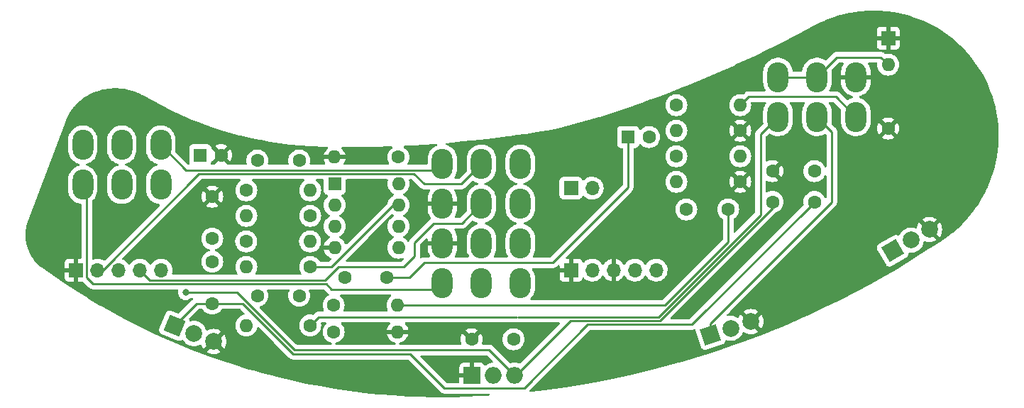
<source format=gbr>
%TF.GenerationSoftware,KiCad,Pcbnew,6.0.4-6f826c9f35~116~ubuntu20.04.1*%
%TF.CreationDate,2022-04-10T21:58:52+02:00*%
%TF.ProjectId,preamp,70726561-6d70-42e6-9b69-6361645f7063,A*%
%TF.SameCoordinates,Original*%
%TF.FileFunction,Copper,L2,Bot*%
%TF.FilePolarity,Positive*%
%FSLAX46Y46*%
G04 Gerber Fmt 4.6, Leading zero omitted, Abs format (unit mm)*
G04 Created by KiCad (PCBNEW 6.0.4-6f826c9f35~116~ubuntu20.04.1) date 2022-04-10 21:58:52*
%MOMM*%
%LPD*%
G01*
G04 APERTURE LIST*
G04 Aperture macros list*
%AMHorizOval*
0 Thick line with rounded ends*
0 $1 width*
0 $2 $3 position (X,Y) of the first rounded end (center of the circle)*
0 $4 $5 position (X,Y) of the second rounded end (center of the circle)*
0 Add line between two ends*
20,1,$1,$2,$3,$4,$5,0*
0 Add two circle primitives to create the rounded ends*
1,1,$1,$2,$3*
1,1,$1,$4,$5*%
%AMRotRect*
0 Rectangle, with rotation*
0 The origin of the aperture is its center*
0 $1 length*
0 $2 width*
0 $3 Rotation angle, in degrees counterclockwise*
0 Add horizontal line*
21,1,$1,$2,0,0,$3*%
G04 Aperture macros list end*
%TA.AperFunction,ComponentPad*%
%ADD10C,1.600000*%
%TD*%
%TA.AperFunction,ComponentPad*%
%ADD11O,1.600000X1.600000*%
%TD*%
%TA.AperFunction,ComponentPad*%
%ADD12R,1.700000X1.700000*%
%TD*%
%TA.AperFunction,ComponentPad*%
%ADD13O,1.700000X1.700000*%
%TD*%
%TA.AperFunction,ComponentPad*%
%ADD14R,2.000000X2.000000*%
%TD*%
%TA.AperFunction,ComponentPad*%
%ADD15O,2.000000X2.000000*%
%TD*%
%TA.AperFunction,ComponentPad*%
%ADD16R,1.600000X1.600000*%
%TD*%
%TA.AperFunction,ComponentPad*%
%ADD17RotRect,2.000000X2.000000X68.000000*%
%TD*%
%TA.AperFunction,ComponentPad*%
%ADD18HorizOval,2.000000X0.000000X0.000000X0.000000X0.000000X0*%
%TD*%
%TA.AperFunction,ComponentPad*%
%ADD19C,2.000000*%
%TD*%
%TA.AperFunction,ComponentPad*%
%ADD20RotRect,2.000000X2.000000X108.000000*%
%TD*%
%TA.AperFunction,ComponentPad*%
%ADD21RotRect,2.000000X2.000000X120.000000*%
%TD*%
%TA.AperFunction,ComponentPad*%
%ADD22O,2.500000X3.600000*%
%TD*%
%TA.AperFunction,ViaPad*%
%ADD23C,0.800000*%
%TD*%
%TA.AperFunction,Conductor*%
%ADD24C,0.250000*%
%TD*%
G04 APERTURE END LIST*
D10*
%TO.P,C3,1*%
%TO.N,PREAMP_IN*%
X54356000Y-118872000D03*
%TO.P,C3,2*%
%TO.N,Net-(C10-Pad1)*%
X54356000Y-123872000D03*
%TD*%
%TO.P,R8,1*%
%TO.N,Net-(C1-Pad1)*%
X68834000Y-127254000D03*
D11*
%TO.P,R8,2*%
%TO.N,AUDIO_JACK_SLEEVE_GROUND*%
X76454000Y-127254000D03*
%TD*%
D12*
%TO.P,J2,1,Pin_1*%
%TO.N,AUDIO_JACK_SLEEVE_GROUND*%
X97160000Y-119888000D03*
D13*
%TO.P,J2,2,Pin_2*%
%TO.N,B_YELLOW*%
X99700000Y-119888000D03*
%TO.P,J2,3,Pin_3*%
%TO.N,AUDIO_JACK_SLEEVE_GROUND*%
X102240000Y-119888000D03*
%TO.P,J2,4,Pin_4*%
%TO.N,B_BLACK*%
X104780000Y-119888000D03*
%TO.P,J2,5,Pin_5*%
%TO.N,BRIDGE_OUT*%
X107320000Y-119888000D03*
%TD*%
D10*
%TO.P,C10,1*%
%TO.N,Net-(C10-Pad1)*%
X126198000Y-108077000D03*
%TO.P,C10,2*%
%TO.N,AUDIO_JACK_SLEEVE_GROUND*%
X121198000Y-108077000D03*
%TD*%
%TO.P,C11,1*%
%TO.N,PU_OUT*%
X121198000Y-111760000D03*
%TO.P,C11,2*%
%TO.N,Net-(C10-Pad1)*%
X126198000Y-111760000D03*
%TD*%
D14*
%TO.P,P2,1,Pin_1*%
%TO.N,AUDIO_JACK_SLEEVE_GROUND*%
X85359000Y-132461000D03*
D15*
%TO.P,P2,2,Pin_2*%
%TO.N,Net-(C7-Pad1)*%
X87899000Y-132461000D03*
%TO.P,P2,3,Pin_3*%
%TO.N,PU_OUT*%
X90439000Y-132461000D03*
%TD*%
D16*
%TO.P,C1,1*%
%TO.N,Net-(C1-Pad1)*%
X52919621Y-106172000D03*
D10*
%TO.P,C1,2*%
%TO.N,AUDIO_JACK_SLEEVE_GROUND*%
X55419621Y-106172000D03*
%TD*%
%TO.P,R9,1*%
%TO.N,Net-(C8-Pad2)*%
X109728000Y-100203000D03*
D11*
%TO.P,R9,2*%
%TO.N,PREAMP_OUT*%
X117348000Y-100203000D03*
%TD*%
D10*
%TO.P,R1,1*%
%TO.N,Net-(C4-Pad2)*%
X58420000Y-110363000D03*
D11*
%TO.P,R1,2*%
%TO.N,Net-(C4-Pad1)*%
X66040000Y-110363000D03*
%TD*%
D16*
%TO.P,C8,1*%
%TO.N,Net-(C4-Pad1)*%
X103973621Y-104013000D03*
D10*
%TO.P,C8,2*%
%TO.N,Net-(C8-Pad2)*%
X106473621Y-104013000D03*
%TD*%
D17*
%TO.P,P1,1,Pin_1*%
%TO.N,Net-(C10-Pad1)*%
X49824276Y-126517399D03*
D18*
%TO.P,P1,2,Pin_2*%
%TO.N,PREAMP_IN*%
X52179323Y-127468900D03*
D19*
%TO.P,P1,3,Pin_3*%
%TO.N,AUDIO_JACK_SLEEVE_GROUND*%
X54534370Y-128420400D03*
%TD*%
D10*
%TO.P,R11,1*%
%TO.N,Net-(C9-Pad2)*%
X109728000Y-106299000D03*
D11*
%TO.P,R11,2*%
%TO.N,PREAMP_SW*%
X117348000Y-106299000D03*
%TD*%
D10*
%TO.P,C7,1*%
%TO.N,Net-(C7-Pad1)*%
X90297000Y-128143000D03*
%TO.P,C7,2*%
%TO.N,AUDIO_JACK_SLEEVE_GROUND*%
X85297000Y-128143000D03*
%TD*%
%TO.P,R12,1*%
%TO.N,AUDIO_JACK_SLEEVE_GROUND*%
X117348000Y-109347000D03*
D11*
%TO.P,R12,2*%
%TO.N,Net-(C9-Pad2)*%
X109728000Y-109347000D03*
%TD*%
D10*
%TO.P,R2,1*%
%TO.N,Net-(C6-Pad2)*%
X66040000Y-113411000D03*
D11*
%TO.P,R2,2*%
%TO.N,Net-(C4-Pad2)*%
X58420000Y-113411000D03*
%TD*%
D10*
%TO.P,R5,1*%
%TO.N,PREAMP_IN*%
X66040000Y-126492000D03*
D11*
%TO.P,R5,2*%
%TO.N,Net-(C2-Pad2)*%
X58420000Y-126492000D03*
%TD*%
D10*
%TO.P,R3,1*%
%TO.N,Net-(C1-Pad1)*%
X58410000Y-116459000D03*
D11*
%TO.P,R3,2*%
%TO.N,Net-(C5-Pad2)*%
X66030000Y-116459000D03*
%TD*%
D10*
%TO.P,R6,1*%
%TO.N,Net-(R6-Pad1)*%
X76571000Y-106416000D03*
D11*
%TO.P,R6,2*%
%TO.N,AUDIO_JACK_SLEEVE_GROUND*%
X68951000Y-106416000D03*
%TD*%
D12*
%TO.P,J1,1,Pin_1*%
%TO.N,AUDIO_JACK_SLEEVE_GROUND*%
X38105000Y-119888000D03*
D13*
%TO.P,J1,2,Pin_2*%
%TO.N,N_YELLOW*%
X40645000Y-119888000D03*
%TO.P,J1,3,Pin_3*%
%TO.N,AUDIO_JACK_SLEEVE_GROUND*%
X43185000Y-119888000D03*
%TO.P,J1,4,Pin_4*%
%TO.N,N_BLACK*%
X45725000Y-119888000D03*
%TO.P,J1,5,Pin_5*%
%TO.N,NECK_OUT*%
X48265000Y-119888000D03*
%TD*%
D20*
%TO.P,J4,1,Pin_1*%
%TO.N,AUDIO_JACK_TIP_SIGNAL*%
X113790331Y-127611239D03*
D19*
%TO.P,J4,2,Pin_2*%
%TO.N,9V_NEGATIVE*%
X116206015Y-126826336D03*
%TO.P,J4,3,Pin_3*%
%TO.N,AUDIO_JACK_SLEEVE_GROUND*%
X118621698Y-126041433D03*
%TD*%
D10*
%TO.P,C6,1*%
%TO.N,Net-(C4-Pad1)*%
X75144000Y-120777000D03*
%TO.P,C6,2*%
%TO.N,Net-(C6-Pad2)*%
X70144000Y-120777000D03*
%TD*%
%TO.P,C4,1*%
%TO.N,Net-(C4-Pad1)*%
X64730000Y-106807000D03*
%TO.P,C4,2*%
%TO.N,Net-(C4-Pad2)*%
X59730000Y-106807000D03*
%TD*%
D16*
%TO.P,U1,1,NULL*%
%TO.N,unconnected-(U1-Pad1)*%
X68961000Y-109601000D03*
D11*
%TO.P,U1,2,-*%
%TO.N,Net-(C6-Pad2)*%
X68961000Y-112141000D03*
%TO.P,U1,3,+*%
%TO.N,Net-(C5-Pad2)*%
X68961000Y-114681000D03*
%TO.P,U1,4,V-*%
%TO.N,AUDIO_JACK_SLEEVE_GROUND*%
X68961000Y-117221000D03*
%TO.P,U1,5,NULL*%
%TO.N,unconnected-(U1-Pad5)*%
X76581000Y-117221000D03*
%TO.P,U1,6*%
%TO.N,Net-(C4-Pad1)*%
X76581000Y-114681000D03*
%TO.P,U1,7,V+*%
%TO.N,+9V*%
X76581000Y-112141000D03*
%TO.P,U1,8,IQ*%
%TO.N,Net-(R6-Pad1)*%
X76581000Y-109601000D03*
%TD*%
D10*
%TO.P,C9,1*%
%TO.N,Net-(C6-Pad2)*%
X115911000Y-112649000D03*
%TO.P,C9,2*%
%TO.N,Net-(C9-Pad2)*%
X110911000Y-112649000D03*
%TD*%
D12*
%TO.P,J5,1,Pin_1*%
%TO.N,AUDIO_JACK_SLEEVE_GROUND*%
X135001000Y-92202000D03*
%TD*%
D10*
%TO.P,R13,1*%
%TO.N,AUDIO_JACK_SLEEVE_GROUND*%
X135001000Y-102997000D03*
D11*
%TO.P,R13,2*%
%TO.N,PREAMP_SW*%
X135001000Y-95377000D03*
%TD*%
D10*
%TO.P,C2,1*%
%TO.N,AUDIO_JACK_SLEEVE_GROUND*%
X54356000Y-111125000D03*
%TO.P,C2,2*%
%TO.N,Net-(C2-Pad2)*%
X54356000Y-116125000D03*
%TD*%
%TO.P,R4,1*%
%TO.N,+9V*%
X66040000Y-119507000D03*
D11*
%TO.P,R4,2*%
%TO.N,Net-(C1-Pad1)*%
X58420000Y-119507000D03*
%TD*%
D12*
%TO.P,J3,1,Pin_1*%
%TO.N,+9V*%
X97150000Y-110109000D03*
D13*
%TO.P,J3,2,Pin_2*%
%TO.N,9V_NEGATIVE*%
X99690000Y-110109000D03*
%TD*%
D10*
%TO.P,R7,1*%
%TO.N,Net-(C1-Pad1)*%
X68834000Y-124079000D03*
D11*
%TO.P,R7,2*%
%TO.N,Net-(C6-Pad2)*%
X76454000Y-124079000D03*
%TD*%
D10*
%TO.P,C5,1*%
%TO.N,Net-(C2-Pad2)*%
X59730000Y-122936000D03*
%TO.P,C5,2*%
%TO.N,Net-(C5-Pad2)*%
X64730000Y-122936000D03*
%TD*%
%TO.P,R10,1*%
%TO.N,AUDIO_JACK_SLEEVE_GROUND*%
X117348000Y-103251000D03*
D11*
%TO.P,R10,2*%
%TO.N,Net-(C8-Pad2)*%
X109728000Y-103251000D03*
%TD*%
D21*
%TO.P,P3,1,Pin_1*%
%TO.N,Net-(C10-Pad1)*%
X135524000Y-117594500D03*
D19*
%TO.P,P3,2,Pin_2*%
%TO.N,PU_OUT*%
X137723705Y-116324500D03*
%TO.P,P3,3,Pin_3*%
%TO.N,AUDIO_JACK_SLEEVE_GROUND*%
X139923409Y-115054500D03*
%TD*%
D22*
%TO.P,S1,1,1*%
%TO.N,BRIDGE_OUT*%
X38911000Y-109685000D03*
%TO.P,S1,2,2*%
%TO.N,PU_OUT*%
X43561000Y-109685000D03*
%TO.P,S1,3,3*%
%TO.N,NECK_OUT*%
X48211000Y-109685000D03*
%TO.P,S1,4,4*%
%TO.N,BRIDGE_OUT*%
X38911000Y-104945000D03*
%TO.P,S1,5,5*%
%TO.N,PU_OUT*%
X43561000Y-104945000D03*
%TO.P,S1,6,6*%
%TO.N,NECK_OUT*%
X48211000Y-104945000D03*
%TD*%
%TO.P,S3,1,1*%
%TO.N,PREAMP_IN*%
X121842873Y-101596654D03*
%TO.P,S3,2,2*%
%TO.N,AUDIO_JACK_TIP_SIGNAL*%
X126492873Y-101596654D03*
%TO.P,S3,3,3*%
%TO.N,PREAMP_OUT*%
X131142873Y-101596654D03*
%TO.P,S3,4,4*%
%TO.N,PREAMP_SW*%
X121842873Y-96856654D03*
%TO.P,S3,5,5*%
X126492873Y-96856654D03*
%TO.P,S3,6,6*%
%TO.N,AUDIO_JACK_SLEEVE_GROUND*%
X131142873Y-96856654D03*
%TD*%
%TO.P,S2,1,1*%
%TO.N,BRIDGE_OUT*%
X81812601Y-121426967D03*
%TO.P,S2,2,2*%
%TO.N,B_YELLOW*%
X86462601Y-121426967D03*
%TO.P,S2,3,3*%
%TO.N,Net-(S2-Pad3)*%
X91112601Y-121426967D03*
%TO.P,S2,4,4*%
%TO.N,AUDIO_JACK_SLEEVE_GROUND*%
X81812601Y-116676967D03*
%TO.P,S2,5,5*%
%TO.N,B_BLACK*%
X86462601Y-116676967D03*
%TO.P,S2,6,6*%
%TO.N,Net-(S2-Pad3)*%
X91112601Y-116676967D03*
%TO.P,S2,7,7*%
%TO.N,AUDIO_JACK_SLEEVE_GROUND*%
X81812601Y-111976967D03*
%TO.P,S2,8,8*%
%TO.N,N_BLACK*%
X86462601Y-111976967D03*
%TO.P,S2,9,9*%
%TO.N,Net-(S2-Pad12)*%
X91112601Y-111976967D03*
%TO.P,S2,10,10*%
%TO.N,NECK_OUT*%
X81812601Y-107226967D03*
%TO.P,S2,11,11*%
%TO.N,N_YELLOW*%
X86462601Y-107226967D03*
%TO.P,S2,12,12*%
%TO.N,Net-(S2-Pad12)*%
X91112601Y-107226967D03*
%TD*%
D23*
%TO.N,PU_OUT*%
X51181000Y-122555000D03*
%TO.N,AUDIO_JACK_SLEEVE_GROUND*%
X33401000Y-115189000D03*
X60452000Y-117094000D03*
X144907000Y-112268000D03*
X75057000Y-133731000D03*
X109474000Y-130429000D03*
X58801000Y-131318000D03*
X98298000Y-113411000D03*
X107315000Y-99949000D03*
X57912000Y-104648000D03*
X73533000Y-117348000D03*
X42164000Y-99441000D03*
X117983000Y-95631000D03*
X71247000Y-112395000D03*
X130937000Y-121920000D03*
X63881000Y-125857000D03*
X93726000Y-117602000D03*
X56261000Y-125222000D03*
X78486000Y-105664000D03*
X146685000Y-98679000D03*
X42418000Y-124333000D03*
X92583000Y-104013000D03*
X133604000Y-89408000D03*
%TD*%
D24*
%TO.N,N_YELLOW*%
X40645000Y-119888000D02*
X41275000Y-119888000D01*
X41275000Y-119888000D02*
X52763480Y-108399520D01*
X52763480Y-108399520D02*
X78427520Y-108399520D01*
X78427520Y-108399520D02*
X79629000Y-109601000D01*
X79629000Y-109601000D02*
X84088568Y-109601000D01*
X84088568Y-109601000D02*
X86462601Y-107226967D01*
%TO.N,Net-(C10-Pad1)*%
X91567000Y-133985000D02*
X82042000Y-133985000D01*
X126198000Y-111760000D02*
X111582960Y-126375040D01*
X57959000Y-123872000D02*
X54356000Y-123872000D01*
X54356000Y-123872000D02*
X52469675Y-123872000D01*
X52469675Y-123872000D02*
X49824276Y-126517399D01*
X99176960Y-126375040D02*
X91567000Y-133985000D01*
X82042000Y-133985000D02*
X77978000Y-129921000D01*
X111582960Y-126375040D02*
X99176960Y-126375040D01*
X77978000Y-129921000D02*
X64008000Y-129921000D01*
X64008000Y-129921000D02*
X57959000Y-123872000D01*
%TO.N,+9V*%
X76581000Y-112141000D02*
X75946000Y-112141000D01*
X75946000Y-112141000D02*
X68580000Y-119507000D01*
X68580000Y-119507000D02*
X66040000Y-119507000D01*
%TO.N,N_BLACK*%
X77216000Y-119507000D02*
X78486000Y-118237000D01*
X78486000Y-118237000D02*
X78486000Y-116586000D01*
X45725000Y-119888000D02*
X46926480Y-121089480D01*
X67823379Y-121089480D02*
X69405859Y-119507000D01*
X78486000Y-116586000D02*
X80772000Y-114300000D01*
X69405859Y-119507000D02*
X77216000Y-119507000D01*
X46926480Y-121089480D02*
X67823379Y-121089480D01*
X80772000Y-114300000D02*
X84139568Y-114300000D01*
X84139568Y-114300000D02*
X86462601Y-111976967D01*
%TO.N,Net-(C4-Pad1)*%
X77851000Y-120777000D02*
X75144000Y-120777000D01*
X79629000Y-118999000D02*
X77851000Y-120777000D01*
X103973621Y-110021379D02*
X94996000Y-118999000D01*
X94996000Y-118999000D02*
X79629000Y-118999000D01*
X103973621Y-104013000D02*
X103973621Y-110021379D01*
%TO.N,Net-(C6-Pad2)*%
X76454000Y-124079000D02*
X108331000Y-124079000D01*
X115911000Y-116499000D02*
X115911000Y-112649000D01*
X108331000Y-124079000D02*
X115911000Y-116499000D01*
%TO.N,PU_OUT*%
X121198000Y-112483436D02*
X121198000Y-111760000D01*
X57277718Y-122555000D02*
X64135718Y-129413000D01*
X90551000Y-132461000D02*
X97086480Y-125925520D01*
X90439000Y-132461000D02*
X90551000Y-132461000D01*
X107755916Y-125925520D02*
X121198000Y-112483436D01*
X51181000Y-122555000D02*
X57277718Y-122555000D01*
X87391000Y-129413000D02*
X90439000Y-132461000D01*
X97086480Y-125925520D02*
X107755916Y-125925520D01*
X64135718Y-129413000D02*
X87391000Y-129413000D01*
%TO.N,PREAMP_IN*%
X90805000Y-125476000D02*
X107569718Y-125476000D01*
X119761000Y-113284718D02*
X119761000Y-103678527D01*
X107569718Y-125476000D02*
X119761000Y-113284718D01*
X67056000Y-125476000D02*
X66040000Y-126492000D01*
X90678000Y-125476000D02*
X67056000Y-125476000D01*
X119761000Y-103678527D02*
X121842873Y-101596654D01*
%TO.N,AUDIO_JACK_TIP_SIGNAL*%
X113790331Y-126239669D02*
X128270000Y-111760000D01*
X128270000Y-111760000D02*
X128270000Y-103373781D01*
X128270000Y-103373781D02*
X126492873Y-101596654D01*
X113790331Y-127611239D02*
X113790331Y-126239669D01*
%TO.N,PREAMP_SW*%
X121842873Y-96856654D02*
X126492873Y-96856654D01*
X126492873Y-96856654D02*
X128861527Y-94488000D01*
X128861527Y-94488000D02*
X134112000Y-94488000D01*
X134112000Y-94488000D02*
X135001000Y-95377000D01*
%TO.N,PREAMP_OUT*%
X118364000Y-99187000D02*
X128733219Y-99187000D01*
X128733219Y-99187000D02*
X131142873Y-101596654D01*
X117348000Y-100203000D02*
X118364000Y-99187000D01*
%TO.N,NECK_OUT*%
X81089568Y-107950000D02*
X51216000Y-107950000D01*
X81812601Y-107226967D02*
X81089568Y-107950000D01*
X51216000Y-107950000D02*
X48211000Y-104945000D01*
%TO.N,BRIDGE_OUT*%
X39370000Y-120777000D02*
X39370000Y-110144000D01*
X68580000Y-122174000D02*
X67945000Y-121539000D01*
X39370000Y-110144000D02*
X38911000Y-109685000D01*
X81812601Y-121426967D02*
X81065568Y-122174000D01*
X40132000Y-121539000D02*
X39370000Y-120777000D01*
X67945000Y-121539000D02*
X40132000Y-121539000D01*
X81065568Y-122174000D02*
X68580000Y-122174000D01*
%TD*%
%TA.AperFunction,Conductor*%
%TO.N,AUDIO_JACK_SLEEVE_GROUND*%
G36*
X42965486Y-98186132D02*
G01*
X43445438Y-98215796D01*
X43454467Y-98216683D01*
X43642369Y-98241979D01*
X43931011Y-98280838D01*
X43939963Y-98282373D01*
X44410661Y-98380691D01*
X44419477Y-98382867D01*
X44881862Y-98514831D01*
X44890501Y-98517636D01*
X45308905Y-98670414D01*
X45342193Y-98682569D01*
X45350603Y-98685989D01*
X45463919Y-98736891D01*
X45789220Y-98883019D01*
X45797365Y-98887036D01*
X46182458Y-99094565D01*
X46203566Y-99108871D01*
X46211314Y-99115358D01*
X46216386Y-99118416D01*
X46216630Y-99118615D01*
X46216920Y-99118738D01*
X46222064Y-99121839D01*
X46226564Y-99123679D01*
X46228387Y-99124594D01*
X46234059Y-99127625D01*
X47293979Y-99729355D01*
X47294742Y-99729788D01*
X48383585Y-100308260D01*
X48384355Y-100308642D01*
X48384367Y-100308648D01*
X49356350Y-100790654D01*
X49488191Y-100856034D01*
X50607694Y-101372680D01*
X51380627Y-101703472D01*
X51740414Y-101857450D01*
X51740428Y-101857456D01*
X51741216Y-101857793D01*
X52887872Y-102310994D01*
X54046761Y-102731927D01*
X54047558Y-102732192D01*
X54047571Y-102732196D01*
X55216102Y-103119974D01*
X55216976Y-103120264D01*
X56397601Y-103475699D01*
X57587711Y-103797954D01*
X57725463Y-103831146D01*
X58785509Y-104086569D01*
X58785522Y-104086572D01*
X58786373Y-104086777D01*
X58787223Y-104086957D01*
X58787246Y-104086962D01*
X59991806Y-104341763D01*
X59991813Y-104341764D01*
X59992648Y-104341941D01*
X60203241Y-104380364D01*
X61204768Y-104563097D01*
X61204791Y-104563101D01*
X61205592Y-104563247D01*
X61927976Y-104674257D01*
X62423374Y-104750386D01*
X62423390Y-104750388D01*
X62424254Y-104750521D01*
X62425123Y-104750630D01*
X62425132Y-104750631D01*
X63646816Y-104903509D01*
X63647680Y-104903617D01*
X64874911Y-105022415D01*
X64875794Y-105022476D01*
X64875799Y-105022476D01*
X66104111Y-105106761D01*
X66104114Y-105106761D01*
X66104986Y-105106821D01*
X66742744Y-105132678D01*
X67312493Y-105155778D01*
X67320372Y-105156396D01*
X67324374Y-105157179D01*
X67330085Y-105157400D01*
X67332055Y-105157477D01*
X67332060Y-105157477D01*
X67336918Y-105157665D01*
X67341754Y-105157103D01*
X67346609Y-105156916D01*
X67346618Y-105157156D01*
X67354406Y-105156777D01*
X67680650Y-105162902D01*
X68052975Y-105169892D01*
X68120708Y-105191169D01*
X68166186Y-105245688D01*
X68174969Y-105316140D01*
X68144269Y-105380155D01*
X68122878Y-105399085D01*
X68111533Y-105407029D01*
X68103125Y-105414084D01*
X67949084Y-105568125D01*
X67942028Y-105576533D01*
X67817069Y-105754993D01*
X67811586Y-105764489D01*
X67719510Y-105961947D01*
X67715764Y-105972239D01*
X67669606Y-106144503D01*
X67669942Y-106158599D01*
X67677884Y-106162000D01*
X70218967Y-106162000D01*
X70232498Y-106158027D01*
X70233727Y-106149478D01*
X70186236Y-105972239D01*
X70182490Y-105961947D01*
X70090414Y-105764489D01*
X70084931Y-105754993D01*
X69959972Y-105576533D01*
X69952916Y-105568125D01*
X69797465Y-105412674D01*
X69763439Y-105350362D01*
X69768504Y-105279547D01*
X69811051Y-105222711D01*
X69877571Y-105197900D01*
X69886964Y-105197580D01*
X71568081Y-105203062D01*
X73683675Y-105177145D01*
X73684249Y-105177129D01*
X73684252Y-105177129D01*
X75737364Y-105120118D01*
X75806013Y-105138221D01*
X75853978Y-105190566D01*
X75866028Y-105260532D01*
X75838339Y-105325906D01*
X75813131Y-105349282D01*
X75731216Y-105406639D01*
X75731210Y-105406644D01*
X75726700Y-105409802D01*
X75564802Y-105571700D01*
X75561645Y-105576208D01*
X75561643Y-105576211D01*
X75511910Y-105647238D01*
X75433477Y-105759251D01*
X75431154Y-105764233D01*
X75431151Y-105764238D01*
X75357520Y-105922143D01*
X75336716Y-105966757D01*
X75335294Y-105972065D01*
X75335293Y-105972067D01*
X75280926Y-106174965D01*
X75277457Y-106187913D01*
X75257502Y-106416000D01*
X75277457Y-106644087D01*
X75278881Y-106649400D01*
X75278881Y-106649402D01*
X75331429Y-106845510D01*
X75336716Y-106865243D01*
X75339039Y-106870224D01*
X75339039Y-106870225D01*
X75431151Y-107067762D01*
X75431154Y-107067767D01*
X75433477Y-107072749D01*
X75436634Y-107077257D01*
X75465323Y-107118229D01*
X75488011Y-107185502D01*
X75470727Y-107254363D01*
X75418957Y-107302947D01*
X75362110Y-107316500D01*
X70159280Y-107316500D01*
X70091159Y-107296498D01*
X70044666Y-107242842D01*
X70034562Y-107172568D01*
X70056067Y-107118230D01*
X70084928Y-107077012D01*
X70090414Y-107067511D01*
X70182490Y-106870053D01*
X70186236Y-106859761D01*
X70232394Y-106687497D01*
X70232058Y-106673401D01*
X70224116Y-106670000D01*
X67683033Y-106670000D01*
X67669502Y-106673973D01*
X67668273Y-106682522D01*
X67715764Y-106859761D01*
X67719510Y-106870053D01*
X67811586Y-107067511D01*
X67817072Y-107077012D01*
X67845933Y-107118230D01*
X67868621Y-107185504D01*
X67851336Y-107254364D01*
X67799566Y-107302948D01*
X67742720Y-107316500D01*
X66112345Y-107316500D01*
X66044224Y-107296498D01*
X65997731Y-107242842D01*
X65987627Y-107172568D01*
X65990638Y-107157889D01*
X66022119Y-107040402D01*
X66022119Y-107040400D01*
X66023543Y-107035087D01*
X66043498Y-106807000D01*
X66023543Y-106578913D01*
X65998316Y-106484766D01*
X65965707Y-106363067D01*
X65965706Y-106363065D01*
X65964284Y-106357757D01*
X65961961Y-106352775D01*
X65869849Y-106155238D01*
X65869846Y-106155233D01*
X65867523Y-106150251D01*
X65766531Y-106006020D01*
X65739357Y-105967211D01*
X65739355Y-105967208D01*
X65736198Y-105962700D01*
X65574300Y-105800802D01*
X65569792Y-105797645D01*
X65569789Y-105797643D01*
X65491611Y-105742902D01*
X65386749Y-105669477D01*
X65381767Y-105667154D01*
X65381762Y-105667151D01*
X65184225Y-105575039D01*
X65184224Y-105575039D01*
X65179243Y-105572716D01*
X65173935Y-105571294D01*
X65173933Y-105571293D01*
X64963402Y-105514881D01*
X64963400Y-105514881D01*
X64958087Y-105513457D01*
X64730000Y-105493502D01*
X64501913Y-105513457D01*
X64496600Y-105514881D01*
X64496598Y-105514881D01*
X64286067Y-105571293D01*
X64286065Y-105571294D01*
X64280757Y-105572716D01*
X64275776Y-105575039D01*
X64275775Y-105575039D01*
X64078238Y-105667151D01*
X64078233Y-105667154D01*
X64073251Y-105669477D01*
X63968389Y-105742902D01*
X63890211Y-105797643D01*
X63890208Y-105797645D01*
X63885700Y-105800802D01*
X63723802Y-105962700D01*
X63720645Y-105967208D01*
X63720643Y-105967211D01*
X63693469Y-106006020D01*
X63592477Y-106150251D01*
X63590154Y-106155233D01*
X63590151Y-106155238D01*
X63498039Y-106352775D01*
X63495716Y-106357757D01*
X63494294Y-106363065D01*
X63494293Y-106363067D01*
X63461684Y-106484766D01*
X63436457Y-106578913D01*
X63416502Y-106807000D01*
X63436457Y-107035087D01*
X63437881Y-107040400D01*
X63437881Y-107040402D01*
X63469362Y-107157889D01*
X63467672Y-107228865D01*
X63427878Y-107287661D01*
X63362614Y-107315609D01*
X63347655Y-107316500D01*
X61112345Y-107316500D01*
X61044224Y-107296498D01*
X60997731Y-107242842D01*
X60987627Y-107172568D01*
X60990638Y-107157889D01*
X61022119Y-107040402D01*
X61022119Y-107040400D01*
X61023543Y-107035087D01*
X61043498Y-106807000D01*
X61023543Y-106578913D01*
X60998316Y-106484766D01*
X60965707Y-106363067D01*
X60965706Y-106363065D01*
X60964284Y-106357757D01*
X60961961Y-106352775D01*
X60869849Y-106155238D01*
X60869846Y-106155233D01*
X60867523Y-106150251D01*
X60766531Y-106006020D01*
X60739357Y-105967211D01*
X60739355Y-105967208D01*
X60736198Y-105962700D01*
X60574300Y-105800802D01*
X60569792Y-105797645D01*
X60569789Y-105797643D01*
X60491611Y-105742902D01*
X60386749Y-105669477D01*
X60381767Y-105667154D01*
X60381762Y-105667151D01*
X60184225Y-105575039D01*
X60184224Y-105575039D01*
X60179243Y-105572716D01*
X60173935Y-105571294D01*
X60173933Y-105571293D01*
X59963402Y-105514881D01*
X59963400Y-105514881D01*
X59958087Y-105513457D01*
X59730000Y-105493502D01*
X59501913Y-105513457D01*
X59496600Y-105514881D01*
X59496598Y-105514881D01*
X59286067Y-105571293D01*
X59286065Y-105571294D01*
X59280757Y-105572716D01*
X59275776Y-105575039D01*
X59275775Y-105575039D01*
X59078238Y-105667151D01*
X59078233Y-105667154D01*
X59073251Y-105669477D01*
X58968389Y-105742902D01*
X58890211Y-105797643D01*
X58890208Y-105797645D01*
X58885700Y-105800802D01*
X58723802Y-105962700D01*
X58720645Y-105967208D01*
X58720643Y-105967211D01*
X58693469Y-106006020D01*
X58592477Y-106150251D01*
X58590154Y-106155233D01*
X58590151Y-106155238D01*
X58498039Y-106352775D01*
X58495716Y-106357757D01*
X58494294Y-106363065D01*
X58494293Y-106363067D01*
X58461684Y-106484766D01*
X58436457Y-106578913D01*
X58416502Y-106807000D01*
X58436457Y-107035087D01*
X58437881Y-107040400D01*
X58437881Y-107040402D01*
X58469362Y-107157889D01*
X58467672Y-107228865D01*
X58427878Y-107287661D01*
X58362614Y-107315609D01*
X58347655Y-107316500D01*
X56247378Y-107316500D01*
X56179257Y-107296498D01*
X56135846Y-107249123D01*
X56133976Y-107245565D01*
X55432433Y-106544022D01*
X55418489Y-106536408D01*
X55416656Y-106536539D01*
X55410041Y-106540790D01*
X54704544Y-107246287D01*
X54702032Y-107250887D01*
X54651829Y-107301088D01*
X54591445Y-107316500D01*
X54315373Y-107316500D01*
X54247252Y-107296498D01*
X54200759Y-107242842D01*
X54190655Y-107172568D01*
X54197391Y-107146271D01*
X54218592Y-107089718D01*
X54218594Y-107089712D01*
X54221366Y-107082316D01*
X54228121Y-107020134D01*
X54228121Y-107016815D01*
X54251774Y-106949890D01*
X54297777Y-106914196D01*
X54296762Y-106912266D01*
X54307621Y-106906558D01*
X54307866Y-106906368D01*
X54308024Y-106906347D01*
X54346055Y-106886356D01*
X55047599Y-106184812D01*
X55053977Y-106173132D01*
X55784029Y-106173132D01*
X55784160Y-106174965D01*
X55788411Y-106181580D01*
X56493908Y-106887077D01*
X56505683Y-106893507D01*
X56517698Y-106884211D01*
X56553552Y-106833006D01*
X56559035Y-106823511D01*
X56651111Y-106626053D01*
X56654857Y-106615761D01*
X56711246Y-106405312D01*
X56713149Y-106394519D01*
X56732138Y-106177475D01*
X56732138Y-106166525D01*
X56713149Y-105949481D01*
X56711246Y-105938688D01*
X56654857Y-105728239D01*
X56651111Y-105717947D01*
X56559035Y-105520489D01*
X56553552Y-105510994D01*
X56517112Y-105458952D01*
X56506633Y-105450576D01*
X56493187Y-105457644D01*
X55791643Y-106159188D01*
X55784029Y-106173132D01*
X55053977Y-106173132D01*
X55055213Y-106170868D01*
X55055082Y-106169035D01*
X55050831Y-106162420D01*
X54345334Y-105456923D01*
X54303592Y-105434129D01*
X54293592Y-105431953D01*
X54243394Y-105381747D01*
X54228170Y-105328186D01*
X54228121Y-105327281D01*
X54228121Y-105323866D01*
X54221366Y-105261684D01*
X54170236Y-105125295D01*
X54140028Y-105084988D01*
X54698197Y-105084988D01*
X54705265Y-105098434D01*
X55406809Y-105799978D01*
X55420753Y-105807592D01*
X55422586Y-105807461D01*
X55429201Y-105803210D01*
X56134698Y-105097713D01*
X56141128Y-105085938D01*
X56131832Y-105073923D01*
X56080627Y-105038069D01*
X56071132Y-105032586D01*
X55873674Y-104940510D01*
X55863382Y-104936764D01*
X55652933Y-104880375D01*
X55642140Y-104878472D01*
X55425096Y-104859483D01*
X55414146Y-104859483D01*
X55197102Y-104878472D01*
X55186309Y-104880375D01*
X54975860Y-104936764D01*
X54965568Y-104940510D01*
X54768110Y-105032586D01*
X54758615Y-105038069D01*
X54706573Y-105074509D01*
X54698197Y-105084988D01*
X54140028Y-105084988D01*
X54082882Y-105008739D01*
X53966326Y-104921385D01*
X53829937Y-104870255D01*
X53767755Y-104863500D01*
X52071487Y-104863500D01*
X52009305Y-104870255D01*
X51872916Y-104921385D01*
X51756360Y-105008739D01*
X51669006Y-105125295D01*
X51617876Y-105261684D01*
X51611121Y-105323866D01*
X51611121Y-107020134D01*
X51617876Y-107082316D01*
X51620648Y-107089712D01*
X51620650Y-107089718D01*
X51637818Y-107135513D01*
X51643001Y-107206320D01*
X51609080Y-107268689D01*
X51546824Y-107302818D01*
X51476000Y-107297871D01*
X51430741Y-107268837D01*
X49991315Y-105829411D01*
X49957289Y-105767099D01*
X49955044Y-105727692D01*
X49956026Y-105717947D01*
X49969500Y-105584133D01*
X49969500Y-104328646D01*
X49969327Y-104326315D01*
X49955407Y-104139000D01*
X49955406Y-104138996D01*
X49955061Y-104134348D01*
X49946226Y-104095300D01*
X49904750Y-103912006D01*
X49897377Y-103879423D01*
X49895684Y-103875069D01*
X49804340Y-103640176D01*
X49804339Y-103640173D01*
X49802647Y-103635823D01*
X49797998Y-103627688D01*
X49736314Y-103519765D01*
X49672951Y-103408902D01*
X49511138Y-103203643D01*
X49320763Y-103024557D01*
X49147997Y-102904704D01*
X49109851Y-102878241D01*
X49109848Y-102878239D01*
X49106009Y-102875576D01*
X49101092Y-102873151D01*
X48875781Y-102762040D01*
X48875778Y-102762039D01*
X48871593Y-102759975D01*
X48825449Y-102745204D01*
X48627123Y-102681720D01*
X48622665Y-102680293D01*
X48364693Y-102638279D01*
X48250942Y-102636790D01*
X48108022Y-102634919D01*
X48108019Y-102634919D01*
X48103345Y-102634858D01*
X47844362Y-102670104D01*
X47593433Y-102743243D01*
X47589180Y-102745203D01*
X47589179Y-102745204D01*
X47552659Y-102762040D01*
X47356072Y-102852668D01*
X47317067Y-102878241D01*
X47141404Y-102993410D01*
X47141399Y-102993414D01*
X47137491Y-102995976D01*
X46942494Y-103170018D01*
X46775363Y-103370970D01*
X46772934Y-103374973D01*
X46663064Y-103556034D01*
X46639771Y-103594419D01*
X46538697Y-103835455D01*
X46474359Y-104088783D01*
X46473891Y-104093434D01*
X46473890Y-104093438D01*
X46467566Y-104156245D01*
X46452500Y-104305867D01*
X46452500Y-105561354D01*
X46452673Y-105563679D01*
X46452673Y-105563685D01*
X46462125Y-105690869D01*
X46466939Y-105755652D01*
X46467968Y-105760200D01*
X46467969Y-105760206D01*
X46503627Y-105917790D01*
X46524623Y-106010577D01*
X46526315Y-106014929D01*
X46526316Y-106014931D01*
X46607096Y-106222657D01*
X46619353Y-106254177D01*
X46749049Y-106481098D01*
X46910862Y-106686357D01*
X47101237Y-106865443D01*
X47160504Y-106906558D01*
X47299110Y-107002713D01*
X47315991Y-107014424D01*
X47320181Y-107016490D01*
X47320184Y-107016492D01*
X47546219Y-107127960D01*
X47546222Y-107127961D01*
X47550407Y-107130025D01*
X47554850Y-107131447D01*
X47554852Y-107131448D01*
X47755960Y-107195823D01*
X47814740Y-107235641D01*
X47842662Y-107300916D01*
X47830861Y-107370925D01*
X47783083Y-107423440D01*
X47752809Y-107436789D01*
X47593433Y-107483243D01*
X47589180Y-107485203D01*
X47589179Y-107485204D01*
X47552659Y-107502040D01*
X47356072Y-107592668D01*
X47317067Y-107618241D01*
X47141404Y-107733410D01*
X47141399Y-107733414D01*
X47137491Y-107735976D01*
X46942494Y-107910018D01*
X46775363Y-108110970D01*
X46772934Y-108114973D01*
X46654345Y-108310402D01*
X46639771Y-108334419D01*
X46538697Y-108575455D01*
X46474359Y-108828783D01*
X46473891Y-108833434D01*
X46473890Y-108833438D01*
X46470822Y-108863912D01*
X46452500Y-109045867D01*
X46452500Y-110301354D01*
X46452673Y-110303679D01*
X46452673Y-110303685D01*
X46463735Y-110452531D01*
X46466939Y-110495652D01*
X46467968Y-110500200D01*
X46467969Y-110500206D01*
X46496351Y-110625634D01*
X46524623Y-110750577D01*
X46526315Y-110754929D01*
X46526316Y-110754931D01*
X46585342Y-110906716D01*
X46619353Y-110994177D01*
X46621670Y-110998231D01*
X46621671Y-110998233D01*
X46635327Y-111022126D01*
X46749049Y-111221098D01*
X46910862Y-111426357D01*
X47101237Y-111605443D01*
X47233312Y-111697067D01*
X47264196Y-111718492D01*
X47315991Y-111754424D01*
X47320181Y-111756490D01*
X47320184Y-111756492D01*
X47546219Y-111867960D01*
X47546222Y-111867961D01*
X47550407Y-111870025D01*
X47554850Y-111871447D01*
X47554852Y-111871448D01*
X47738738Y-111930310D01*
X47799335Y-111949707D01*
X48002078Y-111982726D01*
X48066092Y-112013416D01*
X48103356Y-112073848D01*
X48102032Y-112144832D01*
X48070914Y-112196181D01*
X41540561Y-118726534D01*
X41478249Y-118760560D01*
X41407434Y-118755495D01*
X41390573Y-118747748D01*
X41366587Y-118734507D01*
X41203789Y-118644638D01*
X41198920Y-118642914D01*
X41198916Y-118642912D01*
X40998087Y-118571795D01*
X40998083Y-118571794D01*
X40993212Y-118570069D01*
X40988119Y-118569162D01*
X40988116Y-118569161D01*
X40778373Y-118531800D01*
X40778367Y-118531799D01*
X40773284Y-118530894D01*
X40699452Y-118529992D01*
X40555081Y-118528228D01*
X40555079Y-118528228D01*
X40549911Y-118528165D01*
X40329091Y-118561955D01*
X40174997Y-118612321D01*
X40168645Y-118614397D01*
X40097681Y-118616548D01*
X40036820Y-118579992D01*
X40005383Y-118516335D01*
X40003500Y-118494632D01*
X40003500Y-111673502D01*
X40023502Y-111605381D01*
X40045599Y-111579499D01*
X40176016Y-111463097D01*
X40179506Y-111459982D01*
X40346637Y-111259030D01*
X40375663Y-111211197D01*
X40479804Y-111039578D01*
X40479806Y-111039574D01*
X40482229Y-111035581D01*
X40583303Y-110794545D01*
X40647641Y-110541217D01*
X40648813Y-110529584D01*
X40669184Y-110327271D01*
X40669500Y-110324133D01*
X40669500Y-110301354D01*
X41802500Y-110301354D01*
X41802673Y-110303679D01*
X41802673Y-110303685D01*
X41813735Y-110452531D01*
X41816939Y-110495652D01*
X41817968Y-110500200D01*
X41817969Y-110500206D01*
X41846351Y-110625634D01*
X41874623Y-110750577D01*
X41876315Y-110754929D01*
X41876316Y-110754931D01*
X41935342Y-110906716D01*
X41969353Y-110994177D01*
X41971670Y-110998231D01*
X41971671Y-110998233D01*
X41985327Y-111022126D01*
X42099049Y-111221098D01*
X42260862Y-111426357D01*
X42451237Y-111605443D01*
X42583312Y-111697067D01*
X42614196Y-111718492D01*
X42665991Y-111754424D01*
X42670181Y-111756490D01*
X42670184Y-111756492D01*
X42896219Y-111867960D01*
X42896222Y-111867961D01*
X42900407Y-111870025D01*
X42904850Y-111871447D01*
X42904852Y-111871448D01*
X43088738Y-111930310D01*
X43149335Y-111949707D01*
X43407307Y-111991721D01*
X43521058Y-111993210D01*
X43663978Y-111995081D01*
X43663981Y-111995081D01*
X43668655Y-111995142D01*
X43927638Y-111959896D01*
X43960019Y-111950458D01*
X44050387Y-111924118D01*
X44178567Y-111886757D01*
X44214862Y-111870025D01*
X44266056Y-111846424D01*
X44415928Y-111777332D01*
X44496997Y-111724181D01*
X44630596Y-111636590D01*
X44630601Y-111636586D01*
X44634509Y-111634024D01*
X44829506Y-111459982D01*
X44996637Y-111259030D01*
X45025663Y-111211197D01*
X45129804Y-111039578D01*
X45129806Y-111039574D01*
X45132229Y-111035581D01*
X45233303Y-110794545D01*
X45297641Y-110541217D01*
X45298813Y-110529584D01*
X45319184Y-110327271D01*
X45319500Y-110324133D01*
X45319500Y-109068646D01*
X45318339Y-109053022D01*
X45305407Y-108879000D01*
X45305406Y-108878996D01*
X45305061Y-108874348D01*
X45303091Y-108865638D01*
X45250854Y-108634789D01*
X45247377Y-108619423D01*
X45243181Y-108608632D01*
X45154340Y-108380176D01*
X45154339Y-108380173D01*
X45152647Y-108375823D01*
X45137030Y-108348498D01*
X45057572Y-108209477D01*
X45022951Y-108148902D01*
X44861138Y-107943643D01*
X44670763Y-107764557D01*
X44473568Y-107627757D01*
X44459851Y-107618241D01*
X44459848Y-107618239D01*
X44456009Y-107615576D01*
X44451816Y-107613508D01*
X44225781Y-107502040D01*
X44225778Y-107502039D01*
X44221593Y-107499975D01*
X44217148Y-107498552D01*
X44016040Y-107434177D01*
X43957260Y-107394359D01*
X43929338Y-107329084D01*
X43941139Y-107259075D01*
X43988917Y-107206560D01*
X44019191Y-107193211D01*
X44178567Y-107146757D01*
X44214862Y-107130025D01*
X44329855Y-107077012D01*
X44415928Y-107037332D01*
X44505017Y-106978923D01*
X44630596Y-106896590D01*
X44630601Y-106896586D01*
X44634509Y-106894024D01*
X44829506Y-106719982D01*
X44996637Y-106519030D01*
X45061405Y-106412295D01*
X45129804Y-106299578D01*
X45129806Y-106299574D01*
X45132229Y-106295581D01*
X45233303Y-106054545D01*
X45297641Y-105801217D01*
X45301077Y-105767099D01*
X45319184Y-105587271D01*
X45319500Y-105584133D01*
X45319500Y-104328646D01*
X45319327Y-104326315D01*
X45305407Y-104139000D01*
X45305406Y-104138996D01*
X45305061Y-104134348D01*
X45296226Y-104095300D01*
X45254750Y-103912006D01*
X45247377Y-103879423D01*
X45245684Y-103875069D01*
X45154340Y-103640176D01*
X45154339Y-103640173D01*
X45152647Y-103635823D01*
X45147998Y-103627688D01*
X45086314Y-103519765D01*
X45022951Y-103408902D01*
X44861138Y-103203643D01*
X44670763Y-103024557D01*
X44497997Y-102904704D01*
X44459851Y-102878241D01*
X44459848Y-102878239D01*
X44456009Y-102875576D01*
X44451092Y-102873151D01*
X44225781Y-102762040D01*
X44225778Y-102762039D01*
X44221593Y-102759975D01*
X44175449Y-102745204D01*
X43977123Y-102681720D01*
X43972665Y-102680293D01*
X43714693Y-102638279D01*
X43600942Y-102636790D01*
X43458022Y-102634919D01*
X43458019Y-102634919D01*
X43453345Y-102634858D01*
X43194362Y-102670104D01*
X42943433Y-102743243D01*
X42939180Y-102745203D01*
X42939179Y-102745204D01*
X42902659Y-102762040D01*
X42706072Y-102852668D01*
X42667067Y-102878241D01*
X42491404Y-102993410D01*
X42491399Y-102993414D01*
X42487491Y-102995976D01*
X42292494Y-103170018D01*
X42125363Y-103370970D01*
X42122934Y-103374973D01*
X42013064Y-103556034D01*
X41989771Y-103594419D01*
X41888697Y-103835455D01*
X41824359Y-104088783D01*
X41823891Y-104093434D01*
X41823890Y-104093438D01*
X41817566Y-104156245D01*
X41802500Y-104305867D01*
X41802500Y-105561354D01*
X41802673Y-105563679D01*
X41802673Y-105563685D01*
X41812125Y-105690869D01*
X41816939Y-105755652D01*
X41817968Y-105760200D01*
X41817969Y-105760206D01*
X41853627Y-105917790D01*
X41874623Y-106010577D01*
X41876315Y-106014929D01*
X41876316Y-106014931D01*
X41957096Y-106222657D01*
X41969353Y-106254177D01*
X42099049Y-106481098D01*
X42260862Y-106686357D01*
X42451237Y-106865443D01*
X42510504Y-106906558D01*
X42649110Y-107002713D01*
X42665991Y-107014424D01*
X42670181Y-107016490D01*
X42670184Y-107016492D01*
X42896219Y-107127960D01*
X42896222Y-107127961D01*
X42900407Y-107130025D01*
X42904850Y-107131447D01*
X42904852Y-107131448D01*
X43105960Y-107195823D01*
X43164740Y-107235641D01*
X43192662Y-107300916D01*
X43180861Y-107370925D01*
X43133083Y-107423440D01*
X43102809Y-107436789D01*
X42943433Y-107483243D01*
X42939180Y-107485203D01*
X42939179Y-107485204D01*
X42902659Y-107502040D01*
X42706072Y-107592668D01*
X42667067Y-107618241D01*
X42491404Y-107733410D01*
X42491399Y-107733414D01*
X42487491Y-107735976D01*
X42292494Y-107910018D01*
X42125363Y-108110970D01*
X42122934Y-108114973D01*
X42004345Y-108310402D01*
X41989771Y-108334419D01*
X41888697Y-108575455D01*
X41824359Y-108828783D01*
X41823891Y-108833434D01*
X41823890Y-108833438D01*
X41820822Y-108863912D01*
X41802500Y-109045867D01*
X41802500Y-110301354D01*
X40669500Y-110301354D01*
X40669500Y-109068646D01*
X40668339Y-109053022D01*
X40655407Y-108879000D01*
X40655406Y-108878996D01*
X40655061Y-108874348D01*
X40653091Y-108865638D01*
X40600854Y-108634789D01*
X40597377Y-108619423D01*
X40593181Y-108608632D01*
X40504340Y-108380176D01*
X40504339Y-108380173D01*
X40502647Y-108375823D01*
X40487030Y-108348498D01*
X40407572Y-108209477D01*
X40372951Y-108148902D01*
X40211138Y-107943643D01*
X40020763Y-107764557D01*
X39823568Y-107627757D01*
X39809851Y-107618241D01*
X39809848Y-107618239D01*
X39806009Y-107615576D01*
X39801816Y-107613508D01*
X39575781Y-107502040D01*
X39575778Y-107502039D01*
X39571593Y-107499975D01*
X39567148Y-107498552D01*
X39366040Y-107434177D01*
X39307260Y-107394359D01*
X39279338Y-107329084D01*
X39291139Y-107259075D01*
X39338917Y-107206560D01*
X39369191Y-107193211D01*
X39528567Y-107146757D01*
X39564862Y-107130025D01*
X39679855Y-107077012D01*
X39765928Y-107037332D01*
X39855017Y-106978923D01*
X39980596Y-106896590D01*
X39980601Y-106896586D01*
X39984509Y-106894024D01*
X40179506Y-106719982D01*
X40346637Y-106519030D01*
X40411405Y-106412295D01*
X40479804Y-106299578D01*
X40479806Y-106299574D01*
X40482229Y-106295581D01*
X40583303Y-106054545D01*
X40647641Y-105801217D01*
X40651077Y-105767099D01*
X40669184Y-105587271D01*
X40669500Y-105584133D01*
X40669500Y-104328646D01*
X40669327Y-104326315D01*
X40655407Y-104139000D01*
X40655406Y-104138996D01*
X40655061Y-104134348D01*
X40646226Y-104095300D01*
X40604750Y-103912006D01*
X40597377Y-103879423D01*
X40595684Y-103875069D01*
X40504340Y-103640176D01*
X40504339Y-103640173D01*
X40502647Y-103635823D01*
X40497998Y-103627688D01*
X40436314Y-103519765D01*
X40372951Y-103408902D01*
X40211138Y-103203643D01*
X40020763Y-103024557D01*
X39847997Y-102904704D01*
X39809851Y-102878241D01*
X39809848Y-102878239D01*
X39806009Y-102875576D01*
X39801092Y-102873151D01*
X39575781Y-102762040D01*
X39575778Y-102762039D01*
X39571593Y-102759975D01*
X39525449Y-102745204D01*
X39327123Y-102681720D01*
X39322665Y-102680293D01*
X39064693Y-102638279D01*
X38950942Y-102636790D01*
X38808022Y-102634919D01*
X38808019Y-102634919D01*
X38803345Y-102634858D01*
X38544362Y-102670104D01*
X38293433Y-102743243D01*
X38289180Y-102745203D01*
X38289179Y-102745204D01*
X38252659Y-102762040D01*
X38056072Y-102852668D01*
X38017067Y-102878241D01*
X37841404Y-102993410D01*
X37841399Y-102993414D01*
X37837491Y-102995976D01*
X37642494Y-103170018D01*
X37475363Y-103370970D01*
X37472934Y-103374973D01*
X37363064Y-103556034D01*
X37339771Y-103594419D01*
X37238697Y-103835455D01*
X37174359Y-104088783D01*
X37173891Y-104093434D01*
X37173890Y-104093438D01*
X37167566Y-104156245D01*
X37152500Y-104305867D01*
X37152500Y-105561354D01*
X37152673Y-105563679D01*
X37152673Y-105563685D01*
X37162125Y-105690869D01*
X37166939Y-105755652D01*
X37167968Y-105760200D01*
X37167969Y-105760206D01*
X37203627Y-105917790D01*
X37224623Y-106010577D01*
X37226315Y-106014929D01*
X37226316Y-106014931D01*
X37307096Y-106222657D01*
X37319353Y-106254177D01*
X37449049Y-106481098D01*
X37610862Y-106686357D01*
X37801237Y-106865443D01*
X37860504Y-106906558D01*
X37999110Y-107002713D01*
X38015991Y-107014424D01*
X38020181Y-107016490D01*
X38020184Y-107016492D01*
X38246219Y-107127960D01*
X38246222Y-107127961D01*
X38250407Y-107130025D01*
X38254850Y-107131447D01*
X38254852Y-107131448D01*
X38455960Y-107195823D01*
X38514740Y-107235641D01*
X38542662Y-107300916D01*
X38530861Y-107370925D01*
X38483083Y-107423440D01*
X38452809Y-107436789D01*
X38293433Y-107483243D01*
X38289180Y-107485203D01*
X38289179Y-107485204D01*
X38252659Y-107502040D01*
X38056072Y-107592668D01*
X38017067Y-107618241D01*
X37841404Y-107733410D01*
X37841399Y-107733414D01*
X37837491Y-107735976D01*
X37642494Y-107910018D01*
X37475363Y-108110970D01*
X37472934Y-108114973D01*
X37354345Y-108310402D01*
X37339771Y-108334419D01*
X37238697Y-108575455D01*
X37174359Y-108828783D01*
X37173891Y-108833434D01*
X37173890Y-108833438D01*
X37170822Y-108863912D01*
X37152500Y-109045867D01*
X37152500Y-110301354D01*
X37152673Y-110303679D01*
X37152673Y-110303685D01*
X37163735Y-110452531D01*
X37166939Y-110495652D01*
X37167968Y-110500200D01*
X37167969Y-110500206D01*
X37196351Y-110625634D01*
X37224623Y-110750577D01*
X37226315Y-110754929D01*
X37226316Y-110754931D01*
X37285342Y-110906716D01*
X37319353Y-110994177D01*
X37321670Y-110998231D01*
X37321671Y-110998233D01*
X37335327Y-111022126D01*
X37449049Y-111221098D01*
X37610862Y-111426357D01*
X37801237Y-111605443D01*
X37933312Y-111697067D01*
X37964196Y-111718492D01*
X38015991Y-111754424D01*
X38020181Y-111756490D01*
X38020184Y-111756492D01*
X38246219Y-111867960D01*
X38246222Y-111867961D01*
X38250407Y-111870025D01*
X38254850Y-111871447D01*
X38254852Y-111871448D01*
X38308470Y-111888611D01*
X38499335Y-111949707D01*
X38503942Y-111950457D01*
X38503945Y-111950458D01*
X38630754Y-111971110D01*
X38694773Y-112001802D01*
X38732037Y-112062234D01*
X38736500Y-112095472D01*
X38736500Y-118404000D01*
X38716498Y-118472121D01*
X38662842Y-118518614D01*
X38610500Y-118530000D01*
X38377115Y-118530000D01*
X38361876Y-118534475D01*
X38360671Y-118535865D01*
X38359000Y-118543548D01*
X38359000Y-121227884D01*
X38363475Y-121243123D01*
X38364865Y-121244328D01*
X38372548Y-121245999D01*
X38890904Y-121245999D01*
X38959025Y-121266001D01*
X38980000Y-121282904D01*
X39628353Y-121931258D01*
X39635887Y-121939537D01*
X39640000Y-121946018D01*
X39689651Y-121992643D01*
X39692493Y-121995398D01*
X39712230Y-122015135D01*
X39715427Y-122017615D01*
X39724447Y-122025318D01*
X39756679Y-122055586D01*
X39763625Y-122059405D01*
X39763628Y-122059407D01*
X39774434Y-122065348D01*
X39790953Y-122076199D01*
X39806959Y-122088614D01*
X39814228Y-122091759D01*
X39814232Y-122091762D01*
X39847537Y-122106174D01*
X39858187Y-122111391D01*
X39896940Y-122132695D01*
X39904615Y-122134666D01*
X39904616Y-122134666D01*
X39916562Y-122137733D01*
X39935267Y-122144137D01*
X39953855Y-122152181D01*
X39961678Y-122153420D01*
X39961688Y-122153423D01*
X39997524Y-122159099D01*
X40009144Y-122161505D01*
X40044289Y-122170528D01*
X40051970Y-122172500D01*
X40072224Y-122172500D01*
X40091934Y-122174051D01*
X40111943Y-122177220D01*
X40119835Y-122176474D01*
X40155961Y-122173059D01*
X40167819Y-122172500D01*
X50176605Y-122172500D01*
X50244726Y-122192502D01*
X50291219Y-122246158D01*
X50301323Y-122316432D01*
X50296437Y-122337438D01*
X50289498Y-122358792D01*
X50289497Y-122358797D01*
X50287458Y-122365072D01*
X50286768Y-122371633D01*
X50286768Y-122371635D01*
X50274539Y-122487987D01*
X50267496Y-122555000D01*
X50268186Y-122561565D01*
X50284144Y-122713393D01*
X50287458Y-122744928D01*
X50346473Y-122926556D01*
X50349776Y-122932278D01*
X50349777Y-122932279D01*
X50369669Y-122966733D01*
X50441960Y-123091944D01*
X50446378Y-123096851D01*
X50446379Y-123096852D01*
X50562474Y-123225789D01*
X50569747Y-123233866D01*
X50662618Y-123301341D01*
X50718480Y-123341927D01*
X50724248Y-123346118D01*
X50730276Y-123348802D01*
X50730278Y-123348803D01*
X50864574Y-123408595D01*
X50898712Y-123423794D01*
X50977801Y-123440605D01*
X51079056Y-123462128D01*
X51079061Y-123462128D01*
X51085513Y-123463500D01*
X51276487Y-123463500D01*
X51282939Y-123462128D01*
X51282944Y-123462128D01*
X51384199Y-123440605D01*
X51463288Y-123423794D01*
X51497426Y-123408595D01*
X51631722Y-123348803D01*
X51631724Y-123348802D01*
X51637752Y-123346118D01*
X51643521Y-123341927D01*
X51785875Y-123238500D01*
X51792253Y-123233866D01*
X51796668Y-123228963D01*
X51801580Y-123224540D01*
X51802705Y-123225789D01*
X51856014Y-123192949D01*
X51889200Y-123188500D01*
X51947956Y-123188500D01*
X52016077Y-123208502D01*
X52062570Y-123262158D01*
X52072674Y-123332432D01*
X52043180Y-123397012D01*
X52037433Y-123402993D01*
X52032568Y-123406528D01*
X52027520Y-123412630D01*
X52027519Y-123412631D01*
X52004377Y-123440605D01*
X51996387Y-123449384D01*
X50403939Y-125041831D01*
X50341627Y-125075857D01*
X50267644Y-125069561D01*
X49888675Y-124916448D01*
X49417557Y-124726104D01*
X49357373Y-124709074D01*
X49349482Y-124708874D01*
X49349480Y-124708874D01*
X49220733Y-124705615D01*
X49220732Y-124705615D01*
X49211761Y-124705388D01*
X49070969Y-124742719D01*
X49063288Y-124747362D01*
X49063287Y-124747362D01*
X48960775Y-124809323D01*
X48946313Y-124818064D01*
X48940245Y-124824675D01*
X48940242Y-124824677D01*
X48862844Y-124908994D01*
X48847814Y-124925368D01*
X48818257Y-124980492D01*
X48816979Y-124983654D01*
X48816979Y-124983655D01*
X48743298Y-125166022D01*
X48032981Y-126924118D01*
X48015951Y-126984302D01*
X48015751Y-126992193D01*
X48015751Y-126992195D01*
X48013650Y-127075195D01*
X48012265Y-127129914D01*
X48049596Y-127270706D01*
X48054239Y-127278387D01*
X48054239Y-127278388D01*
X48089243Y-127336300D01*
X48124941Y-127395362D01*
X48131552Y-127401430D01*
X48131554Y-127401433D01*
X48226421Y-127488515D01*
X48232245Y-127493861D01*
X48239213Y-127497597D01*
X48284362Y-127521806D01*
X48284367Y-127521808D01*
X48287369Y-127523418D01*
X48290531Y-127524696D01*
X48290532Y-127524696D01*
X48336368Y-127543215D01*
X50230995Y-128308694D01*
X50291179Y-128325724D01*
X50299070Y-128325924D01*
X50299072Y-128325924D01*
X50427819Y-128329183D01*
X50427820Y-128329183D01*
X50436791Y-128329410D01*
X50577583Y-128292079D01*
X50621655Y-128265441D01*
X50694556Y-128221378D01*
X50694557Y-128221377D01*
X50702239Y-128216734D01*
X50703643Y-128215204D01*
X50765830Y-128188890D01*
X50835793Y-128200964D01*
X50887683Y-128248227D01*
X50952558Y-128354093D01*
X50952565Y-128354103D01*
X50955147Y-128358316D01*
X51016354Y-128429980D01*
X51103311Y-128531793D01*
X51109354Y-128538869D01*
X51289907Y-128693076D01*
X51294115Y-128695655D01*
X51294121Y-128695659D01*
X51477221Y-128807863D01*
X51492360Y-128817140D01*
X51496930Y-128819033D01*
X51496934Y-128819035D01*
X51707156Y-128906111D01*
X51711729Y-128908005D01*
X51789516Y-128926680D01*
X51937799Y-128962280D01*
X51937805Y-128962281D01*
X51942612Y-128963435D01*
X52179323Y-128982065D01*
X52416034Y-128963435D01*
X52420841Y-128962281D01*
X52420847Y-128962280D01*
X52569130Y-128926680D01*
X52646917Y-128908005D01*
X52651490Y-128906111D01*
X52861712Y-128819035D01*
X52861716Y-128819033D01*
X52866286Y-128817140D01*
X52870974Y-128814267D01*
X52903649Y-128794244D01*
X52972183Y-128775706D01*
X53039860Y-128797163D01*
X53085192Y-128851802D01*
X53092003Y-128872266D01*
X53094585Y-128883020D01*
X53097636Y-128892412D01*
X53184683Y-129102563D01*
X53189165Y-129111358D01*
X53291802Y-129278845D01*
X53302260Y-129288307D01*
X53311036Y-129284524D01*
X54174028Y-128421532D01*
X54898778Y-128421532D01*
X54898909Y-128423365D01*
X54903160Y-128429980D01*
X55754660Y-129281480D01*
X55767040Y-129288240D01*
X55774690Y-129282513D01*
X55879575Y-129111358D01*
X55884057Y-129102563D01*
X55971104Y-128892412D01*
X55974153Y-128883027D01*
X56027255Y-128661846D01*
X56028798Y-128652099D01*
X56046645Y-128425330D01*
X56046645Y-128415470D01*
X56028798Y-128188701D01*
X56027255Y-128178954D01*
X55974153Y-127957773D01*
X55971104Y-127948388D01*
X55884057Y-127738237D01*
X55879575Y-127729442D01*
X55776938Y-127561955D01*
X55766480Y-127552493D01*
X55757704Y-127556276D01*
X54906392Y-128407588D01*
X54898778Y-128421532D01*
X54174028Y-128421532D01*
X55395450Y-127200110D01*
X55402210Y-127187730D01*
X55396483Y-127180080D01*
X55225328Y-127075195D01*
X55216533Y-127070713D01*
X55006382Y-126983666D01*
X54996997Y-126980617D01*
X54775816Y-126927515D01*
X54766069Y-126925972D01*
X54539300Y-126908125D01*
X54529440Y-126908125D01*
X54302671Y-126925972D01*
X54292924Y-126927515D01*
X54071743Y-126980617D01*
X54062358Y-126983666D01*
X53852209Y-127070712D01*
X53843412Y-127075195D01*
X53810617Y-127095292D01*
X53742084Y-127113831D01*
X53674407Y-127092376D01*
X53629073Y-127037737D01*
X53622263Y-127017277D01*
X53619585Y-127006123D01*
X53619583Y-127006117D01*
X53618428Y-127001306D01*
X53616252Y-126996053D01*
X53529458Y-126786511D01*
X53529456Y-126786507D01*
X53527563Y-126781937D01*
X53492918Y-126725402D01*
X53406082Y-126583698D01*
X53406078Y-126583692D01*
X53403499Y-126579484D01*
X53249292Y-126398931D01*
X53068739Y-126244724D01*
X53064531Y-126242145D01*
X53064525Y-126242141D01*
X52870506Y-126123246D01*
X52866286Y-126120660D01*
X52861716Y-126118767D01*
X52861712Y-126118765D01*
X52651490Y-126031689D01*
X52651488Y-126031688D01*
X52646917Y-126029795D01*
X52542010Y-126004609D01*
X52420847Y-125975520D01*
X52420841Y-125975519D01*
X52416034Y-125974365D01*
X52179323Y-125955735D01*
X51942612Y-125974365D01*
X51937805Y-125975519D01*
X51937799Y-125975520D01*
X51789377Y-126011153D01*
X51718469Y-126007606D01*
X51660735Y-125966286D01*
X51636239Y-125906775D01*
X51636287Y-125904884D01*
X51598956Y-125764092D01*
X51594310Y-125756406D01*
X51593804Y-125755213D01*
X51585600Y-125684692D01*
X51620693Y-125616886D01*
X52695174Y-124542405D01*
X52757486Y-124508379D01*
X52784269Y-124505500D01*
X53136606Y-124505500D01*
X53204727Y-124525502D01*
X53239819Y-124559229D01*
X53346643Y-124711789D01*
X53349802Y-124716300D01*
X53511700Y-124878198D01*
X53516208Y-124881355D01*
X53516211Y-124881357D01*
X53589017Y-124932336D01*
X53699251Y-125009523D01*
X53704233Y-125011846D01*
X53704238Y-125011849D01*
X53901775Y-125103961D01*
X53906757Y-125106284D01*
X53912065Y-125107706D01*
X53912067Y-125107707D01*
X54122598Y-125164119D01*
X54122600Y-125164119D01*
X54127913Y-125165543D01*
X54356000Y-125185498D01*
X54584087Y-125165543D01*
X54589400Y-125164119D01*
X54589402Y-125164119D01*
X54799933Y-125107707D01*
X54799935Y-125107706D01*
X54805243Y-125106284D01*
X54810225Y-125103961D01*
X55007762Y-125011849D01*
X55007767Y-125011846D01*
X55012749Y-125009523D01*
X55122983Y-124932336D01*
X55195789Y-124881357D01*
X55195792Y-124881355D01*
X55200300Y-124878198D01*
X55362198Y-124716300D01*
X55365357Y-124711789D01*
X55472181Y-124559229D01*
X55527638Y-124514901D01*
X55575394Y-124505500D01*
X57644406Y-124505500D01*
X57712527Y-124525502D01*
X57733501Y-124542405D01*
X58193469Y-125002373D01*
X58227495Y-125064685D01*
X58222430Y-125135500D01*
X58179883Y-125192336D01*
X58136985Y-125213175D01*
X57976067Y-125256293D01*
X57976065Y-125256294D01*
X57970757Y-125257716D01*
X57965776Y-125260039D01*
X57965775Y-125260039D01*
X57768238Y-125352151D01*
X57768233Y-125352154D01*
X57763251Y-125354477D01*
X57718123Y-125386076D01*
X57580211Y-125482643D01*
X57580208Y-125482645D01*
X57575700Y-125485802D01*
X57413802Y-125647700D01*
X57410645Y-125652208D01*
X57410643Y-125652211D01*
X57362100Y-125721538D01*
X57282477Y-125835251D01*
X57280154Y-125840233D01*
X57280151Y-125840238D01*
X57202107Y-126007606D01*
X57185716Y-126042757D01*
X57184294Y-126048065D01*
X57184293Y-126048067D01*
X57136248Y-126227373D01*
X57126457Y-126263913D01*
X57106502Y-126492000D01*
X57126457Y-126720087D01*
X57127881Y-126725400D01*
X57127881Y-126725402D01*
X57182038Y-126927515D01*
X57185716Y-126941243D01*
X57188039Y-126946224D01*
X57188039Y-126946225D01*
X57280151Y-127143762D01*
X57280154Y-127143767D01*
X57282477Y-127148749D01*
X57352341Y-127248525D01*
X57379191Y-127286870D01*
X57413802Y-127336300D01*
X57575700Y-127498198D01*
X57580208Y-127501355D01*
X57580211Y-127501357D01*
X57629488Y-127535861D01*
X57763251Y-127629523D01*
X57768233Y-127631846D01*
X57768238Y-127631849D01*
X57948171Y-127715752D01*
X57970757Y-127726284D01*
X57976065Y-127727706D01*
X57976067Y-127727707D01*
X58186598Y-127784119D01*
X58186600Y-127784119D01*
X58191913Y-127785543D01*
X58420000Y-127805498D01*
X58648087Y-127785543D01*
X58653400Y-127784119D01*
X58653402Y-127784119D01*
X58863933Y-127727707D01*
X58863935Y-127727706D01*
X58869243Y-127726284D01*
X58891829Y-127715752D01*
X59071762Y-127631849D01*
X59071767Y-127631846D01*
X59076749Y-127629523D01*
X59210512Y-127535861D01*
X59259789Y-127501357D01*
X59259792Y-127501355D01*
X59264300Y-127498198D01*
X59426198Y-127336300D01*
X59460810Y-127286870D01*
X59487659Y-127248525D01*
X59557523Y-127148749D01*
X59559846Y-127143767D01*
X59559849Y-127143762D01*
X59651961Y-126946225D01*
X59651961Y-126946224D01*
X59654284Y-126941243D01*
X59657963Y-126927515D01*
X59698825Y-126775015D01*
X59735777Y-126714392D01*
X59799638Y-126683371D01*
X59870132Y-126691799D01*
X59909627Y-126718531D01*
X61722888Y-128531793D01*
X63504348Y-130313253D01*
X63511888Y-130321539D01*
X63516000Y-130328018D01*
X63521777Y-130333443D01*
X63565651Y-130374643D01*
X63568493Y-130377398D01*
X63588230Y-130397135D01*
X63591427Y-130399615D01*
X63600447Y-130407318D01*
X63632679Y-130437586D01*
X63639625Y-130441405D01*
X63639628Y-130441407D01*
X63650434Y-130447348D01*
X63666953Y-130458199D01*
X63682959Y-130470614D01*
X63690228Y-130473759D01*
X63690232Y-130473762D01*
X63723537Y-130488174D01*
X63734187Y-130493391D01*
X63772940Y-130514695D01*
X63780615Y-130516666D01*
X63780616Y-130516666D01*
X63792562Y-130519733D01*
X63811267Y-130526137D01*
X63829855Y-130534181D01*
X63837678Y-130535420D01*
X63837688Y-130535423D01*
X63873524Y-130541099D01*
X63885144Y-130543505D01*
X63920289Y-130552528D01*
X63927970Y-130554500D01*
X63948224Y-130554500D01*
X63967934Y-130556051D01*
X63987943Y-130559220D01*
X63995835Y-130558474D01*
X64031961Y-130555059D01*
X64043819Y-130554500D01*
X77663406Y-130554500D01*
X77731527Y-130574502D01*
X77752501Y-130591405D01*
X79654039Y-132492944D01*
X81538348Y-134377253D01*
X81545888Y-134385539D01*
X81550000Y-134392018D01*
X81555777Y-134397443D01*
X81599651Y-134438643D01*
X81602493Y-134441398D01*
X81622230Y-134461135D01*
X81625427Y-134463615D01*
X81634447Y-134471318D01*
X81666679Y-134501586D01*
X81673625Y-134505405D01*
X81673628Y-134505407D01*
X81684434Y-134511348D01*
X81700953Y-134522199D01*
X81716959Y-134534614D01*
X81724228Y-134537759D01*
X81724232Y-134537762D01*
X81757537Y-134552174D01*
X81768187Y-134557391D01*
X81806940Y-134578695D01*
X81814615Y-134580666D01*
X81814616Y-134580666D01*
X81826562Y-134583733D01*
X81845267Y-134590137D01*
X81863855Y-134598181D01*
X81871678Y-134599420D01*
X81871688Y-134599423D01*
X81907524Y-134605099D01*
X81919144Y-134607505D01*
X81954289Y-134616528D01*
X81961970Y-134618500D01*
X81982224Y-134618500D01*
X82001934Y-134620051D01*
X82021943Y-134623220D01*
X82029835Y-134622474D01*
X82065961Y-134619059D01*
X82077819Y-134618500D01*
X87313179Y-134618500D01*
X87381300Y-134638502D01*
X87427793Y-134692158D01*
X87437897Y-134762432D01*
X87408403Y-134827012D01*
X87348677Y-134865396D01*
X87321641Y-134870216D01*
X86503183Y-134925309D01*
X86482584Y-134925007D01*
X86461521Y-134922968D01*
X86452711Y-134924644D01*
X86452707Y-134924644D01*
X86431544Y-134928670D01*
X86413941Y-134930749D01*
X86012531Y-134949701D01*
X84704503Y-135011459D01*
X84701863Y-135011556D01*
X82950689Y-135056436D01*
X82948050Y-135056474D01*
X82088970Y-135059968D01*
X81196400Y-135063597D01*
X81193684Y-135063579D01*
X80317981Y-135048262D01*
X79442238Y-135032944D01*
X79439604Y-135032869D01*
X78564416Y-134998679D01*
X77689269Y-134964490D01*
X77686557Y-134964355D01*
X75938096Y-134858264D01*
X75935387Y-134858070D01*
X74501528Y-134740001D01*
X74189653Y-134714320D01*
X74186966Y-134714070D01*
X72444714Y-134532722D01*
X72442039Y-134532414D01*
X71452606Y-134407814D01*
X70704062Y-134313549D01*
X70701371Y-134313180D01*
X68968606Y-134056918D01*
X68965924Y-134056492D01*
X67239039Y-133762933D01*
X67236366Y-133762449D01*
X65516187Y-133431731D01*
X65513526Y-133431189D01*
X63800972Y-133063491D01*
X63798322Y-133062893D01*
X62093948Y-132658333D01*
X62091345Y-132657685D01*
X61458352Y-132492944D01*
X60396184Y-132216507D01*
X60393563Y-132215795D01*
X59254022Y-131892841D01*
X58708233Y-131738160D01*
X58705674Y-131737405D01*
X57031052Y-131223561D01*
X57028472Y-131222739D01*
X55365342Y-130672929D01*
X55362837Y-130672071D01*
X53711894Y-130086521D01*
X53709368Y-130085594D01*
X52568549Y-129653070D01*
X53666530Y-129653070D01*
X53672257Y-129660720D01*
X53843412Y-129765605D01*
X53852207Y-129770087D01*
X54062358Y-129857134D01*
X54071743Y-129860183D01*
X54292924Y-129913285D01*
X54302671Y-129914828D01*
X54529440Y-129932675D01*
X54539300Y-129932675D01*
X54766069Y-129914828D01*
X54775816Y-129913285D01*
X54996997Y-129860183D01*
X55006382Y-129857134D01*
X55216533Y-129770087D01*
X55225328Y-129765605D01*
X55392815Y-129662968D01*
X55402277Y-129652510D01*
X55398494Y-129643734D01*
X54547182Y-128792422D01*
X54533238Y-128784808D01*
X54531405Y-128784939D01*
X54524790Y-128789190D01*
X53673290Y-129640690D01*
X53666530Y-129653070D01*
X52568549Y-129653070D01*
X52071427Y-129464594D01*
X52068898Y-129463603D01*
X51510884Y-129238168D01*
X50444809Y-128807478D01*
X50442372Y-128806463D01*
X49697063Y-128486506D01*
X48832715Y-128115445D01*
X48830231Y-128114347D01*
X47328127Y-127430789D01*
X47235852Y-127388798D01*
X47233400Y-127387649D01*
X47134819Y-127340197D01*
X45655112Y-126627943D01*
X45652695Y-126626748D01*
X44091059Y-125833152D01*
X44088668Y-125831904D01*
X44086501Y-125830743D01*
X43206247Y-125359270D01*
X42544571Y-125004869D01*
X42542191Y-125003561D01*
X41203588Y-124249019D01*
X41016259Y-124143426D01*
X41013927Y-124142078D01*
X40980032Y-124121997D01*
X39693669Y-123359907D01*
X39506882Y-123249247D01*
X39504561Y-123247838D01*
X38017099Y-122322723D01*
X38014808Y-122321263D01*
X36547689Y-121364339D01*
X36545430Y-121362831D01*
X35696516Y-120782669D01*
X36747001Y-120782669D01*
X36747371Y-120789490D01*
X36752895Y-120840352D01*
X36756521Y-120855604D01*
X36801676Y-120976054D01*
X36810214Y-120991649D01*
X36886715Y-121093724D01*
X36899276Y-121106285D01*
X37001351Y-121182786D01*
X37016946Y-121191324D01*
X37137394Y-121236478D01*
X37152649Y-121240105D01*
X37203514Y-121245631D01*
X37210328Y-121246000D01*
X37832885Y-121246000D01*
X37848124Y-121241525D01*
X37849329Y-121240135D01*
X37851000Y-121232452D01*
X37851000Y-120160115D01*
X37846525Y-120144876D01*
X37845135Y-120143671D01*
X37837452Y-120142000D01*
X36765116Y-120142000D01*
X36749877Y-120146475D01*
X36748672Y-120147865D01*
X36747001Y-120155548D01*
X36747001Y-120782669D01*
X35696516Y-120782669D01*
X35099256Y-120374491D01*
X35097030Y-120372935D01*
X34038987Y-119615885D01*
X36747000Y-119615885D01*
X36751475Y-119631124D01*
X36752865Y-119632329D01*
X36760548Y-119634000D01*
X37832885Y-119634000D01*
X37848124Y-119629525D01*
X37849329Y-119628135D01*
X37851000Y-119620452D01*
X37851000Y-118548116D01*
X37846525Y-118532877D01*
X37845135Y-118531672D01*
X37837452Y-118530001D01*
X37210331Y-118530001D01*
X37203510Y-118530371D01*
X37152648Y-118535895D01*
X37137396Y-118539521D01*
X37016946Y-118584676D01*
X37001351Y-118593214D01*
X36899276Y-118669715D01*
X36886715Y-118682276D01*
X36810214Y-118784351D01*
X36801676Y-118799946D01*
X36756522Y-118920394D01*
X36752895Y-118935649D01*
X36747369Y-118986514D01*
X36747000Y-118993328D01*
X36747000Y-119615885D01*
X34038987Y-119615885D01*
X33725271Y-119391415D01*
X33720764Y-119387767D01*
X33717498Y-119383799D01*
X33710077Y-119378748D01*
X33710072Y-119378743D01*
X33706686Y-119376438D01*
X33688414Y-119361297D01*
X33685833Y-119358712D01*
X33679488Y-119352355D01*
X33675617Y-119350231D01*
X33671280Y-119346523D01*
X33410333Y-119093134D01*
X33402898Y-119085265D01*
X33133516Y-118774381D01*
X33126777Y-118765893D01*
X33119451Y-118755800D01*
X32885113Y-118432983D01*
X32879129Y-118423944D01*
X32666991Y-118071497D01*
X32661809Y-118061985D01*
X32480753Y-117692585D01*
X32476408Y-117682659D01*
X32473462Y-117675053D01*
X32327796Y-117299082D01*
X32324317Y-117288811D01*
X32209237Y-116893874D01*
X32206654Y-116883342D01*
X32143323Y-116566775D01*
X32125957Y-116479968D01*
X32124290Y-116469259D01*
X32118614Y-116418492D01*
X32091773Y-116178449D01*
X32078577Y-116060438D01*
X32077837Y-116049619D01*
X32067446Y-115638388D01*
X32067639Y-115627545D01*
X32068337Y-115616093D01*
X32083706Y-115363734D01*
X32092646Y-115216950D01*
X32093770Y-115206164D01*
X32151944Y-114813063D01*
X32153992Y-114799224D01*
X32156040Y-114788576D01*
X32176321Y-114703119D01*
X32251028Y-114388328D01*
X32253983Y-114377898D01*
X32255821Y-114372337D01*
X32325318Y-114161992D01*
X32371032Y-114023633D01*
X32381114Y-114000927D01*
X32382961Y-113997676D01*
X32382963Y-113997671D01*
X32387395Y-113989869D01*
X32394640Y-113959219D01*
X32399434Y-113943564D01*
X36896091Y-102075030D01*
X36904362Y-102057434D01*
X36911538Y-102044802D01*
X36911540Y-102044798D01*
X36915973Y-102036994D01*
X36920217Y-102019039D01*
X36921072Y-102015424D01*
X36927573Y-101995500D01*
X37075176Y-101645059D01*
X37079050Y-101636724D01*
X37266377Y-101269407D01*
X37270849Y-101261376D01*
X37441087Y-100980300D01*
X37484455Y-100908695D01*
X37489499Y-100901014D01*
X37515604Y-100864257D01*
X37728260Y-100564826D01*
X37733847Y-100557539D01*
X37788298Y-100491634D01*
X37885609Y-100373851D01*
X37996461Y-100239679D01*
X38002570Y-100232811D01*
X38287664Y-99934933D01*
X38294257Y-99928529D01*
X38600309Y-99652227D01*
X38607352Y-99646320D01*
X38932740Y-99393060D01*
X38940195Y-99387683D01*
X39283164Y-99158829D01*
X39290991Y-99154009D01*
X39615244Y-98970307D01*
X39637172Y-98960515D01*
X39650548Y-98956015D01*
X39657910Y-98950881D01*
X39657913Y-98950879D01*
X39668812Y-98943278D01*
X39686887Y-98932786D01*
X40041898Y-98764384D01*
X40092284Y-98740483D01*
X40100620Y-98736891D01*
X40160345Y-98713669D01*
X40548795Y-98562633D01*
X40557361Y-98559653D01*
X41016915Y-98418133D01*
X41025675Y-98415776D01*
X41245962Y-98364977D01*
X41494249Y-98307721D01*
X41503166Y-98306001D01*
X41935014Y-98238722D01*
X41978280Y-98231982D01*
X41987291Y-98230908D01*
X42228087Y-98211008D01*
X42466520Y-98191303D01*
X42475592Y-98190882D01*
X42725885Y-98188288D01*
X42956413Y-98185899D01*
X42965486Y-98186132D01*
G37*
%TD.AperFunction*%
%TA.AperFunction,Conductor*%
G36*
X133447464Y-88926354D02*
G01*
X133929775Y-88944233D01*
X134200487Y-88954268D01*
X134206876Y-88954669D01*
X134556737Y-88985532D01*
X134957501Y-89020886D01*
X134963877Y-89021613D01*
X135710128Y-89125957D01*
X135716459Y-89127007D01*
X136456444Y-89269213D01*
X136462713Y-89270584D01*
X137194509Y-89450283D01*
X137200700Y-89451972D01*
X137561534Y-89560329D01*
X137922375Y-89668689D01*
X137928458Y-89670686D01*
X138192709Y-89764954D01*
X138638203Y-89923879D01*
X138644190Y-89926189D01*
X139340079Y-90215170D01*
X139345940Y-90217780D01*
X139705189Y-90388903D01*
X140026234Y-90541828D01*
X140031952Y-90544732D01*
X140694881Y-90903003D01*
X140700421Y-90906183D01*
X140848559Y-90996276D01*
X141344241Y-91297737D01*
X141349637Y-91301210D01*
X141972665Y-91725020D01*
X141977878Y-91728763D01*
X142578543Y-92183761D01*
X142583557Y-92187765D01*
X143160271Y-92672748D01*
X143165064Y-92676991D01*
X143622743Y-93103490D01*
X143716337Y-93190708D01*
X143720919Y-93195201D01*
X144245316Y-93736314D01*
X144249663Y-93741034D01*
X144745839Y-94308153D01*
X144749940Y-94313089D01*
X145032738Y-94671629D01*
X145213894Y-94901304D01*
X145216584Y-94904715D01*
X145220426Y-94909849D01*
X145646357Y-95510387D01*
X145656357Y-95524487D01*
X145659930Y-95529807D01*
X146064007Y-96165848D01*
X146067305Y-96171344D01*
X146096629Y-96223154D01*
X146438469Y-96827125D01*
X146441486Y-96832788D01*
X146778770Y-97506594D01*
X146781496Y-97512404D01*
X147084047Y-98202532D01*
X147086473Y-98208473D01*
X147311539Y-98802390D01*
X147353493Y-98913102D01*
X147355613Y-98919158D01*
X147586405Y-99636452D01*
X147588215Y-99642609D01*
X147782198Y-100370759D01*
X147783691Y-100377000D01*
X147940343Y-101114049D01*
X147941517Y-101120358D01*
X148060443Y-101864444D01*
X148061294Y-101870803D01*
X148141847Y-102616878D01*
X148142181Y-102619974D01*
X148142706Y-102626358D01*
X148158299Y-102901478D01*
X148185346Y-103378682D01*
X148185546Y-103385096D01*
X148186995Y-103640176D01*
X148189815Y-104136414D01*
X148189827Y-104138611D01*
X148189700Y-104145018D01*
X148155884Y-104891771D01*
X148155612Y-104897771D01*
X148155160Y-104904156D01*
X148090429Y-105575039D01*
X148082789Y-105654225D01*
X148082011Y-105660591D01*
X147986590Y-106304475D01*
X147971548Y-106405973D01*
X147970447Y-106412288D01*
X147918044Y-106673401D01*
X147822173Y-107151102D01*
X147820750Y-107157359D01*
X147635063Y-107887629D01*
X147633324Y-107893806D01*
X147410694Y-108613683D01*
X147408643Y-108619764D01*
X147149640Y-109327403D01*
X147147281Y-109333371D01*
X147093265Y-109460492D01*
X146853235Y-110025377D01*
X146852600Y-110026871D01*
X146849946Y-110032699D01*
X146719729Y-110300396D01*
X146520326Y-110710323D01*
X146517373Y-110716020D01*
X146153694Y-111375958D01*
X146150454Y-111381498D01*
X145753625Y-112022099D01*
X145750108Y-112027466D01*
X145473929Y-112426393D01*
X145342594Y-112616100D01*
X145321209Y-112646989D01*
X145317428Y-112652165D01*
X145177956Y-112833184D01*
X144857527Y-113249066D01*
X144853483Y-113254048D01*
X144528944Y-113633607D01*
X144367327Y-113822624D01*
X144363779Y-113826773D01*
X144359488Y-113831540D01*
X144356657Y-113834528D01*
X143841269Y-114378580D01*
X143836738Y-114383125D01*
X143291342Y-114903069D01*
X143286586Y-114907377D01*
X142715435Y-115398869D01*
X142710466Y-115402930D01*
X142503920Y-115563113D01*
X142115002Y-115864731D01*
X142109859Y-115868513D01*
X141525993Y-116275464D01*
X141506339Y-116286684D01*
X141491444Y-116293493D01*
X141489863Y-116294861D01*
X141486443Y-116296472D01*
X141464712Y-116315715D01*
X141450815Y-116326391D01*
X140109792Y-117215525D01*
X139795338Y-117424016D01*
X139793386Y-117425285D01*
X138084999Y-118513017D01*
X138083126Y-118514184D01*
X136369041Y-119561469D01*
X136354987Y-119570056D01*
X136352989Y-119571252D01*
X136105404Y-119716300D01*
X134605576Y-120594973D01*
X134603553Y-120596133D01*
X132837536Y-121587312D01*
X132835491Y-121588435D01*
X131051417Y-122546767D01*
X131049353Y-122547851D01*
X129247844Y-123472998D01*
X129245783Y-123474032D01*
X127427409Y-124365704D01*
X127425450Y-124366643D01*
X126035425Y-125016634D01*
X125590841Y-125224526D01*
X125588719Y-125225494D01*
X124709671Y-125616886D01*
X123838863Y-126004609D01*
X123738684Y-126049213D01*
X123736553Y-126050138D01*
X123244027Y-126258598D01*
X121871534Y-126839499D01*
X121869378Y-126840388D01*
X119990097Y-127595082D01*
X119987925Y-127595931D01*
X119716692Y-127699067D01*
X118094994Y-128315716D01*
X118092848Y-128316510D01*
X117599165Y-128493845D01*
X116186857Y-129001158D01*
X116184654Y-129001926D01*
X114266404Y-129651150D01*
X114264189Y-129651877D01*
X112334218Y-130265498D01*
X112331989Y-130266184D01*
X110391009Y-130843973D01*
X110388767Y-130844618D01*
X109976712Y-130959020D01*
X108437365Y-131386401D01*
X108435192Y-131386982D01*
X106474056Y-131892565D01*
X106471897Y-131893100D01*
X105116906Y-132215795D01*
X104501767Y-132362292D01*
X104499493Y-132362811D01*
X102521094Y-132795441D01*
X102518811Y-132795918D01*
X100532753Y-133191855D01*
X100530462Y-133192290D01*
X98537364Y-133551411D01*
X98535065Y-133551803D01*
X96535724Y-133873962D01*
X96533422Y-133874311D01*
X94528378Y-134159422D01*
X94526133Y-134159720D01*
X93965862Y-134228836D01*
X92516159Y-134407672D01*
X92513842Y-134407936D01*
X92338210Y-134426309D01*
X92268378Y-134413503D01*
X92216555Y-134364976D01*
X92199195Y-134296135D01*
X92221809Y-134228836D01*
X92236006Y-134211898D01*
X99402459Y-127045445D01*
X99464771Y-127011419D01*
X99491554Y-127008540D01*
X111504193Y-127008540D01*
X111515376Y-127009067D01*
X111522869Y-127010742D01*
X111530795Y-127010493D01*
X111530796Y-127010493D01*
X111590946Y-127008602D01*
X111594905Y-127008540D01*
X111622816Y-127008540D01*
X111626751Y-127008043D01*
X111626816Y-127008035D01*
X111638653Y-127007102D01*
X111670911Y-127006088D01*
X111674930Y-127005962D01*
X111682849Y-127005713D01*
X111702303Y-127000061D01*
X111721660Y-126996053D01*
X111733890Y-126994508D01*
X111733891Y-126994508D01*
X111741757Y-126993514D01*
X111749128Y-126990595D01*
X111749130Y-126990595D01*
X111782872Y-126977236D01*
X111794102Y-126973391D01*
X111828943Y-126963269D01*
X111828944Y-126963269D01*
X111836553Y-126961058D01*
X111843374Y-126957024D01*
X111850653Y-126953874D01*
X111852102Y-126957223D01*
X111904616Y-126943544D01*
X111972088Y-126965633D01*
X112016908Y-127020694D01*
X112024075Y-127043718D01*
X112031073Y-127077218D01*
X112031076Y-127077229D01*
X112031771Y-127080556D01*
X112679553Y-129074226D01*
X112705193Y-129131277D01*
X112710111Y-129137449D01*
X112710113Y-129137452D01*
X112760484Y-129200663D01*
X112795967Y-129245191D01*
X112803307Y-129250359D01*
X112803309Y-129250361D01*
X112907725Y-129323881D01*
X112907727Y-129323882D01*
X112915064Y-129329048D01*
X112923557Y-129331948D01*
X112923558Y-129331948D01*
X113044414Y-129373209D01*
X113044416Y-129373209D01*
X113052909Y-129376109D01*
X113198422Y-129382590D01*
X113206156Y-129380974D01*
X113206159Y-129380974D01*
X113256313Y-129370496D01*
X113256318Y-129370495D01*
X113259648Y-129369799D01*
X115253318Y-128722017D01*
X115310369Y-128696377D01*
X115316541Y-128691459D01*
X115316544Y-128691457D01*
X115417260Y-128611199D01*
X115424283Y-128605603D01*
X115465164Y-128547543D01*
X115502973Y-128493845D01*
X115502974Y-128493843D01*
X115508140Y-128486506D01*
X115511040Y-128478012D01*
X115552301Y-128357157D01*
X115552302Y-128357153D01*
X115555201Y-128348661D01*
X115555273Y-128348686D01*
X115585399Y-128289724D01*
X115646754Y-128254003D01*
X115717682Y-128257123D01*
X115725122Y-128259933D01*
X115733842Y-128263545D01*
X115733849Y-128263547D01*
X115738421Y-128265441D01*
X115818624Y-128284696D01*
X115964491Y-128319716D01*
X115964497Y-128319717D01*
X115969304Y-128320871D01*
X116206015Y-128339501D01*
X116442726Y-128320871D01*
X116447533Y-128319717D01*
X116447539Y-128319716D01*
X116593406Y-128284696D01*
X116673609Y-128265441D01*
X116678182Y-128263547D01*
X116888404Y-128176471D01*
X116888408Y-128176469D01*
X116892978Y-128174576D01*
X116944505Y-128143000D01*
X117091217Y-128053095D01*
X117091223Y-128053091D01*
X117095431Y-128050512D01*
X117275984Y-127896305D01*
X117430191Y-127715752D01*
X117432770Y-127711544D01*
X117432774Y-127711538D01*
X117551669Y-127517519D01*
X117554255Y-127513299D01*
X117562125Y-127494301D01*
X117606288Y-127387679D01*
X117615860Y-127364571D01*
X117660407Y-127309291D01*
X117727770Y-127286870D01*
X117798103Y-127305357D01*
X117930750Y-127386643D01*
X117939535Y-127391120D01*
X118149686Y-127478167D01*
X118159071Y-127481216D01*
X118380252Y-127534318D01*
X118389999Y-127535861D01*
X118616768Y-127553708D01*
X118626628Y-127553708D01*
X118853397Y-127535861D01*
X118863144Y-127534318D01*
X119084325Y-127481216D01*
X119093710Y-127478167D01*
X119303861Y-127391120D01*
X119312656Y-127386638D01*
X119480143Y-127284001D01*
X119489605Y-127273543D01*
X119485822Y-127264767D01*
X118263620Y-126042565D01*
X118986106Y-126042565D01*
X118986237Y-126044398D01*
X118990488Y-126051013D01*
X119841988Y-126902513D01*
X119854368Y-126909273D01*
X119862018Y-126903546D01*
X119966903Y-126732391D01*
X119971385Y-126723596D01*
X120058432Y-126513445D01*
X120061481Y-126504060D01*
X120114583Y-126282879D01*
X120116126Y-126273132D01*
X120133973Y-126046363D01*
X120133973Y-126036503D01*
X120116126Y-125809734D01*
X120114583Y-125799987D01*
X120061481Y-125578806D01*
X120058432Y-125569421D01*
X119971385Y-125359270D01*
X119966903Y-125350475D01*
X119864266Y-125182988D01*
X119853808Y-125173526D01*
X119845032Y-125177309D01*
X118993720Y-126028621D01*
X118986106Y-126042565D01*
X118263620Y-126042565D01*
X117401408Y-125180353D01*
X117389028Y-125173593D01*
X117381378Y-125179320D01*
X117276493Y-125350475D01*
X117272011Y-125359270D01*
X117212479Y-125502993D01*
X117167931Y-125558274D01*
X117100567Y-125580695D01*
X117030235Y-125562207D01*
X116897208Y-125480687D01*
X116897197Y-125480681D01*
X116892978Y-125478096D01*
X116888408Y-125476203D01*
X116888404Y-125476201D01*
X116678182Y-125389125D01*
X116678180Y-125389124D01*
X116673609Y-125387231D01*
X116557143Y-125359270D01*
X116447539Y-125332956D01*
X116447533Y-125332955D01*
X116442726Y-125331801D01*
X116206015Y-125313171D01*
X115969304Y-125331801D01*
X115964497Y-125332955D01*
X115964491Y-125332956D01*
X115909985Y-125346042D01*
X115839077Y-125342495D01*
X115781343Y-125301175D01*
X115755113Y-125235201D01*
X115768716Y-125165520D01*
X115791476Y-125134428D01*
X116116581Y-124809323D01*
X117753791Y-124809323D01*
X117757574Y-124818099D01*
X118608886Y-125669411D01*
X118622830Y-125677025D01*
X118624663Y-125676894D01*
X118631278Y-125672643D01*
X119482778Y-124821143D01*
X119489538Y-124808763D01*
X119483811Y-124801113D01*
X119312656Y-124696228D01*
X119303861Y-124691746D01*
X119093710Y-124604699D01*
X119084325Y-124601650D01*
X118863144Y-124548548D01*
X118853397Y-124547005D01*
X118626628Y-124529158D01*
X118616768Y-124529158D01*
X118389999Y-124547005D01*
X118380252Y-124548548D01*
X118159071Y-124601650D01*
X118149686Y-124604699D01*
X117939535Y-124691746D01*
X117930740Y-124696228D01*
X117763253Y-124798865D01*
X117753791Y-124809323D01*
X116116581Y-124809323D01*
X123685775Y-117240129D01*
X133644378Y-117240129D01*
X133645852Y-117248984D01*
X133645852Y-117248987D01*
X133664447Y-117360707D01*
X133668293Y-117383811D01*
X133671478Y-117391031D01*
X133671479Y-117391036D01*
X133683612Y-117418543D01*
X133693534Y-117441039D01*
X134005737Y-117981791D01*
X134739963Y-119253509D01*
X134739969Y-119253518D01*
X134741668Y-119256461D01*
X134743674Y-119259202D01*
X134743678Y-119259208D01*
X134762111Y-119284393D01*
X134778609Y-119306934D01*
X134784712Y-119311956D01*
X134784713Y-119311957D01*
X134883315Y-119393094D01*
X134891083Y-119399486D01*
X135025012Y-119456749D01*
X135033921Y-119457819D01*
X135033924Y-119457820D01*
X135125374Y-119468806D01*
X135169629Y-119474122D01*
X135178484Y-119472648D01*
X135178487Y-119472648D01*
X135305520Y-119451504D01*
X135305522Y-119451503D01*
X135313311Y-119450207D01*
X135320531Y-119447022D01*
X135320536Y-119447021D01*
X135367419Y-119426342D01*
X135370539Y-119424966D01*
X136118158Y-118993328D01*
X137183009Y-118378537D01*
X137183018Y-118378531D01*
X137185961Y-118376832D01*
X137188702Y-118374826D01*
X137188708Y-118374822D01*
X137230058Y-118344558D01*
X137230060Y-118344556D01*
X137236434Y-118339891D01*
X137328986Y-118227417D01*
X137386249Y-118093488D01*
X137389450Y-118066849D01*
X137402552Y-117957780D01*
X137402552Y-117957778D01*
X137403622Y-117948871D01*
X137403434Y-117947741D01*
X137420858Y-117882988D01*
X137473443Y-117835288D01*
X137538263Y-117823070D01*
X137723705Y-117837665D01*
X137960416Y-117819035D01*
X137965223Y-117817881D01*
X137965229Y-117817880D01*
X138115436Y-117781818D01*
X138191299Y-117763605D01*
X138216849Y-117753022D01*
X138406094Y-117674635D01*
X138406098Y-117674633D01*
X138410668Y-117672740D01*
X138423408Y-117664933D01*
X138608907Y-117551259D01*
X138608913Y-117551255D01*
X138613121Y-117548676D01*
X138793674Y-117394469D01*
X138947881Y-117213916D01*
X138950460Y-117209708D01*
X138950464Y-117209702D01*
X139069359Y-117015683D01*
X139071945Y-117011463D01*
X139081831Y-116987598D01*
X139160916Y-116796667D01*
X139160917Y-116796665D01*
X139162810Y-116792094D01*
X139218240Y-116561211D01*
X139218285Y-116561222D01*
X139248042Y-116498462D01*
X139308312Y-116460939D01*
X139379301Y-116461957D01*
X139390291Y-116465923D01*
X139451397Y-116491234D01*
X139460782Y-116494283D01*
X139681963Y-116547385D01*
X139691710Y-116548928D01*
X139918479Y-116566775D01*
X139928339Y-116566775D01*
X140155108Y-116548928D01*
X140164855Y-116547385D01*
X140386036Y-116494283D01*
X140395421Y-116491234D01*
X140605572Y-116404187D01*
X140614367Y-116399705D01*
X140781854Y-116297068D01*
X140791316Y-116286610D01*
X140787533Y-116277834D01*
X139565331Y-115055632D01*
X140287817Y-115055632D01*
X140287948Y-115057465D01*
X140292199Y-115064080D01*
X141143699Y-115915580D01*
X141156079Y-115922340D01*
X141163729Y-115916613D01*
X141268614Y-115745458D01*
X141273096Y-115736663D01*
X141360143Y-115526512D01*
X141363192Y-115517127D01*
X141416294Y-115295946D01*
X141417837Y-115286199D01*
X141435684Y-115059430D01*
X141435684Y-115049570D01*
X141417837Y-114822801D01*
X141416294Y-114813054D01*
X141363192Y-114591873D01*
X141360143Y-114582488D01*
X141273096Y-114372337D01*
X141268614Y-114363542D01*
X141165977Y-114196055D01*
X141155519Y-114186593D01*
X141146743Y-114190376D01*
X140295431Y-115041688D01*
X140287817Y-115055632D01*
X139565331Y-115055632D01*
X138703119Y-114193420D01*
X138690739Y-114186660D01*
X138683089Y-114192387D01*
X138578204Y-114363542D01*
X138573722Y-114372337D01*
X138486675Y-114582488D01*
X138483626Y-114591873D01*
X138430522Y-114813063D01*
X138430046Y-114816070D01*
X138429548Y-114817119D01*
X138429369Y-114817867D01*
X138429212Y-114817829D01*
X138399633Y-114880222D01*
X138339364Y-114917748D01*
X138268375Y-114916733D01*
X138257381Y-114912766D01*
X138195877Y-114887291D01*
X138195874Y-114887290D01*
X138191299Y-114885395D01*
X138083655Y-114859552D01*
X137965229Y-114831120D01*
X137965223Y-114831119D01*
X137960416Y-114829965D01*
X137723705Y-114811335D01*
X137486994Y-114829965D01*
X137482187Y-114831119D01*
X137482181Y-114831120D01*
X137363755Y-114859552D01*
X137256111Y-114885395D01*
X137251540Y-114887288D01*
X137251538Y-114887289D01*
X137041316Y-114974365D01*
X137041312Y-114974367D01*
X137036742Y-114976260D01*
X137032522Y-114978846D01*
X136838503Y-115097741D01*
X136838497Y-115097745D01*
X136834289Y-115100324D01*
X136653736Y-115254531D01*
X136499529Y-115435084D01*
X136496950Y-115439292D01*
X136496946Y-115439298D01*
X136441856Y-115529197D01*
X136375465Y-115637537D01*
X136343279Y-115715243D01*
X136336976Y-115730459D01*
X136292428Y-115785740D01*
X136225065Y-115808161D01*
X136158450Y-115790775D01*
X136156917Y-115789514D01*
X136148091Y-115785740D01*
X136045740Y-115741979D01*
X136022988Y-115732251D01*
X136014079Y-115731181D01*
X136014076Y-115731180D01*
X135922626Y-115720194D01*
X135878371Y-115714878D01*
X135869516Y-115716352D01*
X135869513Y-115716352D01*
X135742480Y-115737496D01*
X135742478Y-115737497D01*
X135734689Y-115738793D01*
X135727469Y-115741978D01*
X135727464Y-115741979D01*
X135687177Y-115759748D01*
X135677461Y-115764034D01*
X135182813Y-116049619D01*
X133864991Y-116810463D01*
X133864982Y-116810469D01*
X133862039Y-116812168D01*
X133859298Y-116814174D01*
X133859292Y-116814178D01*
X133817942Y-116844442D01*
X133817940Y-116844444D01*
X133811566Y-116849109D01*
X133806544Y-116855212D01*
X133806543Y-116855213D01*
X133740525Y-116935442D01*
X133719014Y-116961583D01*
X133661751Y-117095512D01*
X133660681Y-117104421D01*
X133660680Y-117104424D01*
X133654662Y-117154520D01*
X133644378Y-117240129D01*
X123685775Y-117240129D01*
X127103514Y-113822390D01*
X139055502Y-113822390D01*
X139059285Y-113831166D01*
X139910597Y-114682478D01*
X139924541Y-114690092D01*
X139926374Y-114689961D01*
X139932989Y-114685710D01*
X140784489Y-113834210D01*
X140791249Y-113821830D01*
X140785522Y-113814180D01*
X140614367Y-113709295D01*
X140605572Y-113704813D01*
X140395421Y-113617766D01*
X140386036Y-113614717D01*
X140164855Y-113561615D01*
X140155108Y-113560072D01*
X139928339Y-113542225D01*
X139918479Y-113542225D01*
X139691710Y-113560072D01*
X139681963Y-113561615D01*
X139460782Y-113614717D01*
X139451397Y-113617766D01*
X139241246Y-113704813D01*
X139232451Y-113709295D01*
X139064964Y-113811932D01*
X139055502Y-113822390D01*
X127103514Y-113822390D01*
X128662247Y-112263657D01*
X128670537Y-112256113D01*
X128677018Y-112252000D01*
X128723659Y-112202332D01*
X128726413Y-112199491D01*
X128746134Y-112179770D01*
X128748612Y-112176575D01*
X128756318Y-112167553D01*
X128758775Y-112164937D01*
X128786586Y-112135321D01*
X128796346Y-112117568D01*
X128807199Y-112101045D01*
X128814753Y-112091306D01*
X128819613Y-112085041D01*
X128837176Y-112044457D01*
X128842383Y-112033827D01*
X128863695Y-111995060D01*
X128865666Y-111987383D01*
X128865668Y-111987378D01*
X128868732Y-111975442D01*
X128875138Y-111956730D01*
X128877852Y-111950460D01*
X128883181Y-111938145D01*
X128884421Y-111930317D01*
X128884423Y-111930310D01*
X128890099Y-111894476D01*
X128892505Y-111882856D01*
X128901528Y-111847711D01*
X128901528Y-111847710D01*
X128903500Y-111840030D01*
X128903500Y-111819776D01*
X128905051Y-111800065D01*
X128906980Y-111787886D01*
X128908220Y-111780057D01*
X128904059Y-111736038D01*
X128903500Y-111724181D01*
X128903500Y-104083062D01*
X134279493Y-104083062D01*
X134288789Y-104095077D01*
X134339994Y-104130931D01*
X134349489Y-104136414D01*
X134546947Y-104228490D01*
X134557239Y-104232236D01*
X134767688Y-104288625D01*
X134778481Y-104290528D01*
X134995525Y-104309517D01*
X135006475Y-104309517D01*
X135223519Y-104290528D01*
X135234312Y-104288625D01*
X135444761Y-104232236D01*
X135455053Y-104228490D01*
X135652511Y-104136414D01*
X135662006Y-104130931D01*
X135714048Y-104094491D01*
X135722424Y-104084012D01*
X135715356Y-104070566D01*
X135013812Y-103369022D01*
X134999868Y-103361408D01*
X134998035Y-103361539D01*
X134991420Y-103365790D01*
X134285923Y-104071287D01*
X134279493Y-104083062D01*
X128903500Y-104083062D01*
X128903500Y-103452548D01*
X128904027Y-103441365D01*
X128905702Y-103433872D01*
X128903562Y-103365790D01*
X128903500Y-103361836D01*
X128903500Y-103333925D01*
X128903004Y-103329996D01*
X128903003Y-103329985D01*
X128902995Y-103329925D01*
X128902062Y-103318082D01*
X128901595Y-103303206D01*
X128900673Y-103273891D01*
X128895022Y-103254439D01*
X128891014Y-103235087D01*
X128889467Y-103222844D01*
X128888474Y-103214984D01*
X128884959Y-103206106D01*
X128872200Y-103173878D01*
X128868355Y-103162651D01*
X128861459Y-103138916D01*
X128856018Y-103120188D01*
X128845707Y-103102753D01*
X128837012Y-103085005D01*
X128829552Y-103066164D01*
X128803564Y-103030394D01*
X128797048Y-103020474D01*
X128778580Y-102989246D01*
X128778578Y-102989243D01*
X128774542Y-102982419D01*
X128760221Y-102968098D01*
X128747380Y-102953064D01*
X128744870Y-102949609D01*
X128735472Y-102936674D01*
X128701395Y-102908483D01*
X128692616Y-102900493D01*
X128273188Y-102481065D01*
X128239162Y-102418753D01*
X128236917Y-102379346D01*
X128240271Y-102346046D01*
X128251373Y-102235787D01*
X128251373Y-100980300D01*
X128249447Y-100954383D01*
X128237280Y-100790654D01*
X128237279Y-100790650D01*
X128236934Y-100786002D01*
X128225598Y-100735902D01*
X128180281Y-100535634D01*
X128179250Y-100531077D01*
X128150952Y-100458307D01*
X128086213Y-100291830D01*
X128086212Y-100291827D01*
X128084520Y-100287477D01*
X127954824Y-100060556D01*
X127926405Y-100024506D01*
X127899939Y-99958627D01*
X127913292Y-99888898D01*
X127962223Y-99837456D01*
X128025354Y-99820500D01*
X128418625Y-99820500D01*
X128486746Y-99840502D01*
X128507720Y-99857405D01*
X129362558Y-100712243D01*
X129396584Y-100774555D01*
X129398829Y-100813959D01*
X129384373Y-100957521D01*
X129384373Y-102213008D01*
X129384546Y-102215333D01*
X129384546Y-102215339D01*
X129394260Y-102346046D01*
X129398812Y-102407306D01*
X129399841Y-102411854D01*
X129399842Y-102411860D01*
X129431833Y-102553239D01*
X129456496Y-102662231D01*
X129458188Y-102666583D01*
X129458189Y-102666585D01*
X129540784Y-102878978D01*
X129551226Y-102905831D01*
X129553543Y-102909885D01*
X129553544Y-102909887D01*
X129590590Y-102974703D01*
X129680922Y-103132752D01*
X129842735Y-103338011D01*
X130033110Y-103517097D01*
X130162685Y-103606987D01*
X130225612Y-103650641D01*
X130247864Y-103666078D01*
X130252054Y-103668144D01*
X130252057Y-103668146D01*
X130478092Y-103779614D01*
X130478095Y-103779615D01*
X130482280Y-103781679D01*
X130486723Y-103783101D01*
X130486725Y-103783102D01*
X130636816Y-103831146D01*
X130731208Y-103861361D01*
X130989180Y-103903375D01*
X131102931Y-103904864D01*
X131245851Y-103906735D01*
X131245854Y-103906735D01*
X131250528Y-103906796D01*
X131509511Y-103871550D01*
X131760440Y-103798411D01*
X131768549Y-103794673D01*
X131902366Y-103732982D01*
X131997801Y-103688986D01*
X132074863Y-103638462D01*
X132212469Y-103548244D01*
X132212474Y-103548240D01*
X132216382Y-103545678D01*
X132411379Y-103371636D01*
X132578510Y-103170684D01*
X132615006Y-103110540D01*
X132680582Y-103002475D01*
X133688483Y-103002475D01*
X133707472Y-103219519D01*
X133709375Y-103230312D01*
X133765764Y-103440761D01*
X133769510Y-103451053D01*
X133861586Y-103648511D01*
X133867069Y-103658006D01*
X133903509Y-103710048D01*
X133913988Y-103718424D01*
X133927434Y-103711356D01*
X134628978Y-103009812D01*
X134635356Y-102998132D01*
X135365408Y-102998132D01*
X135365539Y-102999965D01*
X135369790Y-103006580D01*
X136075287Y-103712077D01*
X136087062Y-103718507D01*
X136099077Y-103709211D01*
X136134931Y-103658006D01*
X136140414Y-103648511D01*
X136232490Y-103451053D01*
X136236236Y-103440761D01*
X136292625Y-103230312D01*
X136294528Y-103219519D01*
X136313517Y-103002475D01*
X136313517Y-102991525D01*
X136294528Y-102774481D01*
X136292625Y-102763688D01*
X136236236Y-102553239D01*
X136232490Y-102542947D01*
X136140414Y-102345489D01*
X136134931Y-102335994D01*
X136098491Y-102283952D01*
X136088012Y-102275576D01*
X136074566Y-102282644D01*
X135373022Y-102984188D01*
X135365408Y-102998132D01*
X134635356Y-102998132D01*
X134636592Y-102995868D01*
X134636461Y-102994035D01*
X134632210Y-102987420D01*
X133926713Y-102281923D01*
X133914938Y-102275493D01*
X133902923Y-102284789D01*
X133867069Y-102335994D01*
X133861586Y-102345489D01*
X133769510Y-102542947D01*
X133765764Y-102553239D01*
X133709375Y-102763688D01*
X133707472Y-102774481D01*
X133688483Y-102991525D01*
X133688483Y-103002475D01*
X132680582Y-103002475D01*
X132711677Y-102951232D01*
X132711679Y-102951228D01*
X132714102Y-102947235D01*
X132815176Y-102706199D01*
X132879514Y-102452871D01*
X132881023Y-102437890D01*
X132901057Y-102238925D01*
X132901373Y-102235787D01*
X132901373Y-101909988D01*
X134279576Y-101909988D01*
X134286644Y-101923434D01*
X134988188Y-102624978D01*
X135002132Y-102632592D01*
X135003965Y-102632461D01*
X135010580Y-102628210D01*
X135716077Y-101922713D01*
X135722507Y-101910938D01*
X135713211Y-101898923D01*
X135662006Y-101863069D01*
X135652511Y-101857586D01*
X135455053Y-101765510D01*
X135444761Y-101761764D01*
X135234312Y-101705375D01*
X135223519Y-101703472D01*
X135006475Y-101684483D01*
X134995525Y-101684483D01*
X134778481Y-101703472D01*
X134767688Y-101705375D01*
X134557239Y-101761764D01*
X134546947Y-101765510D01*
X134349489Y-101857586D01*
X134339994Y-101863069D01*
X134287952Y-101899509D01*
X134279576Y-101909988D01*
X132901373Y-101909988D01*
X132901373Y-100980300D01*
X132899447Y-100954383D01*
X132887280Y-100790654D01*
X132887279Y-100790650D01*
X132886934Y-100786002D01*
X132875598Y-100735902D01*
X132830281Y-100535634D01*
X132829250Y-100531077D01*
X132800952Y-100458307D01*
X132736213Y-100291830D01*
X132736212Y-100291827D01*
X132734520Y-100287477D01*
X132604824Y-100060556D01*
X132443011Y-99855297D01*
X132252636Y-99676211D01*
X132074696Y-99552769D01*
X132041724Y-99529895D01*
X132041721Y-99529893D01*
X132037882Y-99527230D01*
X132033689Y-99525162D01*
X131807654Y-99413694D01*
X131807651Y-99413693D01*
X131803466Y-99411629D01*
X131799021Y-99410206D01*
X131597063Y-99345559D01*
X131538283Y-99305741D01*
X131510361Y-99240466D01*
X131522162Y-99170457D01*
X131569940Y-99117942D01*
X131600218Y-99104591D01*
X131755775Y-99059250D01*
X131764506Y-99055987D01*
X131993315Y-98950503D01*
X132001467Y-98945984D01*
X132212164Y-98807846D01*
X132219569Y-98802163D01*
X132407527Y-98634405D01*
X132414012Y-98627689D01*
X132575112Y-98433988D01*
X132580527Y-98426396D01*
X132711227Y-98211008D01*
X132715465Y-98202691D01*
X132812892Y-97970355D01*
X132815853Y-97961505D01*
X132877867Y-97717323D01*
X132879489Y-97708126D01*
X132900557Y-97498901D01*
X132900873Y-97492609D01*
X132900873Y-97128769D01*
X132896398Y-97113530D01*
X132895008Y-97112325D01*
X132887325Y-97110654D01*
X129402988Y-97110654D01*
X129387749Y-97115129D01*
X129386544Y-97116519D01*
X129384873Y-97124202D01*
X129384873Y-97470652D01*
X129385046Y-97475327D01*
X129398961Y-97662580D01*
X129400337Y-97671786D01*
X129455944Y-97917528D01*
X129458668Y-97926439D01*
X129549985Y-98161262D01*
X129553996Y-98169671D01*
X129679019Y-98388414D01*
X129684230Y-98396140D01*
X129840214Y-98594004D01*
X129846507Y-98600872D01*
X130030017Y-98773502D01*
X130037271Y-98779376D01*
X130244276Y-98922981D01*
X130252311Y-98927714D01*
X130478280Y-99039149D01*
X130486913Y-99042637D01*
X130688690Y-99107226D01*
X130747470Y-99147044D01*
X130775392Y-99212319D01*
X130763591Y-99282328D01*
X130715813Y-99334843D01*
X130685536Y-99348194D01*
X130634016Y-99363211D01*
X130525306Y-99394897D01*
X130521053Y-99396857D01*
X130521052Y-99396858D01*
X130484532Y-99413694D01*
X130287945Y-99504322D01*
X130284036Y-99506885D01*
X130167389Y-99583362D01*
X130099454Y-99603985D01*
X130031153Y-99584605D01*
X130009209Y-99567085D01*
X129236871Y-98794747D01*
X129229331Y-98786461D01*
X129225219Y-98779982D01*
X129218319Y-98773502D01*
X129175568Y-98733357D01*
X129172726Y-98730602D01*
X129152989Y-98710865D01*
X129149792Y-98708385D01*
X129140770Y-98700680D01*
X129121484Y-98682569D01*
X129108540Y-98670414D01*
X129101594Y-98666595D01*
X129101591Y-98666593D01*
X129090785Y-98660652D01*
X129074266Y-98649801D01*
X129073802Y-98649441D01*
X129058260Y-98637386D01*
X129050991Y-98634241D01*
X129050987Y-98634238D01*
X129017682Y-98619826D01*
X129007032Y-98614609D01*
X128968279Y-98593305D01*
X128948656Y-98588267D01*
X128929953Y-98581863D01*
X128918639Y-98576967D01*
X128918638Y-98576967D01*
X128911364Y-98573819D01*
X128903541Y-98572580D01*
X128903531Y-98572577D01*
X128867695Y-98566901D01*
X128856075Y-98564495D01*
X128820930Y-98555472D01*
X128820929Y-98555472D01*
X128813249Y-98553500D01*
X128792995Y-98553500D01*
X128773284Y-98551949D01*
X128761105Y-98550020D01*
X128753276Y-98548780D01*
X128724005Y-98551547D01*
X128709258Y-98552941D01*
X128697400Y-98553500D01*
X128077825Y-98553500D01*
X128009704Y-98533498D01*
X127963211Y-98479842D01*
X127953107Y-98409568D01*
X127970104Y-98362138D01*
X128064102Y-98207235D01*
X128165176Y-97966199D01*
X128229514Y-97712871D01*
X128251373Y-97495787D01*
X128251373Y-96240300D01*
X128249961Y-96221300D01*
X128238620Y-96068685D01*
X128253519Y-95999269D01*
X128275179Y-95970252D01*
X129087026Y-95158405D01*
X129149338Y-95124379D01*
X129176121Y-95121500D01*
X129581751Y-95121500D01*
X129649872Y-95141502D01*
X129696365Y-95195158D01*
X129706469Y-95265432D01*
X129689470Y-95312865D01*
X129574519Y-95502300D01*
X129570281Y-95510617D01*
X129472854Y-95742953D01*
X129469893Y-95751803D01*
X129407879Y-95995985D01*
X129406257Y-96005182D01*
X129385189Y-96214407D01*
X129384873Y-96220699D01*
X129384873Y-96584539D01*
X129389348Y-96599778D01*
X129390738Y-96600983D01*
X129398421Y-96602654D01*
X132882758Y-96602654D01*
X132897997Y-96598179D01*
X132899202Y-96596789D01*
X132900873Y-96589106D01*
X132900873Y-96242656D01*
X132900700Y-96237981D01*
X132886785Y-96050728D01*
X132885409Y-96041522D01*
X132829802Y-95795780D01*
X132827078Y-95786869D01*
X132735761Y-95552046D01*
X132731750Y-95543637D01*
X132606729Y-95324896D01*
X132602047Y-95317955D01*
X132580539Y-95250295D01*
X132599025Y-95181747D01*
X132651636Y-95134076D01*
X132706508Y-95121500D01*
X133572350Y-95121500D01*
X133640471Y-95141502D01*
X133686964Y-95195158D01*
X133697871Y-95258482D01*
X133687502Y-95377000D01*
X133707457Y-95605087D01*
X133708881Y-95610400D01*
X133708881Y-95610402D01*
X133756127Y-95786723D01*
X133766716Y-95826243D01*
X133769039Y-95831224D01*
X133769039Y-95831225D01*
X133861151Y-96028762D01*
X133861154Y-96028767D01*
X133863477Y-96033749D01*
X133866634Y-96038257D01*
X133989959Y-96214383D01*
X133994802Y-96221300D01*
X134156700Y-96383198D01*
X134161208Y-96386355D01*
X134161211Y-96386357D01*
X134239389Y-96441098D01*
X134344251Y-96514523D01*
X134349233Y-96516846D01*
X134349238Y-96516849D01*
X134546775Y-96608961D01*
X134551757Y-96611284D01*
X134557065Y-96612706D01*
X134557067Y-96612707D01*
X134767598Y-96669119D01*
X134767600Y-96669119D01*
X134772913Y-96670543D01*
X135001000Y-96690498D01*
X135229087Y-96670543D01*
X135234400Y-96669119D01*
X135234402Y-96669119D01*
X135444933Y-96612707D01*
X135444935Y-96612706D01*
X135450243Y-96611284D01*
X135455225Y-96608961D01*
X135652762Y-96516849D01*
X135652767Y-96516846D01*
X135657749Y-96514523D01*
X135762611Y-96441098D01*
X135840789Y-96386357D01*
X135840792Y-96386355D01*
X135845300Y-96383198D01*
X136007198Y-96221300D01*
X136012042Y-96214383D01*
X136135366Y-96038257D01*
X136138523Y-96033749D01*
X136140846Y-96028767D01*
X136140849Y-96028762D01*
X136232961Y-95831225D01*
X136232961Y-95831224D01*
X136235284Y-95826243D01*
X136245874Y-95786723D01*
X136293119Y-95610402D01*
X136293119Y-95610400D01*
X136294543Y-95605087D01*
X136314498Y-95377000D01*
X136294543Y-95148913D01*
X136292557Y-95141502D01*
X136236707Y-94933067D01*
X136236706Y-94933065D01*
X136235284Y-94927757D01*
X136224702Y-94905064D01*
X136140849Y-94725238D01*
X136140846Y-94725233D01*
X136138523Y-94720251D01*
X136038044Y-94576752D01*
X136010357Y-94537211D01*
X136010355Y-94537208D01*
X136007198Y-94532700D01*
X135845300Y-94370802D01*
X135840792Y-94367645D01*
X135840789Y-94367643D01*
X135755828Y-94308153D01*
X135657749Y-94239477D01*
X135652767Y-94237154D01*
X135652762Y-94237151D01*
X135455225Y-94145039D01*
X135455224Y-94145039D01*
X135450243Y-94142716D01*
X135444935Y-94141294D01*
X135444933Y-94141293D01*
X135234402Y-94084881D01*
X135234400Y-94084881D01*
X135229087Y-94083457D01*
X135001000Y-94063502D01*
X134772913Y-94083457D01*
X134767603Y-94084880D01*
X134767602Y-94084880D01*
X134750353Y-94089502D01*
X134711290Y-94099969D01*
X134640313Y-94098279D01*
X134592426Y-94070113D01*
X134554350Y-94034358D01*
X134551507Y-94031602D01*
X134531770Y-94011865D01*
X134528573Y-94009385D01*
X134519551Y-94001680D01*
X134515397Y-93997779D01*
X134487321Y-93971414D01*
X134480375Y-93967595D01*
X134480372Y-93967593D01*
X134469566Y-93961652D01*
X134453047Y-93950801D01*
X134452583Y-93950441D01*
X134437041Y-93938386D01*
X134429772Y-93935241D01*
X134429768Y-93935238D01*
X134396463Y-93920826D01*
X134385813Y-93915609D01*
X134347060Y-93894305D01*
X134327437Y-93889267D01*
X134308734Y-93882863D01*
X134297420Y-93877967D01*
X134297419Y-93877967D01*
X134290145Y-93874819D01*
X134282322Y-93873580D01*
X134282312Y-93873577D01*
X134246476Y-93867901D01*
X134234856Y-93865495D01*
X134199711Y-93856472D01*
X134199710Y-93856472D01*
X134192030Y-93854500D01*
X134171776Y-93854500D01*
X134152065Y-93852949D01*
X134139886Y-93851020D01*
X134132057Y-93849780D01*
X134102786Y-93852547D01*
X134088039Y-93853941D01*
X134076181Y-93854500D01*
X128940295Y-93854500D01*
X128929112Y-93853973D01*
X128921619Y-93852298D01*
X128913693Y-93852547D01*
X128913692Y-93852547D01*
X128853529Y-93854438D01*
X128849571Y-93854500D01*
X128821671Y-93854500D01*
X128817681Y-93855004D01*
X128805847Y-93855936D01*
X128761638Y-93857326D01*
X128754022Y-93859539D01*
X128754020Y-93859539D01*
X128742179Y-93862979D01*
X128722820Y-93866988D01*
X128721510Y-93867154D01*
X128702730Y-93869526D01*
X128695364Y-93872442D01*
X128695358Y-93872444D01*
X128661625Y-93885800D01*
X128650395Y-93889645D01*
X128634355Y-93894305D01*
X128607934Y-93901981D01*
X128601111Y-93906016D01*
X128590493Y-93912295D01*
X128572740Y-93920992D01*
X128565095Y-93924019D01*
X128553910Y-93928448D01*
X128540232Y-93938386D01*
X128518139Y-93954437D01*
X128508222Y-93960951D01*
X128470165Y-93983458D01*
X128455844Y-93997779D01*
X128440811Y-94010619D01*
X128424420Y-94022528D01*
X128419370Y-94028632D01*
X128419365Y-94028637D01*
X128396234Y-94056598D01*
X128388244Y-94065379D01*
X127626747Y-94826875D01*
X127564435Y-94860900D01*
X127493619Y-94855835D01*
X127465832Y-94841306D01*
X127391724Y-94789895D01*
X127391721Y-94789893D01*
X127387882Y-94787230D01*
X127383689Y-94785162D01*
X127157654Y-94673694D01*
X127157651Y-94673693D01*
X127153466Y-94671629D01*
X127107322Y-94656858D01*
X126908996Y-94593374D01*
X126904538Y-94591947D01*
X126646566Y-94549933D01*
X126532815Y-94548444D01*
X126389895Y-94546573D01*
X126389892Y-94546573D01*
X126385218Y-94546512D01*
X126126235Y-94581758D01*
X125875306Y-94654897D01*
X125871053Y-94656857D01*
X125871052Y-94656858D01*
X125834532Y-94673694D01*
X125637945Y-94764322D01*
X125598940Y-94789895D01*
X125423277Y-94905064D01*
X125423272Y-94905068D01*
X125419364Y-94907630D01*
X125224367Y-95081672D01*
X125057236Y-95282624D01*
X125054807Y-95286627D01*
X124962798Y-95438254D01*
X124921644Y-95506073D01*
X124820570Y-95747109D01*
X124756232Y-96000437D01*
X124755764Y-96005088D01*
X124755763Y-96005092D01*
X124745222Y-96109778D01*
X124718496Y-96175552D01*
X124660452Y-96216435D01*
X124619856Y-96223154D01*
X123717083Y-96223154D01*
X123648962Y-96203152D01*
X123602469Y-96149496D01*
X123591429Y-96106491D01*
X123587280Y-96050655D01*
X123587280Y-96050652D01*
X123586934Y-96046002D01*
X123585182Y-96038257D01*
X123530281Y-95795634D01*
X123529250Y-95791077D01*
X123434520Y-95547477D01*
X123411597Y-95507369D01*
X123372094Y-95438254D01*
X123304824Y-95320556D01*
X123143011Y-95115297D01*
X122952636Y-94936211D01*
X122737882Y-94787230D01*
X122733689Y-94785162D01*
X122507654Y-94673694D01*
X122507651Y-94673693D01*
X122503466Y-94671629D01*
X122457322Y-94656858D01*
X122258996Y-94593374D01*
X122254538Y-94591947D01*
X121996566Y-94549933D01*
X121882815Y-94548444D01*
X121739895Y-94546573D01*
X121739892Y-94546573D01*
X121735218Y-94546512D01*
X121476235Y-94581758D01*
X121225306Y-94654897D01*
X121221053Y-94656857D01*
X121221052Y-94656858D01*
X121184532Y-94673694D01*
X120987945Y-94764322D01*
X120948940Y-94789895D01*
X120773277Y-94905064D01*
X120773272Y-94905068D01*
X120769364Y-94907630D01*
X120574367Y-95081672D01*
X120407236Y-95282624D01*
X120404807Y-95286627D01*
X120312798Y-95438254D01*
X120271644Y-95506073D01*
X120170570Y-95747109D01*
X120106232Y-96000437D01*
X120105764Y-96005088D01*
X120105763Y-96005092D01*
X120102424Y-96038257D01*
X120084373Y-96217521D01*
X120084373Y-97473008D01*
X120084546Y-97475333D01*
X120084546Y-97475339D01*
X120094073Y-97603530D01*
X120098812Y-97667306D01*
X120099841Y-97671854D01*
X120099842Y-97671860D01*
X120132327Y-97815421D01*
X120156496Y-97922231D01*
X120158188Y-97926583D01*
X120158189Y-97926585D01*
X120200601Y-98035647D01*
X120251226Y-98165831D01*
X120253543Y-98169885D01*
X120253544Y-98169887D01*
X120365047Y-98364977D01*
X120381484Y-98434045D01*
X120357971Y-98501034D01*
X120301972Y-98544678D01*
X120255654Y-98553500D01*
X118442767Y-98553500D01*
X118431584Y-98552973D01*
X118424091Y-98551298D01*
X118416165Y-98551547D01*
X118416164Y-98551547D01*
X118356001Y-98553438D01*
X118352043Y-98553500D01*
X118324144Y-98553500D01*
X118320154Y-98554004D01*
X118308320Y-98554936D01*
X118264111Y-98556326D01*
X118256497Y-98558538D01*
X118256492Y-98558539D01*
X118244659Y-98561977D01*
X118225296Y-98565988D01*
X118205203Y-98568526D01*
X118197836Y-98571443D01*
X118197831Y-98571444D01*
X118164092Y-98584802D01*
X118152865Y-98588646D01*
X118110407Y-98600982D01*
X118103581Y-98605019D01*
X118092972Y-98611293D01*
X118075224Y-98619988D01*
X118056383Y-98627448D01*
X118049967Y-98632110D01*
X118049966Y-98632110D01*
X118020613Y-98653436D01*
X118010693Y-98659952D01*
X117979465Y-98678420D01*
X117979462Y-98678422D01*
X117972638Y-98682458D01*
X117958317Y-98696779D01*
X117943284Y-98709619D01*
X117926893Y-98721528D01*
X117898702Y-98755605D01*
X117890712Y-98764384D01*
X117761248Y-98893848D01*
X117698936Y-98927874D01*
X117639541Y-98926459D01*
X117581409Y-98910882D01*
X117581398Y-98910880D01*
X117576087Y-98909457D01*
X117348000Y-98889502D01*
X117119913Y-98909457D01*
X117114600Y-98910881D01*
X117114598Y-98910881D01*
X116904067Y-98967293D01*
X116904065Y-98967294D01*
X116898757Y-98968716D01*
X116893776Y-98971039D01*
X116893775Y-98971039D01*
X116696238Y-99063151D01*
X116696233Y-99063154D01*
X116691251Y-99065477D01*
X116602495Y-99127625D01*
X116508211Y-99193643D01*
X116508208Y-99193645D01*
X116503700Y-99196802D01*
X116341802Y-99358700D01*
X116338645Y-99363208D01*
X116338643Y-99363211D01*
X116303295Y-99413694D01*
X116210477Y-99546251D01*
X116208154Y-99551233D01*
X116208151Y-99551238D01*
X116163814Y-99646320D01*
X116113716Y-99753757D01*
X116112294Y-99759065D01*
X116112293Y-99759067D01*
X116066060Y-99931609D01*
X116054457Y-99974913D01*
X116034502Y-100203000D01*
X116054457Y-100431087D01*
X116055881Y-100436400D01*
X116055881Y-100436402D01*
X116090295Y-100564834D01*
X116113716Y-100652243D01*
X116116039Y-100657224D01*
X116116039Y-100657225D01*
X116208151Y-100854762D01*
X116208154Y-100854767D01*
X116210477Y-100859749D01*
X116341802Y-101047300D01*
X116503700Y-101209198D01*
X116508208Y-101212355D01*
X116508211Y-101212357D01*
X116564145Y-101251522D01*
X116691251Y-101340523D01*
X116696233Y-101342846D01*
X116696238Y-101342849D01*
X116893775Y-101434961D01*
X116898757Y-101437284D01*
X116904065Y-101438706D01*
X116904067Y-101438707D01*
X117114598Y-101495119D01*
X117114600Y-101495119D01*
X117119913Y-101496543D01*
X117348000Y-101516498D01*
X117576087Y-101496543D01*
X117581400Y-101495119D01*
X117581402Y-101495119D01*
X117791933Y-101438707D01*
X117791935Y-101438706D01*
X117797243Y-101437284D01*
X117802225Y-101434961D01*
X117999762Y-101342849D01*
X117999767Y-101342846D01*
X118004749Y-101340523D01*
X118131855Y-101251522D01*
X118187789Y-101212357D01*
X118187792Y-101212355D01*
X118192300Y-101209198D01*
X118354198Y-101047300D01*
X118485523Y-100859749D01*
X118487846Y-100854767D01*
X118487849Y-100854762D01*
X118579961Y-100657225D01*
X118579961Y-100657224D01*
X118582284Y-100652243D01*
X118605706Y-100564834D01*
X118640119Y-100436402D01*
X118640119Y-100436400D01*
X118641543Y-100431087D01*
X118661498Y-100203000D01*
X118645717Y-100022624D01*
X118642022Y-99980387D01*
X118642022Y-99980386D01*
X118641543Y-99974913D01*
X118640119Y-99969598D01*
X118639905Y-99968383D01*
X118647772Y-99897823D01*
X118692538Y-99842719D01*
X118763990Y-99820500D01*
X120307191Y-99820500D01*
X120375312Y-99840502D01*
X120421805Y-99894158D01*
X120431909Y-99964432D01*
X120409841Y-100019491D01*
X120407236Y-100022624D01*
X120404809Y-100026624D01*
X120404808Y-100026625D01*
X120279692Y-100232811D01*
X120271644Y-100246073D01*
X120170570Y-100487109D01*
X120106232Y-100740437D01*
X120105764Y-100745088D01*
X120105763Y-100745092D01*
X120102102Y-100781448D01*
X120084373Y-100957521D01*
X120084373Y-102213008D01*
X120084546Y-102215333D01*
X120084546Y-102215339D01*
X120097126Y-102384622D01*
X120082227Y-102454038D01*
X120060567Y-102483055D01*
X119368747Y-103174875D01*
X119360461Y-103182415D01*
X119353982Y-103186527D01*
X119348557Y-103192304D01*
X119335596Y-103206106D01*
X119308382Y-103235087D01*
X119307357Y-103236178D01*
X119304602Y-103239020D01*
X119284865Y-103258757D01*
X119282385Y-103261954D01*
X119274682Y-103270974D01*
X119244414Y-103303206D01*
X119240595Y-103310152D01*
X119240593Y-103310155D01*
X119234652Y-103320961D01*
X119223801Y-103337480D01*
X119211386Y-103353486D01*
X119208241Y-103360755D01*
X119208238Y-103360759D01*
X119193826Y-103394064D01*
X119188609Y-103404714D01*
X119167305Y-103443467D01*
X119165334Y-103451142D01*
X119165334Y-103451143D01*
X119162267Y-103463089D01*
X119155863Y-103481793D01*
X119147819Y-103500382D01*
X119146580Y-103508205D01*
X119146577Y-103508215D01*
X119140901Y-103544051D01*
X119138495Y-103555671D01*
X119127500Y-103598497D01*
X119127500Y-103618751D01*
X119125949Y-103638461D01*
X119122780Y-103658470D01*
X119123526Y-103666362D01*
X119126941Y-103702488D01*
X119127500Y-103714346D01*
X119127500Y-112970123D01*
X119107498Y-113038244D01*
X119090595Y-113059218D01*
X116759595Y-115390218D01*
X116697283Y-115424244D01*
X116626468Y-115419179D01*
X116569632Y-115376632D01*
X116544821Y-115310112D01*
X116544500Y-115301123D01*
X116544500Y-113868394D01*
X116564502Y-113800273D01*
X116598229Y-113765181D01*
X116750789Y-113658357D01*
X116750792Y-113658355D01*
X116755300Y-113655198D01*
X116917198Y-113493300D01*
X116926540Y-113479959D01*
X117033259Y-113327548D01*
X117048523Y-113305749D01*
X117050846Y-113300767D01*
X117050849Y-113300762D01*
X117142961Y-113103225D01*
X117142961Y-113103224D01*
X117145284Y-113098243D01*
X117148428Y-113086512D01*
X117203119Y-112882402D01*
X117203119Y-112882400D01*
X117204543Y-112877087D01*
X117224498Y-112649000D01*
X117204543Y-112420913D01*
X117165883Y-112276634D01*
X117146707Y-112205067D01*
X117146706Y-112205065D01*
X117145284Y-112199757D01*
X117130267Y-112167553D01*
X117050849Y-111997238D01*
X117050846Y-111997233D01*
X117048523Y-111992251D01*
X116946414Y-111846424D01*
X116920357Y-111809211D01*
X116920355Y-111809208D01*
X116917198Y-111804700D01*
X116755300Y-111642802D01*
X116750792Y-111639645D01*
X116750789Y-111639643D01*
X116649559Y-111568761D01*
X116567749Y-111511477D01*
X116562767Y-111509154D01*
X116562762Y-111509151D01*
X116365225Y-111417039D01*
X116365224Y-111417039D01*
X116360243Y-111414716D01*
X116354935Y-111413294D01*
X116354933Y-111413293D01*
X116144402Y-111356881D01*
X116144400Y-111356881D01*
X116139087Y-111355457D01*
X115911000Y-111335502D01*
X115682913Y-111355457D01*
X115677600Y-111356881D01*
X115677598Y-111356881D01*
X115467067Y-111413293D01*
X115467065Y-111413294D01*
X115461757Y-111414716D01*
X115456776Y-111417039D01*
X115456775Y-111417039D01*
X115259238Y-111509151D01*
X115259233Y-111509154D01*
X115254251Y-111511477D01*
X115172441Y-111568761D01*
X115071211Y-111639643D01*
X115071208Y-111639645D01*
X115066700Y-111642802D01*
X114904802Y-111804700D01*
X114901645Y-111809208D01*
X114901643Y-111809211D01*
X114875586Y-111846424D01*
X114773477Y-111992251D01*
X114771154Y-111997233D01*
X114771151Y-111997238D01*
X114691733Y-112167553D01*
X114676716Y-112199757D01*
X114675294Y-112205065D01*
X114675293Y-112205067D01*
X114656117Y-112276634D01*
X114617457Y-112420913D01*
X114597502Y-112649000D01*
X114617457Y-112877087D01*
X114618881Y-112882400D01*
X114618881Y-112882402D01*
X114673573Y-113086512D01*
X114676716Y-113098243D01*
X114679039Y-113103224D01*
X114679039Y-113103225D01*
X114771151Y-113300762D01*
X114771154Y-113300767D01*
X114773477Y-113305749D01*
X114788741Y-113327548D01*
X114895461Y-113479959D01*
X114904802Y-113493300D01*
X115066700Y-113655198D01*
X115071208Y-113658355D01*
X115071211Y-113658357D01*
X115223771Y-113765181D01*
X115268099Y-113820638D01*
X115277500Y-113868394D01*
X115277500Y-116184406D01*
X115257498Y-116252527D01*
X115240595Y-116273501D01*
X108105500Y-123408595D01*
X108043188Y-123442621D01*
X108016405Y-123445500D01*
X92438625Y-123445500D01*
X92370504Y-123425498D01*
X92324011Y-123371842D01*
X92313907Y-123301568D01*
X92343401Y-123236988D01*
X92354717Y-123225503D01*
X92381107Y-123201949D01*
X92548238Y-123000997D01*
X92643072Y-122844716D01*
X92681405Y-122781545D01*
X92681407Y-122781541D01*
X92683830Y-122777548D01*
X92784904Y-122536512D01*
X92849242Y-122283184D01*
X92852971Y-122246158D01*
X92870785Y-122069238D01*
X92871101Y-122066100D01*
X92871101Y-120810613D01*
X92869643Y-120790988D01*
X92869025Y-120782669D01*
X95802001Y-120782669D01*
X95802371Y-120789490D01*
X95807895Y-120840352D01*
X95811521Y-120855604D01*
X95856676Y-120976054D01*
X95865214Y-120991649D01*
X95941715Y-121093724D01*
X95954276Y-121106285D01*
X96056351Y-121182786D01*
X96071946Y-121191324D01*
X96192394Y-121236478D01*
X96207649Y-121240105D01*
X96258514Y-121245631D01*
X96265328Y-121246000D01*
X96887885Y-121246000D01*
X96903124Y-121241525D01*
X96904329Y-121240135D01*
X96906000Y-121232452D01*
X96906000Y-121227884D01*
X97414000Y-121227884D01*
X97418475Y-121243123D01*
X97419865Y-121244328D01*
X97427548Y-121245999D01*
X98054669Y-121245999D01*
X98061490Y-121245629D01*
X98112352Y-121240105D01*
X98127604Y-121236479D01*
X98248054Y-121191324D01*
X98263649Y-121182786D01*
X98365724Y-121106285D01*
X98378285Y-121093724D01*
X98454786Y-120991649D01*
X98463324Y-120976054D01*
X98504225Y-120866952D01*
X98546867Y-120810188D01*
X98613428Y-120785488D01*
X98682777Y-120800696D01*
X98717444Y-120828684D01*
X98742865Y-120858031D01*
X98742869Y-120858035D01*
X98746250Y-120861938D01*
X98918126Y-121004632D01*
X99111000Y-121117338D01*
X99115825Y-121119180D01*
X99115826Y-121119181D01*
X99160122Y-121136096D01*
X99319692Y-121197030D01*
X99324760Y-121198061D01*
X99324763Y-121198062D01*
X99419862Y-121217410D01*
X99538597Y-121241567D01*
X99543772Y-121241757D01*
X99543774Y-121241757D01*
X99756673Y-121249564D01*
X99756677Y-121249564D01*
X99761837Y-121249753D01*
X99766957Y-121249097D01*
X99766959Y-121249097D01*
X99978288Y-121222025D01*
X99978289Y-121222025D01*
X99983416Y-121221368D01*
X99988366Y-121219883D01*
X100192429Y-121158661D01*
X100192434Y-121158659D01*
X100197384Y-121157174D01*
X100397994Y-121058896D01*
X100579860Y-120929173D01*
X100738096Y-120771489D01*
X100777316Y-120716909D01*
X100868453Y-120590077D01*
X100869640Y-120590930D01*
X100916960Y-120547362D01*
X100986897Y-120535145D01*
X101052338Y-120562678D01*
X101080166Y-120594511D01*
X101137694Y-120688388D01*
X101143777Y-120696699D01*
X101283213Y-120857667D01*
X101290580Y-120864883D01*
X101454434Y-121000916D01*
X101462881Y-121006831D01*
X101646756Y-121114279D01*
X101656042Y-121118729D01*
X101855001Y-121194703D01*
X101864899Y-121197579D01*
X101968250Y-121218606D01*
X101982299Y-121217410D01*
X101986000Y-121207065D01*
X101986000Y-121206517D01*
X102494000Y-121206517D01*
X102498064Y-121220359D01*
X102511478Y-121222393D01*
X102518184Y-121221534D01*
X102528262Y-121219392D01*
X102732255Y-121158191D01*
X102741842Y-121154433D01*
X102933095Y-121060739D01*
X102941945Y-121055464D01*
X103115328Y-120931792D01*
X103123200Y-120925139D01*
X103274052Y-120774812D01*
X103280730Y-120766965D01*
X103408022Y-120589819D01*
X103409279Y-120590722D01*
X103456373Y-120547362D01*
X103526311Y-120535145D01*
X103591751Y-120562678D01*
X103619579Y-120594511D01*
X103679987Y-120693088D01*
X103826250Y-120861938D01*
X103998126Y-121004632D01*
X104191000Y-121117338D01*
X104195825Y-121119180D01*
X104195826Y-121119181D01*
X104240122Y-121136096D01*
X104399692Y-121197030D01*
X104404760Y-121198061D01*
X104404763Y-121198062D01*
X104499862Y-121217410D01*
X104618597Y-121241567D01*
X104623772Y-121241757D01*
X104623774Y-121241757D01*
X104836673Y-121249564D01*
X104836677Y-121249564D01*
X104841837Y-121249753D01*
X104846957Y-121249097D01*
X104846959Y-121249097D01*
X105058288Y-121222025D01*
X105058289Y-121222025D01*
X105063416Y-121221368D01*
X105068366Y-121219883D01*
X105272429Y-121158661D01*
X105272434Y-121158659D01*
X105277384Y-121157174D01*
X105477994Y-121058896D01*
X105659860Y-120929173D01*
X105818096Y-120771489D01*
X105857316Y-120716909D01*
X105948453Y-120590077D01*
X105949776Y-120591028D01*
X105996645Y-120547857D01*
X106066580Y-120535625D01*
X106132026Y-120563144D01*
X106159875Y-120594994D01*
X106219987Y-120693088D01*
X106366250Y-120861938D01*
X106538126Y-121004632D01*
X106731000Y-121117338D01*
X106735825Y-121119180D01*
X106735826Y-121119181D01*
X106780122Y-121136096D01*
X106939692Y-121197030D01*
X106944760Y-121198061D01*
X106944763Y-121198062D01*
X107039862Y-121217410D01*
X107158597Y-121241567D01*
X107163772Y-121241757D01*
X107163774Y-121241757D01*
X107376673Y-121249564D01*
X107376677Y-121249564D01*
X107381837Y-121249753D01*
X107386957Y-121249097D01*
X107386959Y-121249097D01*
X107598288Y-121222025D01*
X107598289Y-121222025D01*
X107603416Y-121221368D01*
X107608366Y-121219883D01*
X107812429Y-121158661D01*
X107812434Y-121158659D01*
X107817384Y-121157174D01*
X108017994Y-121058896D01*
X108199860Y-120929173D01*
X108358096Y-120771489D01*
X108397316Y-120716909D01*
X108485435Y-120594277D01*
X108488453Y-120590077D01*
X108495705Y-120575405D01*
X108585136Y-120394453D01*
X108585137Y-120394451D01*
X108587430Y-120389811D01*
X108652370Y-120176069D01*
X108681529Y-119954590D01*
X108681611Y-119951240D01*
X108683074Y-119891365D01*
X108683074Y-119891361D01*
X108683156Y-119888000D01*
X108664852Y-119665361D01*
X108610431Y-119448702D01*
X108521354Y-119243840D01*
X108460788Y-119150219D01*
X108402822Y-119060617D01*
X108402820Y-119060614D01*
X108400014Y-119056277D01*
X108249670Y-118891051D01*
X108245619Y-118887852D01*
X108245615Y-118887848D01*
X108078414Y-118755800D01*
X108078410Y-118755798D01*
X108074359Y-118752598D01*
X108065574Y-118747748D01*
X107939052Y-118677905D01*
X107878789Y-118644638D01*
X107873920Y-118642914D01*
X107873916Y-118642912D01*
X107673087Y-118571795D01*
X107673083Y-118571794D01*
X107668212Y-118570069D01*
X107663119Y-118569162D01*
X107663116Y-118569161D01*
X107453373Y-118531800D01*
X107453367Y-118531799D01*
X107448284Y-118530894D01*
X107374452Y-118529992D01*
X107230081Y-118528228D01*
X107230079Y-118528228D01*
X107224911Y-118528165D01*
X107004091Y-118561955D01*
X106791756Y-118631357D01*
X106593607Y-118734507D01*
X106589474Y-118737610D01*
X106589471Y-118737612D01*
X106432808Y-118855238D01*
X106414965Y-118868635D01*
X106260629Y-119030138D01*
X106153201Y-119187621D01*
X106098293Y-119232621D01*
X106027768Y-119240792D01*
X105964021Y-119209538D01*
X105943324Y-119185054D01*
X105862822Y-119060617D01*
X105862820Y-119060614D01*
X105860014Y-119056277D01*
X105709670Y-118891051D01*
X105705619Y-118887852D01*
X105705615Y-118887848D01*
X105538414Y-118755800D01*
X105538410Y-118755798D01*
X105534359Y-118752598D01*
X105525574Y-118747748D01*
X105399052Y-118677905D01*
X105338789Y-118644638D01*
X105333920Y-118642914D01*
X105333916Y-118642912D01*
X105133087Y-118571795D01*
X105133083Y-118571794D01*
X105128212Y-118570069D01*
X105123119Y-118569162D01*
X105123116Y-118569161D01*
X104913373Y-118531800D01*
X104913367Y-118531799D01*
X104908284Y-118530894D01*
X104834452Y-118529992D01*
X104690081Y-118528228D01*
X104690079Y-118528228D01*
X104684911Y-118528165D01*
X104464091Y-118561955D01*
X104251756Y-118631357D01*
X104053607Y-118734507D01*
X104049474Y-118737610D01*
X104049471Y-118737612D01*
X103892808Y-118855238D01*
X103874965Y-118868635D01*
X103720629Y-119030138D01*
X103717720Y-119034403D01*
X103717714Y-119034411D01*
X103699838Y-119060617D01*
X103613204Y-119187618D01*
X103612898Y-119188066D01*
X103557987Y-119233069D01*
X103487462Y-119241240D01*
X103423715Y-119209986D01*
X103403018Y-119185502D01*
X103322426Y-119060926D01*
X103316136Y-119052757D01*
X103172806Y-118895240D01*
X103165273Y-118888215D01*
X102998139Y-118756222D01*
X102989552Y-118750517D01*
X102803117Y-118647599D01*
X102793705Y-118643369D01*
X102592959Y-118572280D01*
X102582988Y-118569646D01*
X102511837Y-118556972D01*
X102498540Y-118558432D01*
X102494000Y-118572989D01*
X102494000Y-121206517D01*
X101986000Y-121206517D01*
X101986000Y-118571102D01*
X101982082Y-118557758D01*
X101967806Y-118555771D01*
X101929324Y-118561660D01*
X101919288Y-118564051D01*
X101716868Y-118630212D01*
X101707359Y-118634209D01*
X101518463Y-118732542D01*
X101509738Y-118738036D01*
X101339433Y-118865905D01*
X101331726Y-118872748D01*
X101184590Y-119026717D01*
X101178109Y-119034722D01*
X101073498Y-119188074D01*
X101018587Y-119233076D01*
X100948062Y-119241247D01*
X100884315Y-119209993D01*
X100863618Y-119185509D01*
X100782822Y-119060617D01*
X100782820Y-119060614D01*
X100780014Y-119056277D01*
X100629670Y-118891051D01*
X100625619Y-118887852D01*
X100625615Y-118887848D01*
X100458414Y-118755800D01*
X100458410Y-118755798D01*
X100454359Y-118752598D01*
X100445574Y-118747748D01*
X100319052Y-118677905D01*
X100258789Y-118644638D01*
X100253920Y-118642914D01*
X100253916Y-118642912D01*
X100053087Y-118571795D01*
X100053083Y-118571794D01*
X100048212Y-118570069D01*
X100043119Y-118569162D01*
X100043116Y-118569161D01*
X99833373Y-118531800D01*
X99833367Y-118531799D01*
X99828284Y-118530894D01*
X99754452Y-118529992D01*
X99610081Y-118528228D01*
X99610079Y-118528228D01*
X99604911Y-118528165D01*
X99384091Y-118561955D01*
X99171756Y-118631357D01*
X98973607Y-118734507D01*
X98969474Y-118737610D01*
X98969471Y-118737612D01*
X98812808Y-118855238D01*
X98794965Y-118868635D01*
X98791393Y-118872373D01*
X98713898Y-118953466D01*
X98652374Y-118988895D01*
X98581462Y-118985438D01*
X98523676Y-118944192D01*
X98504823Y-118910644D01*
X98463324Y-118799946D01*
X98454786Y-118784351D01*
X98378285Y-118682276D01*
X98365724Y-118669715D01*
X98263649Y-118593214D01*
X98248054Y-118584676D01*
X98127606Y-118539522D01*
X98112351Y-118535895D01*
X98061486Y-118530369D01*
X98054672Y-118530000D01*
X97432115Y-118530000D01*
X97416876Y-118534475D01*
X97415671Y-118535865D01*
X97414000Y-118543548D01*
X97414000Y-121227884D01*
X96906000Y-121227884D01*
X96906000Y-120160115D01*
X96901525Y-120144876D01*
X96900135Y-120143671D01*
X96892452Y-120142000D01*
X95820116Y-120142000D01*
X95804877Y-120146475D01*
X95803672Y-120147865D01*
X95802001Y-120155548D01*
X95802001Y-120782669D01*
X92869025Y-120782669D01*
X92857008Y-120620967D01*
X92857007Y-120620963D01*
X92856662Y-120616315D01*
X92852096Y-120596133D01*
X92803714Y-120382322D01*
X92798978Y-120361390D01*
X92797285Y-120357036D01*
X92705941Y-120122143D01*
X92705940Y-120122140D01*
X92704248Y-120117790D01*
X92574552Y-119890869D01*
X92571660Y-119887201D01*
X92571655Y-119887193D01*
X92531696Y-119836505D01*
X92505231Y-119770626D01*
X92518584Y-119700896D01*
X92567517Y-119649456D01*
X92630646Y-119632500D01*
X94917233Y-119632500D01*
X94928416Y-119633027D01*
X94935909Y-119634702D01*
X94943835Y-119634453D01*
X94943836Y-119634453D01*
X95003986Y-119632562D01*
X95007945Y-119632500D01*
X95035856Y-119632500D01*
X95039791Y-119632003D01*
X95039856Y-119631995D01*
X95051693Y-119631062D01*
X95083951Y-119630048D01*
X95087970Y-119629922D01*
X95095889Y-119629673D01*
X95115343Y-119624021D01*
X95134700Y-119620013D01*
X95146930Y-119618468D01*
X95146931Y-119618468D01*
X95154797Y-119617474D01*
X95162168Y-119614555D01*
X95162170Y-119614555D01*
X95195912Y-119601196D01*
X95207142Y-119597351D01*
X95241983Y-119587229D01*
X95241984Y-119587229D01*
X95249593Y-119585018D01*
X95256412Y-119580985D01*
X95256417Y-119580983D01*
X95267028Y-119574707D01*
X95284776Y-119566012D01*
X95303617Y-119558552D01*
X95339387Y-119532564D01*
X95349307Y-119526048D01*
X95380535Y-119507580D01*
X95380538Y-119507578D01*
X95387362Y-119503542D01*
X95401683Y-119489221D01*
X95416717Y-119476380D01*
X95421299Y-119473051D01*
X95433107Y-119464472D01*
X95461298Y-119430395D01*
X95469288Y-119421616D01*
X95586905Y-119303999D01*
X95649217Y-119269973D01*
X95720032Y-119275038D01*
X95776868Y-119317585D01*
X95801679Y-119384105D01*
X95802000Y-119393094D01*
X95802000Y-119615885D01*
X95806475Y-119631124D01*
X95807865Y-119632329D01*
X95815548Y-119634000D01*
X96887885Y-119634000D01*
X96903124Y-119629525D01*
X96904329Y-119628135D01*
X96906000Y-119620452D01*
X96906000Y-118548116D01*
X96901525Y-118532877D01*
X96900135Y-118531672D01*
X96892452Y-118530001D01*
X96665093Y-118530001D01*
X96596972Y-118509999D01*
X96550479Y-118456343D01*
X96540375Y-118386069D01*
X96569869Y-118321489D01*
X96575998Y-118314906D01*
X102241904Y-112649000D01*
X109597502Y-112649000D01*
X109617457Y-112877087D01*
X109618881Y-112882400D01*
X109618881Y-112882402D01*
X109673573Y-113086512D01*
X109676716Y-113098243D01*
X109679039Y-113103224D01*
X109679039Y-113103225D01*
X109771151Y-113300762D01*
X109771154Y-113300767D01*
X109773477Y-113305749D01*
X109788741Y-113327548D01*
X109895461Y-113479959D01*
X109904802Y-113493300D01*
X110066700Y-113655198D01*
X110071208Y-113658355D01*
X110071211Y-113658357D01*
X110104300Y-113681526D01*
X110254251Y-113786523D01*
X110259233Y-113788846D01*
X110259238Y-113788849D01*
X110456775Y-113880961D01*
X110461757Y-113883284D01*
X110467065Y-113884706D01*
X110467067Y-113884707D01*
X110677598Y-113941119D01*
X110677600Y-113941119D01*
X110682913Y-113942543D01*
X110911000Y-113962498D01*
X111139087Y-113942543D01*
X111144400Y-113941119D01*
X111144402Y-113941119D01*
X111354933Y-113884707D01*
X111354935Y-113884706D01*
X111360243Y-113883284D01*
X111365225Y-113880961D01*
X111562762Y-113788849D01*
X111562767Y-113788846D01*
X111567749Y-113786523D01*
X111717700Y-113681526D01*
X111750789Y-113658357D01*
X111750792Y-113658355D01*
X111755300Y-113655198D01*
X111917198Y-113493300D01*
X111926540Y-113479959D01*
X112033259Y-113327548D01*
X112048523Y-113305749D01*
X112050846Y-113300767D01*
X112050849Y-113300762D01*
X112142961Y-113103225D01*
X112142961Y-113103224D01*
X112145284Y-113098243D01*
X112148428Y-113086512D01*
X112203119Y-112882402D01*
X112203119Y-112882400D01*
X112204543Y-112877087D01*
X112224498Y-112649000D01*
X112204543Y-112420913D01*
X112165883Y-112276634D01*
X112146707Y-112205067D01*
X112146706Y-112205065D01*
X112145284Y-112199757D01*
X112130267Y-112167553D01*
X112050849Y-111997238D01*
X112050846Y-111997233D01*
X112048523Y-111992251D01*
X111946414Y-111846424D01*
X111920357Y-111809211D01*
X111920355Y-111809208D01*
X111917198Y-111804700D01*
X111755300Y-111642802D01*
X111750792Y-111639645D01*
X111750789Y-111639643D01*
X111649559Y-111568761D01*
X111567749Y-111511477D01*
X111562767Y-111509154D01*
X111562762Y-111509151D01*
X111365225Y-111417039D01*
X111365224Y-111417039D01*
X111360243Y-111414716D01*
X111354935Y-111413294D01*
X111354933Y-111413293D01*
X111144402Y-111356881D01*
X111144400Y-111356881D01*
X111139087Y-111355457D01*
X110911000Y-111335502D01*
X110682913Y-111355457D01*
X110677600Y-111356881D01*
X110677598Y-111356881D01*
X110467067Y-111413293D01*
X110467065Y-111413294D01*
X110461757Y-111414716D01*
X110456776Y-111417039D01*
X110456775Y-111417039D01*
X110259238Y-111509151D01*
X110259233Y-111509154D01*
X110254251Y-111511477D01*
X110172441Y-111568761D01*
X110071211Y-111639643D01*
X110071208Y-111639645D01*
X110066700Y-111642802D01*
X109904802Y-111804700D01*
X109901645Y-111809208D01*
X109901643Y-111809211D01*
X109875586Y-111846424D01*
X109773477Y-111992251D01*
X109771154Y-111997233D01*
X109771151Y-111997238D01*
X109691733Y-112167553D01*
X109676716Y-112199757D01*
X109675294Y-112205065D01*
X109675293Y-112205067D01*
X109656117Y-112276634D01*
X109617457Y-112420913D01*
X109597502Y-112649000D01*
X102241904Y-112649000D01*
X104365868Y-110525036D01*
X104374158Y-110517492D01*
X104380639Y-110513379D01*
X104389954Y-110503460D01*
X104427279Y-110463712D01*
X104430034Y-110460870D01*
X104449755Y-110441149D01*
X104452233Y-110437954D01*
X104459939Y-110428932D01*
X104484779Y-110402480D01*
X104490207Y-110396700D01*
X104499967Y-110378947D01*
X104510820Y-110362424D01*
X104518374Y-110352685D01*
X104523234Y-110346420D01*
X104540797Y-110305836D01*
X104546004Y-110295206D01*
X104567316Y-110256439D01*
X104569287Y-110248762D01*
X104569289Y-110248757D01*
X104572353Y-110236821D01*
X104578759Y-110218109D01*
X104579922Y-110215423D01*
X104586802Y-110199524D01*
X104590068Y-110178908D01*
X104593718Y-110155860D01*
X104596125Y-110144239D01*
X104605149Y-110109090D01*
X104605149Y-110109089D01*
X104607121Y-110101409D01*
X104607121Y-110081148D01*
X104608672Y-110061437D01*
X104608943Y-110059730D01*
X104611840Y-110041436D01*
X104607680Y-109997425D01*
X104607121Y-109985568D01*
X104607121Y-109347000D01*
X108414502Y-109347000D01*
X108434457Y-109575087D01*
X108435881Y-109580400D01*
X108435881Y-109580402D01*
X108488606Y-109777171D01*
X108493716Y-109796243D01*
X108496039Y-109801224D01*
X108496039Y-109801225D01*
X108588151Y-109998762D01*
X108588154Y-109998767D01*
X108590477Y-110003749D01*
X108648993Y-110087318D01*
X108710802Y-110175590D01*
X108721802Y-110191300D01*
X108883700Y-110353198D01*
X108888208Y-110356355D01*
X108888211Y-110356357D01*
X108920473Y-110378947D01*
X109071251Y-110484523D01*
X109076233Y-110486846D01*
X109076238Y-110486849D01*
X109272765Y-110578490D01*
X109278757Y-110581284D01*
X109284065Y-110582706D01*
X109284067Y-110582707D01*
X109494598Y-110639119D01*
X109494600Y-110639119D01*
X109499913Y-110640543D01*
X109728000Y-110660498D01*
X109956087Y-110640543D01*
X109961400Y-110639119D01*
X109961402Y-110639119D01*
X110171933Y-110582707D01*
X110171935Y-110582706D01*
X110177243Y-110581284D01*
X110183235Y-110578490D01*
X110379762Y-110486849D01*
X110379767Y-110486846D01*
X110384749Y-110484523D01*
X110458243Y-110433062D01*
X116626493Y-110433062D01*
X116635789Y-110445077D01*
X116686994Y-110480931D01*
X116696489Y-110486414D01*
X116893947Y-110578490D01*
X116904239Y-110582236D01*
X117114688Y-110638625D01*
X117125481Y-110640528D01*
X117342525Y-110659517D01*
X117353475Y-110659517D01*
X117570519Y-110640528D01*
X117581312Y-110638625D01*
X117791761Y-110582236D01*
X117802053Y-110578490D01*
X117999511Y-110486414D01*
X118009006Y-110480931D01*
X118061048Y-110444491D01*
X118069424Y-110434012D01*
X118062356Y-110420566D01*
X117360812Y-109719022D01*
X117346868Y-109711408D01*
X117345035Y-109711539D01*
X117338420Y-109715790D01*
X116632923Y-110421287D01*
X116626493Y-110433062D01*
X110458243Y-110433062D01*
X110535527Y-110378947D01*
X110567789Y-110356357D01*
X110567792Y-110356355D01*
X110572300Y-110353198D01*
X110734198Y-110191300D01*
X110745199Y-110175590D01*
X110807007Y-110087318D01*
X110865523Y-110003749D01*
X110867846Y-109998767D01*
X110867849Y-109998762D01*
X110959961Y-109801225D01*
X110959961Y-109801224D01*
X110962284Y-109796243D01*
X110967395Y-109777171D01*
X111020119Y-109580402D01*
X111020119Y-109580400D01*
X111021543Y-109575087D01*
X111041019Y-109352475D01*
X116035483Y-109352475D01*
X116054472Y-109569519D01*
X116056375Y-109580312D01*
X116112764Y-109790761D01*
X116116510Y-109801053D01*
X116208586Y-109998511D01*
X116214069Y-110008006D01*
X116250509Y-110060048D01*
X116260988Y-110068424D01*
X116274434Y-110061356D01*
X116975978Y-109359812D01*
X116982356Y-109348132D01*
X117712408Y-109348132D01*
X117712539Y-109349965D01*
X117716790Y-109356580D01*
X118422287Y-110062077D01*
X118434062Y-110068507D01*
X118446077Y-110059211D01*
X118481931Y-110008006D01*
X118487414Y-109998511D01*
X118579490Y-109801053D01*
X118583236Y-109790761D01*
X118639625Y-109580312D01*
X118641528Y-109569519D01*
X118660517Y-109352475D01*
X118660517Y-109341525D01*
X118641528Y-109124481D01*
X118639625Y-109113688D01*
X118583236Y-108903239D01*
X118579490Y-108892947D01*
X118487414Y-108695489D01*
X118481931Y-108685994D01*
X118445491Y-108633952D01*
X118435012Y-108625576D01*
X118421566Y-108632644D01*
X117720022Y-109334188D01*
X117712408Y-109348132D01*
X116982356Y-109348132D01*
X116983592Y-109345868D01*
X116983461Y-109344035D01*
X116979210Y-109337420D01*
X116273713Y-108631923D01*
X116261938Y-108625493D01*
X116249923Y-108634789D01*
X116214069Y-108685994D01*
X116208586Y-108695489D01*
X116116510Y-108892947D01*
X116112764Y-108903239D01*
X116056375Y-109113688D01*
X116054472Y-109124481D01*
X116035483Y-109341525D01*
X116035483Y-109352475D01*
X111041019Y-109352475D01*
X111041498Y-109347000D01*
X111021543Y-109118913D01*
X111006255Y-109061859D01*
X110963707Y-108903067D01*
X110963706Y-108903065D01*
X110962284Y-108897757D01*
X110941114Y-108852357D01*
X110867849Y-108695238D01*
X110867846Y-108695233D01*
X110865523Y-108690251D01*
X110770915Y-108555137D01*
X110737357Y-108507211D01*
X110737355Y-108507208D01*
X110734198Y-108502700D01*
X110572300Y-108340802D01*
X110567792Y-108337645D01*
X110567789Y-108337643D01*
X110456886Y-108259988D01*
X116626576Y-108259988D01*
X116633644Y-108273434D01*
X117335188Y-108974978D01*
X117349132Y-108982592D01*
X117350965Y-108982461D01*
X117357580Y-108978210D01*
X118063077Y-108272713D01*
X118069507Y-108260938D01*
X118060211Y-108248923D01*
X118009006Y-108213069D01*
X117999511Y-108207586D01*
X117802053Y-108115510D01*
X117791761Y-108111764D01*
X117581312Y-108055375D01*
X117570519Y-108053472D01*
X117353475Y-108034483D01*
X117342525Y-108034483D01*
X117125481Y-108053472D01*
X117114688Y-108055375D01*
X116904239Y-108111764D01*
X116893947Y-108115510D01*
X116696489Y-108207586D01*
X116686994Y-108213069D01*
X116634952Y-108249509D01*
X116626576Y-108259988D01*
X110456886Y-108259988D01*
X110441920Y-108249509D01*
X110384749Y-108209477D01*
X110379767Y-108207154D01*
X110379762Y-108207151D01*
X110182225Y-108115039D01*
X110182224Y-108115039D01*
X110177243Y-108112716D01*
X110171935Y-108111294D01*
X110171933Y-108111293D01*
X109961402Y-108054881D01*
X109961400Y-108054881D01*
X109956087Y-108053457D01*
X109728000Y-108033502D01*
X109499913Y-108053457D01*
X109494600Y-108054881D01*
X109494598Y-108054881D01*
X109284067Y-108111293D01*
X109284065Y-108111294D01*
X109278757Y-108112716D01*
X109273776Y-108115039D01*
X109273775Y-108115039D01*
X109076238Y-108207151D01*
X109076233Y-108207154D01*
X109071251Y-108209477D01*
X109014080Y-108249509D01*
X108888211Y-108337643D01*
X108888208Y-108337645D01*
X108883700Y-108340802D01*
X108721802Y-108502700D01*
X108718645Y-108507208D01*
X108718643Y-108507211D01*
X108685085Y-108555137D01*
X108590477Y-108690251D01*
X108588154Y-108695233D01*
X108588151Y-108695238D01*
X108514886Y-108852357D01*
X108493716Y-108897757D01*
X108492294Y-108903065D01*
X108492293Y-108903067D01*
X108449745Y-109061859D01*
X108434457Y-109118913D01*
X108414502Y-109347000D01*
X104607121Y-109347000D01*
X104607121Y-106299000D01*
X108414502Y-106299000D01*
X108434457Y-106527087D01*
X108435881Y-106532400D01*
X108435881Y-106532402D01*
X108477134Y-106686357D01*
X108493716Y-106748243D01*
X108496039Y-106753224D01*
X108496039Y-106753225D01*
X108588151Y-106950762D01*
X108588154Y-106950767D01*
X108590477Y-106955749D01*
X108633246Y-107016829D01*
X108712507Y-107130025D01*
X108721802Y-107143300D01*
X108883700Y-107305198D01*
X108888208Y-107308355D01*
X108888211Y-107308357D01*
X108955647Y-107355576D01*
X109071251Y-107436523D01*
X109076233Y-107438846D01*
X109076238Y-107438849D01*
X109273775Y-107530961D01*
X109278757Y-107533284D01*
X109284065Y-107534706D01*
X109284067Y-107534707D01*
X109494598Y-107591119D01*
X109494600Y-107591119D01*
X109499913Y-107592543D01*
X109728000Y-107612498D01*
X109956087Y-107592543D01*
X109961400Y-107591119D01*
X109961402Y-107591119D01*
X110171933Y-107534707D01*
X110171935Y-107534706D01*
X110177243Y-107533284D01*
X110182225Y-107530961D01*
X110379762Y-107438849D01*
X110379767Y-107438846D01*
X110384749Y-107436523D01*
X110500353Y-107355576D01*
X110567789Y-107308357D01*
X110567792Y-107308355D01*
X110572300Y-107305198D01*
X110734198Y-107143300D01*
X110743494Y-107130025D01*
X110822754Y-107016829D01*
X110865523Y-106955749D01*
X110867846Y-106950767D01*
X110867849Y-106950762D01*
X110959961Y-106753225D01*
X110959961Y-106753224D01*
X110962284Y-106748243D01*
X110978867Y-106686357D01*
X111020119Y-106532402D01*
X111020119Y-106532400D01*
X111021543Y-106527087D01*
X111041498Y-106299000D01*
X116034502Y-106299000D01*
X116054457Y-106527087D01*
X116055881Y-106532400D01*
X116055881Y-106532402D01*
X116097134Y-106686357D01*
X116113716Y-106748243D01*
X116116039Y-106753224D01*
X116116039Y-106753225D01*
X116208151Y-106950762D01*
X116208154Y-106950767D01*
X116210477Y-106955749D01*
X116253246Y-107016829D01*
X116332507Y-107130025D01*
X116341802Y-107143300D01*
X116503700Y-107305198D01*
X116508208Y-107308355D01*
X116508211Y-107308357D01*
X116575647Y-107355576D01*
X116691251Y-107436523D01*
X116696233Y-107438846D01*
X116696238Y-107438849D01*
X116893775Y-107530961D01*
X116898757Y-107533284D01*
X116904065Y-107534706D01*
X116904067Y-107534707D01*
X117114598Y-107591119D01*
X117114600Y-107591119D01*
X117119913Y-107592543D01*
X117348000Y-107612498D01*
X117576087Y-107592543D01*
X117581400Y-107591119D01*
X117581402Y-107591119D01*
X117791933Y-107534707D01*
X117791935Y-107534706D01*
X117797243Y-107533284D01*
X117802225Y-107530961D01*
X117999762Y-107438849D01*
X117999767Y-107438846D01*
X118004749Y-107436523D01*
X118120353Y-107355576D01*
X118187789Y-107308357D01*
X118187792Y-107308355D01*
X118192300Y-107305198D01*
X118354198Y-107143300D01*
X118363494Y-107130025D01*
X118442754Y-107016829D01*
X118485523Y-106955749D01*
X118487846Y-106950767D01*
X118487849Y-106950762D01*
X118579961Y-106753225D01*
X118579961Y-106753224D01*
X118582284Y-106748243D01*
X118598867Y-106686357D01*
X118640119Y-106532402D01*
X118640119Y-106532400D01*
X118641543Y-106527087D01*
X118661498Y-106299000D01*
X118641543Y-106070913D01*
X118612547Y-105962700D01*
X118583707Y-105855067D01*
X118583706Y-105855065D01*
X118582284Y-105849757D01*
X118557479Y-105796562D01*
X118487849Y-105647238D01*
X118487846Y-105647233D01*
X118485523Y-105642251D01*
X118378410Y-105489278D01*
X118357357Y-105459211D01*
X118357355Y-105459208D01*
X118354198Y-105454700D01*
X118192300Y-105292802D01*
X118187792Y-105289645D01*
X118187789Y-105289643D01*
X118064138Y-105203062D01*
X118004749Y-105161477D01*
X117999767Y-105159154D01*
X117999762Y-105159151D01*
X117802225Y-105067039D01*
X117802224Y-105067039D01*
X117797243Y-105064716D01*
X117791935Y-105063294D01*
X117791933Y-105063293D01*
X117581402Y-105006881D01*
X117581400Y-105006881D01*
X117576087Y-105005457D01*
X117348000Y-104985502D01*
X117119913Y-105005457D01*
X117114600Y-105006881D01*
X117114598Y-105006881D01*
X116904067Y-105063293D01*
X116904065Y-105063294D01*
X116898757Y-105064716D01*
X116893776Y-105067039D01*
X116893775Y-105067039D01*
X116696238Y-105159151D01*
X116696233Y-105159154D01*
X116691251Y-105161477D01*
X116631862Y-105203062D01*
X116508211Y-105289643D01*
X116508208Y-105289645D01*
X116503700Y-105292802D01*
X116341802Y-105454700D01*
X116338645Y-105459208D01*
X116338643Y-105459211D01*
X116317590Y-105489278D01*
X116210477Y-105642251D01*
X116208154Y-105647233D01*
X116208151Y-105647238D01*
X116138521Y-105796562D01*
X116113716Y-105849757D01*
X116112294Y-105855065D01*
X116112293Y-105855067D01*
X116083453Y-105962700D01*
X116054457Y-106070913D01*
X116034502Y-106299000D01*
X111041498Y-106299000D01*
X111021543Y-106070913D01*
X110992547Y-105962700D01*
X110963707Y-105855067D01*
X110963706Y-105855065D01*
X110962284Y-105849757D01*
X110937479Y-105796562D01*
X110867849Y-105647238D01*
X110867846Y-105647233D01*
X110865523Y-105642251D01*
X110758410Y-105489278D01*
X110737357Y-105459211D01*
X110737355Y-105459208D01*
X110734198Y-105454700D01*
X110572300Y-105292802D01*
X110567792Y-105289645D01*
X110567789Y-105289643D01*
X110444138Y-105203062D01*
X110384749Y-105161477D01*
X110379767Y-105159154D01*
X110379762Y-105159151D01*
X110182225Y-105067039D01*
X110182224Y-105067039D01*
X110177243Y-105064716D01*
X110171935Y-105063294D01*
X110171933Y-105063293D01*
X109961402Y-105006881D01*
X109961400Y-105006881D01*
X109956087Y-105005457D01*
X109728000Y-104985502D01*
X109499913Y-105005457D01*
X109494600Y-105006881D01*
X109494598Y-105006881D01*
X109284067Y-105063293D01*
X109284065Y-105063294D01*
X109278757Y-105064716D01*
X109273776Y-105067039D01*
X109273775Y-105067039D01*
X109076238Y-105159151D01*
X109076233Y-105159154D01*
X109071251Y-105161477D01*
X109011862Y-105203062D01*
X108888211Y-105289643D01*
X108888208Y-105289645D01*
X108883700Y-105292802D01*
X108721802Y-105454700D01*
X108718645Y-105459208D01*
X108718643Y-105459211D01*
X108697590Y-105489278D01*
X108590477Y-105642251D01*
X108588154Y-105647233D01*
X108588151Y-105647238D01*
X108518521Y-105796562D01*
X108493716Y-105849757D01*
X108492294Y-105855065D01*
X108492293Y-105855067D01*
X108463453Y-105962700D01*
X108434457Y-106070913D01*
X108414502Y-106299000D01*
X104607121Y-106299000D01*
X104607121Y-105447500D01*
X104627123Y-105379379D01*
X104680779Y-105332886D01*
X104733121Y-105321500D01*
X104821755Y-105321500D01*
X104883937Y-105314745D01*
X105020326Y-105263615D01*
X105136882Y-105176261D01*
X105224236Y-105059705D01*
X105275366Y-104923316D01*
X105277312Y-104924046D01*
X105307166Y-104871795D01*
X105370124Y-104838979D01*
X105440828Y-104845409D01*
X105483621Y-104873498D01*
X105629321Y-105019198D01*
X105633829Y-105022355D01*
X105633832Y-105022357D01*
X105683406Y-105057069D01*
X105816872Y-105150523D01*
X105821854Y-105152846D01*
X105821859Y-105152849D01*
X105980951Y-105227034D01*
X106024378Y-105247284D01*
X106029686Y-105248706D01*
X106029688Y-105248707D01*
X106240219Y-105305119D01*
X106240221Y-105305119D01*
X106245534Y-105306543D01*
X106473621Y-105326498D01*
X106701708Y-105306543D01*
X106707021Y-105305119D01*
X106707023Y-105305119D01*
X106917554Y-105248707D01*
X106917556Y-105248706D01*
X106922864Y-105247284D01*
X106966291Y-105227034D01*
X107125383Y-105152849D01*
X107125388Y-105152846D01*
X107130370Y-105150523D01*
X107263836Y-105057069D01*
X107313410Y-105022357D01*
X107313413Y-105022355D01*
X107317921Y-105019198D01*
X107479819Y-104857300D01*
X107488146Y-104845409D01*
X107607987Y-104674257D01*
X107611144Y-104669749D01*
X107613467Y-104664767D01*
X107613470Y-104664762D01*
X107705582Y-104467225D01*
X107705582Y-104467224D01*
X107707905Y-104462243D01*
X107727659Y-104388523D01*
X107765740Y-104246402D01*
X107765740Y-104246400D01*
X107767164Y-104241087D01*
X107787119Y-104013000D01*
X107767164Y-103784913D01*
X107765740Y-103779598D01*
X107709328Y-103569067D01*
X107709327Y-103569065D01*
X107707905Y-103563757D01*
X107704304Y-103556034D01*
X107613470Y-103361238D01*
X107613467Y-103361233D01*
X107611144Y-103356251D01*
X107537446Y-103251000D01*
X108414502Y-103251000D01*
X108434457Y-103479087D01*
X108435881Y-103484400D01*
X108435881Y-103484402D01*
X108490700Y-103688986D01*
X108493716Y-103700243D01*
X108496039Y-103705224D01*
X108496039Y-103705225D01*
X108588151Y-103902762D01*
X108588154Y-103902767D01*
X108590477Y-103907749D01*
X108629312Y-103963211D01*
X108717239Y-104088783D01*
X108721802Y-104095300D01*
X108883700Y-104257198D01*
X108888208Y-104260355D01*
X108888211Y-104260357D01*
X108928582Y-104288625D01*
X109071251Y-104388523D01*
X109076233Y-104390846D01*
X109076238Y-104390849D01*
X109229345Y-104462243D01*
X109278757Y-104485284D01*
X109284065Y-104486706D01*
X109284067Y-104486707D01*
X109494598Y-104543119D01*
X109494600Y-104543119D01*
X109499913Y-104544543D01*
X109728000Y-104564498D01*
X109956087Y-104544543D01*
X109961400Y-104543119D01*
X109961402Y-104543119D01*
X110171933Y-104486707D01*
X110171935Y-104486706D01*
X110177243Y-104485284D01*
X110226655Y-104462243D01*
X110379762Y-104390849D01*
X110379767Y-104390846D01*
X110384749Y-104388523D01*
X110458243Y-104337062D01*
X116626493Y-104337062D01*
X116635789Y-104349077D01*
X116686994Y-104384931D01*
X116696489Y-104390414D01*
X116893947Y-104482490D01*
X116904239Y-104486236D01*
X117114688Y-104542625D01*
X117125481Y-104544528D01*
X117342525Y-104563517D01*
X117353475Y-104563517D01*
X117570519Y-104544528D01*
X117581312Y-104542625D01*
X117791761Y-104486236D01*
X117802053Y-104482490D01*
X117999511Y-104390414D01*
X118009006Y-104384931D01*
X118061048Y-104348491D01*
X118069424Y-104338012D01*
X118062356Y-104324566D01*
X117360812Y-103623022D01*
X117346868Y-103615408D01*
X117345035Y-103615539D01*
X117338420Y-103619790D01*
X116632923Y-104325287D01*
X116626493Y-104337062D01*
X110458243Y-104337062D01*
X110527418Y-104288625D01*
X110567789Y-104260357D01*
X110567792Y-104260355D01*
X110572300Y-104257198D01*
X110734198Y-104095300D01*
X110738762Y-104088783D01*
X110826688Y-103963211D01*
X110865523Y-103907749D01*
X110867846Y-103902767D01*
X110867849Y-103902762D01*
X110959961Y-103705225D01*
X110959961Y-103705224D01*
X110962284Y-103700243D01*
X110965301Y-103688986D01*
X111020119Y-103484402D01*
X111020119Y-103484400D01*
X111021543Y-103479087D01*
X111041019Y-103256475D01*
X116035483Y-103256475D01*
X116054472Y-103473519D01*
X116056375Y-103484312D01*
X116112764Y-103694761D01*
X116116510Y-103705053D01*
X116208586Y-103902511D01*
X116214069Y-103912006D01*
X116250509Y-103964048D01*
X116260988Y-103972424D01*
X116274434Y-103965356D01*
X116975978Y-103263812D01*
X116982356Y-103252132D01*
X117712408Y-103252132D01*
X117712539Y-103253965D01*
X117716790Y-103260580D01*
X118422287Y-103966077D01*
X118434062Y-103972507D01*
X118446077Y-103963211D01*
X118481931Y-103912006D01*
X118487414Y-103902511D01*
X118579490Y-103705053D01*
X118583236Y-103694761D01*
X118639625Y-103484312D01*
X118641528Y-103473519D01*
X118660517Y-103256475D01*
X118660517Y-103245525D01*
X118641528Y-103028481D01*
X118639625Y-103017688D01*
X118583236Y-102807239D01*
X118579490Y-102796947D01*
X118487414Y-102599489D01*
X118481931Y-102589994D01*
X118445491Y-102537952D01*
X118435012Y-102529576D01*
X118421566Y-102536644D01*
X117720022Y-103238188D01*
X117712408Y-103252132D01*
X116982356Y-103252132D01*
X116983592Y-103249868D01*
X116983461Y-103248035D01*
X116979210Y-103241420D01*
X116273713Y-102535923D01*
X116261938Y-102529493D01*
X116249923Y-102538789D01*
X116214069Y-102589994D01*
X116208586Y-102599489D01*
X116116510Y-102796947D01*
X116112764Y-102807239D01*
X116056375Y-103017688D01*
X116054472Y-103028481D01*
X116035483Y-103245525D01*
X116035483Y-103256475D01*
X111041019Y-103256475D01*
X111041498Y-103251000D01*
X111021543Y-103022913D01*
X111015394Y-102999965D01*
X110963707Y-102807067D01*
X110963706Y-102807065D01*
X110962284Y-102801757D01*
X110942455Y-102759233D01*
X110867849Y-102599238D01*
X110867846Y-102599233D01*
X110865523Y-102594251D01*
X110792098Y-102489389D01*
X110737357Y-102411211D01*
X110737355Y-102411208D01*
X110734198Y-102406700D01*
X110572300Y-102244802D01*
X110567792Y-102241645D01*
X110567789Y-102241643D01*
X110456886Y-102163988D01*
X116626576Y-102163988D01*
X116633644Y-102177434D01*
X117335188Y-102878978D01*
X117349132Y-102886592D01*
X117350965Y-102886461D01*
X117357580Y-102882210D01*
X118063077Y-102176713D01*
X118069507Y-102164938D01*
X118060211Y-102152923D01*
X118009006Y-102117069D01*
X117999511Y-102111586D01*
X117802053Y-102019510D01*
X117791761Y-102015764D01*
X117581312Y-101959375D01*
X117570519Y-101957472D01*
X117353475Y-101938483D01*
X117342525Y-101938483D01*
X117125481Y-101957472D01*
X117114688Y-101959375D01*
X116904239Y-102015764D01*
X116893947Y-102019510D01*
X116696489Y-102111586D01*
X116686994Y-102117069D01*
X116634952Y-102153509D01*
X116626576Y-102163988D01*
X110456886Y-102163988D01*
X110441920Y-102153509D01*
X110384749Y-102113477D01*
X110379767Y-102111154D01*
X110379762Y-102111151D01*
X110182225Y-102019039D01*
X110182224Y-102019039D01*
X110177243Y-102016716D01*
X110171935Y-102015294D01*
X110171933Y-102015293D01*
X109961402Y-101958881D01*
X109961400Y-101958881D01*
X109956087Y-101957457D01*
X109728000Y-101937502D01*
X109499913Y-101957457D01*
X109494600Y-101958881D01*
X109494598Y-101958881D01*
X109284067Y-102015293D01*
X109284065Y-102015294D01*
X109278757Y-102016716D01*
X109273776Y-102019039D01*
X109273775Y-102019039D01*
X109076238Y-102111151D01*
X109076233Y-102111154D01*
X109071251Y-102113477D01*
X109014080Y-102153509D01*
X108888211Y-102241643D01*
X108888208Y-102241645D01*
X108883700Y-102244802D01*
X108721802Y-102406700D01*
X108718645Y-102411208D01*
X108718643Y-102411211D01*
X108663902Y-102489389D01*
X108590477Y-102594251D01*
X108588154Y-102599233D01*
X108588151Y-102599238D01*
X108513545Y-102759233D01*
X108493716Y-102801757D01*
X108492294Y-102807065D01*
X108492293Y-102807067D01*
X108440606Y-102999965D01*
X108434457Y-103022913D01*
X108414502Y-103251000D01*
X107537446Y-103251000D01*
X107515403Y-103219519D01*
X107482978Y-103173211D01*
X107482976Y-103173208D01*
X107479819Y-103168700D01*
X107317921Y-103006802D01*
X107313413Y-103003645D01*
X107313410Y-103003643D01*
X107217768Y-102936674D01*
X107130370Y-102875477D01*
X107125388Y-102873154D01*
X107125383Y-102873151D01*
X106927846Y-102781039D01*
X106927845Y-102781039D01*
X106922864Y-102778716D01*
X106917556Y-102777294D01*
X106917554Y-102777293D01*
X106707023Y-102720881D01*
X106707021Y-102720881D01*
X106701708Y-102719457D01*
X106473621Y-102699502D01*
X106245534Y-102719457D01*
X106240221Y-102720881D01*
X106240219Y-102720881D01*
X106029688Y-102777293D01*
X106029686Y-102777294D01*
X106024378Y-102778716D01*
X106019397Y-102781039D01*
X106019396Y-102781039D01*
X105821859Y-102873151D01*
X105821854Y-102873154D01*
X105816872Y-102875477D01*
X105729474Y-102936674D01*
X105633832Y-103003643D01*
X105633829Y-103003645D01*
X105629321Y-103006802D01*
X105483621Y-103152502D01*
X105421309Y-103186528D01*
X105350494Y-103181463D01*
X105293658Y-103138916D01*
X105276489Y-103102263D01*
X105275366Y-103102684D01*
X105248266Y-103030394D01*
X105224236Y-102966295D01*
X105136882Y-102849739D01*
X105020326Y-102762385D01*
X104883937Y-102711255D01*
X104821755Y-102704500D01*
X103125487Y-102704500D01*
X103063305Y-102711255D01*
X102926916Y-102762385D01*
X102810360Y-102849739D01*
X102723006Y-102966295D01*
X102671876Y-103102684D01*
X102665121Y-103164866D01*
X102665121Y-104861134D01*
X102671876Y-104923316D01*
X102723006Y-105059705D01*
X102810360Y-105176261D01*
X102926916Y-105263615D01*
X103063305Y-105314745D01*
X103125487Y-105321500D01*
X103214121Y-105321500D01*
X103282242Y-105341502D01*
X103328735Y-105395158D01*
X103340121Y-105447500D01*
X103340121Y-109706784D01*
X103320119Y-109774905D01*
X103303216Y-109795879D01*
X94770500Y-118328595D01*
X94708188Y-118362621D01*
X94681405Y-118365500D01*
X92702598Y-118365500D01*
X92634477Y-118345498D01*
X92587984Y-118291842D01*
X92577880Y-118221568D01*
X92594879Y-118174135D01*
X92681405Y-118031545D01*
X92681407Y-118031541D01*
X92683830Y-118027548D01*
X92784904Y-117786512D01*
X92849242Y-117533184D01*
X92854839Y-117477606D01*
X92870785Y-117319238D01*
X92871101Y-117316100D01*
X92871101Y-116060613D01*
X92870928Y-116058282D01*
X92857008Y-115870967D01*
X92857007Y-115870963D01*
X92856662Y-115866315D01*
X92845326Y-115816215D01*
X92804894Y-115637537D01*
X92798978Y-115611390D01*
X92763746Y-115520789D01*
X92705941Y-115372143D01*
X92705940Y-115372140D01*
X92704248Y-115367790D01*
X92699731Y-115359886D01*
X92588331Y-115164978D01*
X92574552Y-115140869D01*
X92412739Y-114935610D01*
X92222364Y-114756524D01*
X92007610Y-114607543D01*
X92003417Y-114605475D01*
X91777382Y-114494007D01*
X91777379Y-114494006D01*
X91773194Y-114491942D01*
X91633047Y-114447081D01*
X91574266Y-114407264D01*
X91546344Y-114341989D01*
X91558145Y-114271980D01*
X91605922Y-114219464D01*
X91636200Y-114206113D01*
X91730168Y-114178724D01*
X91766463Y-114161992D01*
X91784713Y-114153578D01*
X91967529Y-114069299D01*
X92037181Y-114023633D01*
X92182197Y-113928557D01*
X92182202Y-113928553D01*
X92186110Y-113925991D01*
X92381107Y-113751949D01*
X92548238Y-113550997D01*
X92633190Y-113411000D01*
X92681405Y-113331545D01*
X92681407Y-113331541D01*
X92683830Y-113327548D01*
X92784904Y-113086512D01*
X92849242Y-112833184D01*
X92850751Y-112818203D01*
X92870785Y-112619238D01*
X92871101Y-112616100D01*
X92871101Y-111360613D01*
X92870128Y-111347519D01*
X92857008Y-111170967D01*
X92857007Y-111170963D01*
X92856662Y-111166315D01*
X92853010Y-111150173D01*
X92820643Y-111007134D01*
X95791500Y-111007134D01*
X95798255Y-111069316D01*
X95849385Y-111205705D01*
X95936739Y-111322261D01*
X96053295Y-111409615D01*
X96189684Y-111460745D01*
X96251866Y-111467500D01*
X98048134Y-111467500D01*
X98110316Y-111460745D01*
X98246705Y-111409615D01*
X98363261Y-111322261D01*
X98450615Y-111205705D01*
X98472799Y-111146529D01*
X98494598Y-111088382D01*
X98537240Y-111031618D01*
X98603802Y-111006918D01*
X98673150Y-111022126D01*
X98707817Y-111050114D01*
X98736250Y-111082938D01*
X98908126Y-111225632D01*
X99101000Y-111338338D01*
X99105825Y-111340180D01*
X99105826Y-111340181D01*
X99159332Y-111360613D01*
X99309692Y-111418030D01*
X99314760Y-111419061D01*
X99314763Y-111419062D01*
X99422017Y-111440883D01*
X99528597Y-111462567D01*
X99533772Y-111462757D01*
X99533774Y-111462757D01*
X99746673Y-111470564D01*
X99746677Y-111470564D01*
X99751837Y-111470753D01*
X99756957Y-111470097D01*
X99756959Y-111470097D01*
X99968288Y-111443025D01*
X99968289Y-111443025D01*
X99973416Y-111442368D01*
X100016117Y-111429557D01*
X100182429Y-111379661D01*
X100182434Y-111379659D01*
X100187384Y-111378174D01*
X100387994Y-111279896D01*
X100569860Y-111150173D01*
X100594625Y-111125495D01*
X100698355Y-111022126D01*
X100728096Y-110992489D01*
X100763693Y-110942951D01*
X100855435Y-110815277D01*
X100858453Y-110811077D01*
X100878932Y-110769642D01*
X100955136Y-110615453D01*
X100955137Y-110615451D01*
X100957430Y-110610811D01*
X100993185Y-110493128D01*
X101020865Y-110402023D01*
X101020865Y-110402021D01*
X101022370Y-110397069D01*
X101051529Y-110175590D01*
X101051825Y-110163469D01*
X101053074Y-110112365D01*
X101053074Y-110112361D01*
X101053156Y-110109000D01*
X101034852Y-109886361D01*
X100980431Y-109669702D01*
X100891354Y-109464840D01*
X100821461Y-109356802D01*
X100772822Y-109281617D01*
X100772820Y-109281614D01*
X100770014Y-109277277D01*
X100619670Y-109112051D01*
X100615619Y-109108852D01*
X100615615Y-109108848D01*
X100448414Y-108976800D01*
X100448410Y-108976798D01*
X100444359Y-108973598D01*
X100433313Y-108967500D01*
X100316903Y-108903239D01*
X100248789Y-108865638D01*
X100243920Y-108863914D01*
X100243916Y-108863912D01*
X100043087Y-108792795D01*
X100043083Y-108792794D01*
X100038212Y-108791069D01*
X100033119Y-108790162D01*
X100033116Y-108790161D01*
X99823373Y-108752800D01*
X99823367Y-108752799D01*
X99818284Y-108751894D01*
X99744452Y-108750992D01*
X99600081Y-108749228D01*
X99600079Y-108749228D01*
X99594911Y-108749165D01*
X99374091Y-108782955D01*
X99161756Y-108852357D01*
X98963607Y-108955507D01*
X98959474Y-108958610D01*
X98959471Y-108958612D01*
X98789100Y-109086530D01*
X98784965Y-109089635D01*
X98727205Y-109150078D01*
X98704283Y-109174064D01*
X98642759Y-109209494D01*
X98571846Y-109206037D01*
X98514060Y-109164791D01*
X98495207Y-109131243D01*
X98453767Y-109020703D01*
X98450615Y-109012295D01*
X98363261Y-108895739D01*
X98246705Y-108808385D01*
X98110316Y-108757255D01*
X98048134Y-108750500D01*
X96251866Y-108750500D01*
X96189684Y-108757255D01*
X96053295Y-108808385D01*
X95936739Y-108895739D01*
X95849385Y-109012295D01*
X95798255Y-109148684D01*
X95791500Y-109210866D01*
X95791500Y-111007134D01*
X92820643Y-111007134D01*
X92813454Y-110975366D01*
X92798978Y-110911390D01*
X92797259Y-110906970D01*
X92705941Y-110672143D01*
X92705940Y-110672140D01*
X92704248Y-110667790D01*
X92692769Y-110647705D01*
X92653209Y-110578490D01*
X92574552Y-110440869D01*
X92412739Y-110235610D01*
X92222364Y-110056524D01*
X92024222Y-109919067D01*
X92011452Y-109910208D01*
X92011449Y-109910206D01*
X92007610Y-109907543D01*
X91971558Y-109889764D01*
X91777382Y-109794007D01*
X91777379Y-109794006D01*
X91773194Y-109791942D01*
X91768749Y-109790519D01*
X91551290Y-109720910D01*
X91492510Y-109681092D01*
X91464588Y-109615817D01*
X91476389Y-109545808D01*
X91524167Y-109493293D01*
X91554442Y-109479943D01*
X91730168Y-109428724D01*
X91766463Y-109411992D01*
X91784713Y-109403578D01*
X91967529Y-109319299D01*
X92037450Y-109273457D01*
X92182197Y-109178557D01*
X92182202Y-109178553D01*
X92186110Y-109175991D01*
X92381107Y-109001949D01*
X92548238Y-108800997D01*
X92615440Y-108690251D01*
X92681405Y-108581545D01*
X92681407Y-108581541D01*
X92683830Y-108577548D01*
X92784904Y-108336512D01*
X92849242Y-108083184D01*
X92850751Y-108068203D01*
X92870785Y-107869238D01*
X92871101Y-107866100D01*
X92871101Y-106610613D01*
X92869175Y-106584696D01*
X92857008Y-106420967D01*
X92857007Y-106420963D01*
X92856662Y-106416315D01*
X92854173Y-106405312D01*
X92806220Y-106193393D01*
X92798978Y-106161390D01*
X92740331Y-106010577D01*
X92705941Y-105922143D01*
X92705940Y-105922140D01*
X92704248Y-105917790D01*
X92574552Y-105690869D01*
X92412739Y-105485610D01*
X92222364Y-105306524D01*
X92063280Y-105196163D01*
X92011452Y-105160208D01*
X92011449Y-105160206D01*
X92007610Y-105157543D01*
X92003417Y-105155475D01*
X91777382Y-105044007D01*
X91777379Y-105044006D01*
X91773194Y-105041942D01*
X91727050Y-105027171D01*
X91528724Y-104963687D01*
X91524266Y-104962260D01*
X91266294Y-104920246D01*
X91152543Y-104918757D01*
X91009623Y-104916886D01*
X91009620Y-104916886D01*
X91004946Y-104916825D01*
X90745963Y-104952071D01*
X90495034Y-105025210D01*
X90490781Y-105027170D01*
X90490780Y-105027171D01*
X90454260Y-105044007D01*
X90257673Y-105134635D01*
X90222546Y-105157665D01*
X90043005Y-105275377D01*
X90043000Y-105275381D01*
X90039092Y-105277943D01*
X89844095Y-105451985D01*
X89676964Y-105652937D01*
X89674535Y-105656940D01*
X89554309Y-105855067D01*
X89541372Y-105876386D01*
X89440298Y-106117422D01*
X89375960Y-106370750D01*
X89375492Y-106375401D01*
X89375491Y-106375405D01*
X89371372Y-106416315D01*
X89354101Y-106587834D01*
X89354101Y-107843321D01*
X89354274Y-107845646D01*
X89354274Y-107845652D01*
X89364846Y-107987905D01*
X89368540Y-108037619D01*
X89369569Y-108042167D01*
X89369570Y-108042173D01*
X89411748Y-108228568D01*
X89426224Y-108292544D01*
X89427916Y-108296896D01*
X89427917Y-108296898D01*
X89509703Y-108507211D01*
X89520954Y-108536144D01*
X89523271Y-108540198D01*
X89523272Y-108540200D01*
X89559452Y-108603502D01*
X89650650Y-108763065D01*
X89812463Y-108968324D01*
X90002838Y-109147410D01*
X90217592Y-109296391D01*
X90221782Y-109298457D01*
X90221785Y-109298459D01*
X90447820Y-109409927D01*
X90447823Y-109409928D01*
X90452008Y-109411992D01*
X90456451Y-109413414D01*
X90456453Y-109413415D01*
X90673912Y-109483024D01*
X90732692Y-109522842D01*
X90760614Y-109588117D01*
X90748813Y-109658126D01*
X90701035Y-109710641D01*
X90670760Y-109723991D01*
X90495034Y-109775210D01*
X90490781Y-109777170D01*
X90490780Y-109777171D01*
X90449410Y-109796243D01*
X90257673Y-109884635D01*
X90220853Y-109908775D01*
X90043005Y-110025377D01*
X90043000Y-110025381D01*
X90039092Y-110027943D01*
X89844095Y-110201985D01*
X89676964Y-110402937D01*
X89665829Y-110421287D01*
X89551099Y-110610357D01*
X89541372Y-110626386D01*
X89440298Y-110867422D01*
X89375960Y-111120750D01*
X89375492Y-111125401D01*
X89375491Y-111125405D01*
X89365732Y-111222327D01*
X89354101Y-111337834D01*
X89354101Y-112593321D01*
X89354274Y-112595646D01*
X89354274Y-112595652D01*
X89366659Y-112762301D01*
X89368540Y-112787619D01*
X89369569Y-112792167D01*
X89369570Y-112792173D01*
X89393409Y-112897523D01*
X89426224Y-113042544D01*
X89427916Y-113046896D01*
X89427917Y-113046898D01*
X89516763Y-113275366D01*
X89520954Y-113286144D01*
X89523271Y-113290198D01*
X89523272Y-113290200D01*
X89568975Y-113370163D01*
X89650650Y-113513065D01*
X89812463Y-113718324D01*
X90002838Y-113897410D01*
X90136116Y-113989869D01*
X90185678Y-114024251D01*
X90217592Y-114046391D01*
X90221782Y-114048457D01*
X90221785Y-114048459D01*
X90447820Y-114159927D01*
X90447823Y-114159928D01*
X90452008Y-114161992D01*
X90558422Y-114196055D01*
X90592155Y-114206853D01*
X90650936Y-114246670D01*
X90678858Y-114311945D01*
X90667057Y-114381954D01*
X90619280Y-114434470D01*
X90589003Y-114447821D01*
X90495034Y-114475210D01*
X90490781Y-114477170D01*
X90490780Y-114477171D01*
X90454260Y-114494007D01*
X90257673Y-114584635D01*
X90219214Y-114609850D01*
X90043005Y-114725377D01*
X90043000Y-114725381D01*
X90039092Y-114727943D01*
X89940354Y-114816070D01*
X89848167Y-114898351D01*
X89844095Y-114901985D01*
X89676964Y-115102937D01*
X89674535Y-115106940D01*
X89544351Y-115321477D01*
X89541372Y-115326386D01*
X89440298Y-115567422D01*
X89375960Y-115820750D01*
X89375492Y-115825401D01*
X89375491Y-115825405D01*
X89362945Y-115950001D01*
X89354101Y-116037834D01*
X89354101Y-117293321D01*
X89354274Y-117295646D01*
X89354274Y-117295652D01*
X89367109Y-117468357D01*
X89368540Y-117487619D01*
X89369569Y-117492167D01*
X89369570Y-117492173D01*
X89398542Y-117620207D01*
X89426224Y-117742544D01*
X89427916Y-117746896D01*
X89427917Y-117746898D01*
X89507500Y-117951546D01*
X89520954Y-117986144D01*
X89523271Y-117990198D01*
X89523272Y-117990200D01*
X89630024Y-118176977D01*
X89646461Y-118246044D01*
X89622948Y-118313034D01*
X89566950Y-118356678D01*
X89520631Y-118365500D01*
X88052598Y-118365500D01*
X87984477Y-118345498D01*
X87937984Y-118291842D01*
X87927880Y-118221568D01*
X87944879Y-118174135D01*
X88031405Y-118031545D01*
X88031407Y-118031541D01*
X88033830Y-118027548D01*
X88134904Y-117786512D01*
X88199242Y-117533184D01*
X88204839Y-117477606D01*
X88220785Y-117319238D01*
X88221101Y-117316100D01*
X88221101Y-116060613D01*
X88220928Y-116058282D01*
X88207008Y-115870967D01*
X88207007Y-115870963D01*
X88206662Y-115866315D01*
X88195326Y-115816215D01*
X88154894Y-115637537D01*
X88148978Y-115611390D01*
X88113746Y-115520789D01*
X88055941Y-115372143D01*
X88055940Y-115372140D01*
X88054248Y-115367790D01*
X88049731Y-115359886D01*
X87938331Y-115164978D01*
X87924552Y-115140869D01*
X87762739Y-114935610D01*
X87572364Y-114756524D01*
X87357610Y-114607543D01*
X87353417Y-114605475D01*
X87127382Y-114494007D01*
X87127379Y-114494006D01*
X87123194Y-114491942D01*
X86983047Y-114447081D01*
X86924266Y-114407264D01*
X86896344Y-114341989D01*
X86908145Y-114271980D01*
X86955922Y-114219464D01*
X86986200Y-114206113D01*
X87080168Y-114178724D01*
X87116463Y-114161992D01*
X87134713Y-114153578D01*
X87317529Y-114069299D01*
X87387181Y-114023633D01*
X87532197Y-113928557D01*
X87532202Y-113928553D01*
X87536110Y-113925991D01*
X87731107Y-113751949D01*
X87898238Y-113550997D01*
X87983190Y-113411000D01*
X88031405Y-113331545D01*
X88031407Y-113331541D01*
X88033830Y-113327548D01*
X88134904Y-113086512D01*
X88199242Y-112833184D01*
X88200751Y-112818203D01*
X88220785Y-112619238D01*
X88221101Y-112616100D01*
X88221101Y-111360613D01*
X88220128Y-111347519D01*
X88207008Y-111170967D01*
X88207007Y-111170963D01*
X88206662Y-111166315D01*
X88203010Y-111150173D01*
X88163454Y-110975366D01*
X88148978Y-110911390D01*
X88147259Y-110906970D01*
X88055941Y-110672143D01*
X88055940Y-110672140D01*
X88054248Y-110667790D01*
X88042769Y-110647705D01*
X88003209Y-110578490D01*
X87924552Y-110440869D01*
X87762739Y-110235610D01*
X87572364Y-110056524D01*
X87374222Y-109919067D01*
X87361452Y-109910208D01*
X87361449Y-109910206D01*
X87357610Y-109907543D01*
X87321558Y-109889764D01*
X87127382Y-109794007D01*
X87127379Y-109794006D01*
X87123194Y-109791942D01*
X87118749Y-109790519D01*
X86901290Y-109720910D01*
X86842510Y-109681092D01*
X86814588Y-109615817D01*
X86826389Y-109545808D01*
X86874167Y-109493293D01*
X86904442Y-109479943D01*
X87080168Y-109428724D01*
X87116463Y-109411992D01*
X87134713Y-109403578D01*
X87317529Y-109319299D01*
X87387450Y-109273457D01*
X87532197Y-109178557D01*
X87532202Y-109178553D01*
X87536110Y-109175991D01*
X87731107Y-109001949D01*
X87898238Y-108800997D01*
X87965440Y-108690251D01*
X88031405Y-108581545D01*
X88031407Y-108581541D01*
X88033830Y-108577548D01*
X88134904Y-108336512D01*
X88199242Y-108083184D01*
X88200751Y-108068203D01*
X88220785Y-107869238D01*
X88221101Y-107866100D01*
X88221101Y-106610613D01*
X88219175Y-106584696D01*
X88207008Y-106420967D01*
X88207007Y-106420963D01*
X88206662Y-106416315D01*
X88204173Y-106405312D01*
X88156220Y-106193393D01*
X88148978Y-106161390D01*
X88090331Y-106010577D01*
X88055941Y-105922143D01*
X88055940Y-105922140D01*
X88054248Y-105917790D01*
X87924552Y-105690869D01*
X87762739Y-105485610D01*
X87572364Y-105306524D01*
X87413280Y-105196163D01*
X87361452Y-105160208D01*
X87361449Y-105160206D01*
X87357610Y-105157543D01*
X87353417Y-105155475D01*
X87127382Y-105044007D01*
X87127379Y-105044006D01*
X87123194Y-105041942D01*
X87077050Y-105027171D01*
X86878724Y-104963687D01*
X86874266Y-104962260D01*
X86616294Y-104920246D01*
X86502543Y-104918757D01*
X86359623Y-104916886D01*
X86359620Y-104916886D01*
X86354946Y-104916825D01*
X86095963Y-104952071D01*
X85845034Y-105025210D01*
X85840781Y-105027170D01*
X85840780Y-105027171D01*
X85804260Y-105044007D01*
X85607673Y-105134635D01*
X85572546Y-105157665D01*
X85393005Y-105275377D01*
X85393000Y-105275381D01*
X85389092Y-105277943D01*
X85194095Y-105451985D01*
X85026964Y-105652937D01*
X85024535Y-105656940D01*
X84904309Y-105855067D01*
X84891372Y-105876386D01*
X84790298Y-106117422D01*
X84725960Y-106370750D01*
X84725492Y-106375401D01*
X84725491Y-106375405D01*
X84721372Y-106416315D01*
X84704101Y-106587834D01*
X84704101Y-107843321D01*
X84704274Y-107845646D01*
X84704274Y-107845652D01*
X84716854Y-108014935D01*
X84701955Y-108084351D01*
X84680295Y-108113368D01*
X83863068Y-108930595D01*
X83800756Y-108964621D01*
X83773973Y-108967500D01*
X83371044Y-108967500D01*
X83302923Y-108947498D01*
X83256430Y-108893842D01*
X83246326Y-108823568D01*
X83263325Y-108776135D01*
X83381405Y-108581545D01*
X83381407Y-108581541D01*
X83383830Y-108577548D01*
X83484904Y-108336512D01*
X83549242Y-108083184D01*
X83550751Y-108068203D01*
X83570785Y-107869238D01*
X83571101Y-107866100D01*
X83571101Y-106610613D01*
X83569175Y-106584696D01*
X83557008Y-106420967D01*
X83557007Y-106420963D01*
X83556662Y-106416315D01*
X83554173Y-106405312D01*
X83506220Y-106193393D01*
X83498978Y-106161390D01*
X83440331Y-106010577D01*
X83405941Y-105922143D01*
X83405940Y-105922140D01*
X83404248Y-105917790D01*
X83274552Y-105690869D01*
X83112739Y-105485610D01*
X82922364Y-105306524D01*
X82763280Y-105196163D01*
X82711452Y-105160208D01*
X82711449Y-105160206D01*
X82707610Y-105157543D01*
X82703417Y-105155475D01*
X82477382Y-105044007D01*
X82477379Y-105044006D01*
X82473194Y-105041942D01*
X82268769Y-104976506D01*
X82209990Y-104936689D01*
X82182068Y-104871413D01*
X82193869Y-104801404D01*
X82241646Y-104748889D01*
X82295883Y-104731012D01*
X84241127Y-104555849D01*
X84241147Y-104555847D01*
X84241625Y-104555804D01*
X84242086Y-104555755D01*
X84242099Y-104555754D01*
X86345157Y-104333447D01*
X86345201Y-104333442D01*
X86345655Y-104333394D01*
X86346153Y-104333333D01*
X86346184Y-104333330D01*
X88445407Y-104078447D01*
X88445431Y-104078444D01*
X88445982Y-104078377D01*
X88882623Y-104018475D01*
X90505804Y-103795794D01*
X90514604Y-103795071D01*
X90516039Y-103795142D01*
X90528523Y-103793829D01*
X90528528Y-103793872D01*
X90529837Y-103793716D01*
X90529819Y-103793579D01*
X90542263Y-103791928D01*
X90546927Y-103790555D01*
X90547859Y-103790357D01*
X90557794Y-103788661D01*
X91798087Y-103627688D01*
X91798100Y-103627686D01*
X91798810Y-103627594D01*
X93064899Y-103432050D01*
X93065651Y-103431915D01*
X93065694Y-103431908D01*
X94250285Y-103219519D01*
X94325893Y-103205963D01*
X95581054Y-102949464D01*
X96829648Y-102662705D01*
X98070948Y-102345851D01*
X99304226Y-101999089D01*
X100493057Y-101633598D01*
X100505433Y-101630850D01*
X100505388Y-101630643D01*
X100510148Y-101629598D01*
X100514968Y-101628924D01*
X100519625Y-101627517D01*
X100519629Y-101627516D01*
X100522329Y-101626700D01*
X100522331Y-101626699D01*
X100526985Y-101625293D01*
X100531364Y-101623189D01*
X100535912Y-101621422D01*
X100535991Y-101621624D01*
X100543582Y-101618589D01*
X101647287Y-101261376D01*
X102567096Y-100963681D01*
X104597605Y-100273193D01*
X104794428Y-100203000D01*
X108414502Y-100203000D01*
X108434457Y-100431087D01*
X108435881Y-100436400D01*
X108435881Y-100436402D01*
X108470295Y-100564834D01*
X108493716Y-100652243D01*
X108496039Y-100657224D01*
X108496039Y-100657225D01*
X108588151Y-100854762D01*
X108588154Y-100854767D01*
X108590477Y-100859749D01*
X108721802Y-101047300D01*
X108883700Y-101209198D01*
X108888208Y-101212355D01*
X108888211Y-101212357D01*
X108944145Y-101251522D01*
X109071251Y-101340523D01*
X109076233Y-101342846D01*
X109076238Y-101342849D01*
X109273775Y-101434961D01*
X109278757Y-101437284D01*
X109284065Y-101438706D01*
X109284067Y-101438707D01*
X109494598Y-101495119D01*
X109494600Y-101495119D01*
X109499913Y-101496543D01*
X109728000Y-101516498D01*
X109956087Y-101496543D01*
X109961400Y-101495119D01*
X109961402Y-101495119D01*
X110171933Y-101438707D01*
X110171935Y-101438706D01*
X110177243Y-101437284D01*
X110182225Y-101434961D01*
X110379762Y-101342849D01*
X110379767Y-101342846D01*
X110384749Y-101340523D01*
X110511855Y-101251522D01*
X110567789Y-101212357D01*
X110567792Y-101212355D01*
X110572300Y-101209198D01*
X110734198Y-101047300D01*
X110865523Y-100859749D01*
X110867846Y-100854767D01*
X110867849Y-100854762D01*
X110959961Y-100657225D01*
X110959961Y-100657224D01*
X110962284Y-100652243D01*
X110985706Y-100564834D01*
X111020119Y-100436402D01*
X111020119Y-100436400D01*
X111021543Y-100431087D01*
X111041498Y-100203000D01*
X111021543Y-99974913D01*
X111009940Y-99931609D01*
X110963707Y-99759067D01*
X110963706Y-99759065D01*
X110962284Y-99753757D01*
X110912186Y-99646320D01*
X110867849Y-99551238D01*
X110867846Y-99551233D01*
X110865523Y-99546251D01*
X110772705Y-99413694D01*
X110737357Y-99363211D01*
X110737355Y-99363208D01*
X110734198Y-99358700D01*
X110572300Y-99196802D01*
X110567792Y-99193645D01*
X110567789Y-99193643D01*
X110473505Y-99127625D01*
X110384749Y-99065477D01*
X110379767Y-99063154D01*
X110379762Y-99063151D01*
X110182225Y-98971039D01*
X110182224Y-98971039D01*
X110177243Y-98968716D01*
X110171935Y-98967294D01*
X110171933Y-98967293D01*
X109961402Y-98910881D01*
X109961400Y-98910881D01*
X109956087Y-98909457D01*
X109728000Y-98889502D01*
X109499913Y-98909457D01*
X109494600Y-98910881D01*
X109494598Y-98910881D01*
X109284067Y-98967293D01*
X109284065Y-98967294D01*
X109278757Y-98968716D01*
X109273776Y-98971039D01*
X109273775Y-98971039D01*
X109076238Y-99063151D01*
X109076233Y-99063154D01*
X109071251Y-99065477D01*
X108982495Y-99127625D01*
X108888211Y-99193643D01*
X108888208Y-99193645D01*
X108883700Y-99196802D01*
X108721802Y-99358700D01*
X108718645Y-99363208D01*
X108718643Y-99363211D01*
X108683295Y-99413694D01*
X108590477Y-99546251D01*
X108588154Y-99551233D01*
X108588151Y-99551238D01*
X108543814Y-99646320D01*
X108493716Y-99753757D01*
X108492294Y-99759065D01*
X108492293Y-99759067D01*
X108446060Y-99931609D01*
X108434457Y-99974913D01*
X108414502Y-100203000D01*
X104794428Y-100203000D01*
X105808944Y-99841192D01*
X106617236Y-99552930D01*
X106617254Y-99552923D01*
X106617687Y-99552769D01*
X106990163Y-99413694D01*
X108626417Y-98802750D01*
X108626449Y-98802738D01*
X108626901Y-98802569D01*
X109617879Y-98415775D01*
X110624422Y-98022906D01*
X110624460Y-98022891D01*
X110624808Y-98022755D01*
X110753039Y-97970508D01*
X112610522Y-97213681D01*
X112610529Y-97213678D01*
X112610971Y-97213498D01*
X114584957Y-96374975D01*
X114585393Y-96374782D01*
X114585421Y-96374770D01*
X116545897Y-95507563D01*
X116545925Y-95507550D01*
X116546335Y-95507369D01*
X116957984Y-95317955D01*
X118115889Y-94785162D01*
X118494675Y-94610869D01*
X118531263Y-94593374D01*
X119276236Y-94237151D01*
X120429552Y-93685671D01*
X120429917Y-93685490D01*
X121615961Y-93096669D01*
X133643001Y-93096669D01*
X133643371Y-93103490D01*
X133648895Y-93154352D01*
X133652521Y-93169604D01*
X133697676Y-93290054D01*
X133706214Y-93305649D01*
X133782715Y-93407724D01*
X133795276Y-93420285D01*
X133897351Y-93496786D01*
X133912946Y-93505324D01*
X134033394Y-93550478D01*
X134048649Y-93554105D01*
X134099514Y-93559631D01*
X134106328Y-93560000D01*
X134728885Y-93560000D01*
X134744124Y-93555525D01*
X134745329Y-93554135D01*
X134747000Y-93546452D01*
X134747000Y-93541884D01*
X135255000Y-93541884D01*
X135259475Y-93557123D01*
X135260865Y-93558328D01*
X135268548Y-93559999D01*
X135895669Y-93559999D01*
X135902490Y-93559629D01*
X135953352Y-93554105D01*
X135968604Y-93550479D01*
X136089054Y-93505324D01*
X136104649Y-93496786D01*
X136206724Y-93420285D01*
X136219285Y-93407724D01*
X136295786Y-93305649D01*
X136304324Y-93290054D01*
X136349478Y-93169606D01*
X136353105Y-93154351D01*
X136358631Y-93103486D01*
X136359000Y-93096672D01*
X136359000Y-92474115D01*
X136354525Y-92458876D01*
X136353135Y-92457671D01*
X136345452Y-92456000D01*
X135273115Y-92456000D01*
X135257876Y-92460475D01*
X135256671Y-92461865D01*
X135255000Y-92469548D01*
X135255000Y-93541884D01*
X134747000Y-93541884D01*
X134747000Y-92474115D01*
X134742525Y-92458876D01*
X134741135Y-92457671D01*
X134733452Y-92456000D01*
X133661116Y-92456000D01*
X133645877Y-92460475D01*
X133644672Y-92461865D01*
X133643001Y-92469548D01*
X133643001Y-93096669D01*
X121615961Y-93096669D01*
X122350113Y-92732193D01*
X122350165Y-92732166D01*
X122350545Y-92731978D01*
X123907948Y-91929885D01*
X133643000Y-91929885D01*
X133647475Y-91945124D01*
X133648865Y-91946329D01*
X133656548Y-91948000D01*
X134728885Y-91948000D01*
X134744124Y-91943525D01*
X134745329Y-91942135D01*
X134747000Y-91934452D01*
X134747000Y-91929885D01*
X135255000Y-91929885D01*
X135259475Y-91945124D01*
X135260865Y-91946329D01*
X135268548Y-91948000D01*
X136340884Y-91948000D01*
X136356123Y-91943525D01*
X136357328Y-91942135D01*
X136358999Y-91934452D01*
X136358999Y-91307331D01*
X136358629Y-91300510D01*
X136353105Y-91249648D01*
X136349479Y-91234396D01*
X136304324Y-91113946D01*
X136295786Y-91098351D01*
X136219285Y-90996276D01*
X136206724Y-90983715D01*
X136104649Y-90907214D01*
X136089054Y-90898676D01*
X135968606Y-90853522D01*
X135953351Y-90849895D01*
X135902486Y-90844369D01*
X135895672Y-90844000D01*
X135273115Y-90844000D01*
X135257876Y-90848475D01*
X135256671Y-90849865D01*
X135255000Y-90857548D01*
X135255000Y-91929885D01*
X134747000Y-91929885D01*
X134747000Y-90862116D01*
X134742525Y-90846877D01*
X134741135Y-90845672D01*
X134733452Y-90844001D01*
X134106331Y-90844001D01*
X134099510Y-90844371D01*
X134048648Y-90849895D01*
X134033396Y-90853521D01*
X133912946Y-90898676D01*
X133897351Y-90907214D01*
X133795276Y-90983715D01*
X133782715Y-90996276D01*
X133706214Y-91098351D01*
X133697676Y-91113946D01*
X133652522Y-91234394D01*
X133648895Y-91249649D01*
X133643369Y-91300514D01*
X133643000Y-91307328D01*
X133643000Y-91929885D01*
X123907948Y-91929885D01*
X124257232Y-91749997D01*
X124297007Y-91728763D01*
X126124679Y-90753033D01*
X126133990Y-90748543D01*
X126134095Y-90748498D01*
X126138700Y-90746915D01*
X126144317Y-90743950D01*
X126145494Y-90743330D01*
X126145499Y-90743327D01*
X126149802Y-90741056D01*
X126169440Y-90726435D01*
X126187347Y-90715304D01*
X126820840Y-90391675D01*
X126826625Y-90388903D01*
X127514257Y-90080699D01*
X127520138Y-90078240D01*
X128222575Y-89805442D01*
X128228615Y-89803272D01*
X128344439Y-89764954D01*
X128944035Y-89566591D01*
X128950149Y-89564740D01*
X129676653Y-89364800D01*
X129682882Y-89363255D01*
X130418633Y-89200561D01*
X130424932Y-89199335D01*
X131168027Y-89074310D01*
X131174380Y-89073407D01*
X131490233Y-89036681D01*
X131922886Y-88986375D01*
X131929243Y-88985800D01*
X132305218Y-88961397D01*
X132681178Y-88936994D01*
X132687590Y-88936741D01*
X133441047Y-88926280D01*
X133447464Y-88926354D01*
G37*
%TD.AperFunction*%
%TA.AperFunction,Conductor*%
G36*
X87144527Y-130066502D02*
G01*
X87165501Y-130083405D01*
X87827116Y-130745020D01*
X87861142Y-130807332D01*
X87856077Y-130878147D01*
X87813530Y-130934983D01*
X87747907Y-130959727D01*
X87662289Y-130966465D01*
X87657482Y-130967619D01*
X87657476Y-130967620D01*
X87511609Y-131002640D01*
X87431406Y-131021895D01*
X87426835Y-131023788D01*
X87426833Y-131023789D01*
X87216611Y-131110865D01*
X87216607Y-131110867D01*
X87212037Y-131112760D01*
X87207817Y-131115346D01*
X87013798Y-131234241D01*
X87013792Y-131234245D01*
X87009584Y-131236824D01*
X87005827Y-131240033D01*
X87005824Y-131240035D01*
X86998248Y-131246506D01*
X86933459Y-131275538D01*
X86863258Y-131264934D01*
X86809935Y-131218060D01*
X86805895Y-131211203D01*
X86803787Y-131207353D01*
X86727285Y-131105276D01*
X86714724Y-131092715D01*
X86612649Y-131016214D01*
X86597054Y-131007676D01*
X86476606Y-130962522D01*
X86461351Y-130958895D01*
X86410486Y-130953369D01*
X86403672Y-130953000D01*
X85631115Y-130953000D01*
X85615876Y-130957475D01*
X85614671Y-130958865D01*
X85613000Y-130966548D01*
X85613000Y-132589000D01*
X85592998Y-132657121D01*
X85539342Y-132703614D01*
X85487000Y-132715000D01*
X83869116Y-132715000D01*
X83853877Y-132719475D01*
X83852672Y-132720865D01*
X83851001Y-132728548D01*
X83851001Y-133225500D01*
X83830999Y-133293621D01*
X83777343Y-133340114D01*
X83725001Y-133351500D01*
X82356594Y-133351500D01*
X82288473Y-133331498D01*
X82267499Y-133314595D01*
X81141789Y-132188885D01*
X83851000Y-132188885D01*
X83855475Y-132204124D01*
X83856865Y-132205329D01*
X83864548Y-132207000D01*
X85086885Y-132207000D01*
X85102124Y-132202525D01*
X85103329Y-132201135D01*
X85105000Y-132193452D01*
X85105000Y-130971116D01*
X85100525Y-130955877D01*
X85099135Y-130954672D01*
X85091452Y-130953001D01*
X84314331Y-130953001D01*
X84307510Y-130953371D01*
X84256648Y-130958895D01*
X84241396Y-130962521D01*
X84120946Y-131007676D01*
X84105351Y-131016214D01*
X84003276Y-131092715D01*
X83990715Y-131105276D01*
X83914214Y-131207351D01*
X83905676Y-131222946D01*
X83860522Y-131343394D01*
X83856895Y-131358649D01*
X83851369Y-131409514D01*
X83851000Y-131416328D01*
X83851000Y-132188885D01*
X81141789Y-132188885D01*
X79214500Y-130261595D01*
X79180474Y-130199283D01*
X79185539Y-130128467D01*
X79228086Y-130071632D01*
X79294606Y-130046821D01*
X79303595Y-130046500D01*
X87076406Y-130046500D01*
X87144527Y-130066502D01*
G37*
%TD.AperFunction*%
%TA.AperFunction,Conductor*%
G36*
X75512640Y-126129502D02*
G01*
X75559133Y-126183158D01*
X75569237Y-126253432D01*
X75539743Y-126318012D01*
X75533614Y-126324595D01*
X75452084Y-126406125D01*
X75445028Y-126414533D01*
X75320069Y-126592993D01*
X75314586Y-126602489D01*
X75222510Y-126799947D01*
X75218764Y-126810239D01*
X75172606Y-126982503D01*
X75172942Y-126996599D01*
X75180884Y-127000000D01*
X77721967Y-127000000D01*
X77735498Y-126996027D01*
X77736727Y-126987478D01*
X77689236Y-126810239D01*
X77685490Y-126799947D01*
X77593414Y-126602489D01*
X77587931Y-126592993D01*
X77462972Y-126414533D01*
X77455916Y-126406125D01*
X77374386Y-126324595D01*
X77340360Y-126262283D01*
X77345425Y-126191468D01*
X77387972Y-126134632D01*
X77454492Y-126109821D01*
X77463481Y-126109500D01*
X90717856Y-126109500D01*
X90717856Y-126109550D01*
X90724970Y-126109774D01*
X90724970Y-126109500D01*
X95702405Y-126109500D01*
X95770526Y-126129502D01*
X95817019Y-126183158D01*
X95827123Y-126253432D01*
X95797629Y-126318012D01*
X95791500Y-126324595D01*
X91098784Y-131017311D01*
X91036472Y-131051337D01*
X90961472Y-131044625D01*
X90911173Y-131023791D01*
X90911166Y-131023789D01*
X90906594Y-131021895D01*
X90826391Y-131002640D01*
X90680524Y-130967620D01*
X90680518Y-130967619D01*
X90675711Y-130966465D01*
X90439000Y-130947835D01*
X90202289Y-130966465D01*
X90197482Y-130967619D01*
X90197476Y-130967620D01*
X89979049Y-131020060D01*
X89908141Y-131016513D01*
X89860540Y-130986636D01*
X87894652Y-129020747D01*
X87887112Y-129012461D01*
X87883000Y-129005982D01*
X87867256Y-128991197D01*
X87833349Y-128959357D01*
X87830507Y-128956602D01*
X87810770Y-128936865D01*
X87807573Y-128934385D01*
X87798551Y-128926680D01*
X87772100Y-128901841D01*
X87766321Y-128896414D01*
X87759375Y-128892595D01*
X87759372Y-128892593D01*
X87748566Y-128886652D01*
X87732047Y-128875801D01*
X87727489Y-128872266D01*
X87716041Y-128863386D01*
X87708772Y-128860241D01*
X87708768Y-128860238D01*
X87675463Y-128845826D01*
X87664813Y-128840609D01*
X87626060Y-128819305D01*
X87606437Y-128814267D01*
X87587734Y-128807863D01*
X87576420Y-128802967D01*
X87576419Y-128802967D01*
X87569145Y-128799819D01*
X87561322Y-128798580D01*
X87561312Y-128798577D01*
X87525476Y-128792901D01*
X87513856Y-128790495D01*
X87478711Y-128781472D01*
X87478710Y-128781472D01*
X87471030Y-128779500D01*
X87450776Y-128779500D01*
X87431065Y-128777949D01*
X87418886Y-128776020D01*
X87411057Y-128774780D01*
X87403165Y-128775526D01*
X87367039Y-128778941D01*
X87355181Y-128779500D01*
X86641194Y-128779500D01*
X86573073Y-128759498D01*
X86526580Y-128705842D01*
X86516476Y-128635568D01*
X86527000Y-128600249D01*
X86528488Y-128597058D01*
X86532236Y-128586761D01*
X86588625Y-128376312D01*
X86590528Y-128365519D01*
X86609517Y-128148475D01*
X86609517Y-128143000D01*
X88983502Y-128143000D01*
X89003457Y-128371087D01*
X89004881Y-128376400D01*
X89004881Y-128376402D01*
X89056086Y-128567498D01*
X89062716Y-128592243D01*
X89065039Y-128597224D01*
X89065039Y-128597225D01*
X89157151Y-128794762D01*
X89157154Y-128794767D01*
X89159477Y-128799749D01*
X89210254Y-128872266D01*
X89286865Y-128981677D01*
X89290802Y-128987300D01*
X89452700Y-129149198D01*
X89457208Y-129152355D01*
X89457211Y-129152357D01*
X89535389Y-129207098D01*
X89640251Y-129280523D01*
X89645233Y-129282846D01*
X89645238Y-129282849D01*
X89829447Y-129368746D01*
X89847757Y-129377284D01*
X89853065Y-129378706D01*
X89853067Y-129378707D01*
X90063598Y-129435119D01*
X90063600Y-129435119D01*
X90068913Y-129436543D01*
X90297000Y-129456498D01*
X90525087Y-129436543D01*
X90530400Y-129435119D01*
X90530402Y-129435119D01*
X90740933Y-129378707D01*
X90740935Y-129378706D01*
X90746243Y-129377284D01*
X90764553Y-129368746D01*
X90948762Y-129282849D01*
X90948767Y-129282846D01*
X90953749Y-129280523D01*
X91058611Y-129207098D01*
X91136789Y-129152357D01*
X91136792Y-129152355D01*
X91141300Y-129149198D01*
X91303198Y-128987300D01*
X91307136Y-128981677D01*
X91383746Y-128872266D01*
X91434523Y-128799749D01*
X91436846Y-128794767D01*
X91436849Y-128794762D01*
X91528961Y-128597225D01*
X91528961Y-128597224D01*
X91531284Y-128592243D01*
X91537915Y-128567498D01*
X91589119Y-128376402D01*
X91589119Y-128376400D01*
X91590543Y-128371087D01*
X91610498Y-128143000D01*
X91590543Y-127914913D01*
X91553981Y-127778461D01*
X91532707Y-127699067D01*
X91532706Y-127699065D01*
X91531284Y-127693757D01*
X91502416Y-127631849D01*
X91436849Y-127491238D01*
X91436846Y-127491233D01*
X91434523Y-127486251D01*
X91310614Y-127309291D01*
X91306357Y-127303211D01*
X91306355Y-127303208D01*
X91303198Y-127298700D01*
X91141300Y-127136802D01*
X91136792Y-127133645D01*
X91136789Y-127133643D01*
X91010829Y-127045445D01*
X90953749Y-127005477D01*
X90948767Y-127003154D01*
X90948762Y-127003151D01*
X90751225Y-126911039D01*
X90751224Y-126911039D01*
X90746243Y-126908716D01*
X90740935Y-126907294D01*
X90740933Y-126907293D01*
X90530402Y-126850881D01*
X90530400Y-126850881D01*
X90525087Y-126849457D01*
X90297000Y-126829502D01*
X90068913Y-126849457D01*
X90063600Y-126850881D01*
X90063598Y-126850881D01*
X89853067Y-126907293D01*
X89853065Y-126907294D01*
X89847757Y-126908716D01*
X89842776Y-126911039D01*
X89842775Y-126911039D01*
X89645238Y-127003151D01*
X89645233Y-127003154D01*
X89640251Y-127005477D01*
X89583171Y-127045445D01*
X89457211Y-127133643D01*
X89457208Y-127133645D01*
X89452700Y-127136802D01*
X89290802Y-127298700D01*
X89287645Y-127303208D01*
X89287643Y-127303211D01*
X89283386Y-127309291D01*
X89159477Y-127486251D01*
X89157154Y-127491233D01*
X89157151Y-127491238D01*
X89091584Y-127631849D01*
X89062716Y-127693757D01*
X89061294Y-127699065D01*
X89061293Y-127699067D01*
X89040019Y-127778461D01*
X89003457Y-127914913D01*
X88983502Y-128143000D01*
X86609517Y-128143000D01*
X86609517Y-128137525D01*
X86590528Y-127920481D01*
X86588625Y-127909688D01*
X86532236Y-127699239D01*
X86528490Y-127688947D01*
X86436414Y-127491489D01*
X86430931Y-127481994D01*
X86394491Y-127429952D01*
X86384012Y-127421576D01*
X86370566Y-127428644D01*
X85386095Y-128413115D01*
X85323783Y-128447141D01*
X85252968Y-128442076D01*
X85207905Y-128413115D01*
X84222713Y-127427923D01*
X84210938Y-127421493D01*
X84198923Y-127430789D01*
X84163069Y-127481994D01*
X84157586Y-127491489D01*
X84065510Y-127688947D01*
X84061764Y-127699239D01*
X84005375Y-127909688D01*
X84003472Y-127920481D01*
X83984483Y-128137525D01*
X83984483Y-128148475D01*
X84003472Y-128365519D01*
X84005375Y-128376312D01*
X84061764Y-128586761D01*
X84065512Y-128597058D01*
X84067000Y-128600249D01*
X84067234Y-128601789D01*
X84067393Y-128602226D01*
X84067305Y-128602258D01*
X84077662Y-128670441D01*
X84048683Y-128735254D01*
X83989263Y-128774110D01*
X83952806Y-128779500D01*
X76771546Y-128779500D01*
X76703425Y-128759498D01*
X76656932Y-128705842D01*
X76646828Y-128635568D01*
X76676322Y-128570988D01*
X76738935Y-128531793D01*
X76897761Y-128489236D01*
X76908053Y-128485490D01*
X77105511Y-128393414D01*
X77115007Y-128387931D01*
X77293467Y-128262972D01*
X77301875Y-128255916D01*
X77455916Y-128101875D01*
X77462972Y-128093467D01*
X77587931Y-127915007D01*
X77593414Y-127905511D01*
X77685490Y-127708053D01*
X77689236Y-127697761D01*
X77735394Y-127525497D01*
X77735058Y-127511401D01*
X77727116Y-127508000D01*
X75186033Y-127508000D01*
X75172502Y-127511973D01*
X75171273Y-127520522D01*
X75218764Y-127697761D01*
X75222510Y-127708053D01*
X75314586Y-127905511D01*
X75320069Y-127915007D01*
X75445028Y-128093467D01*
X75452084Y-128101875D01*
X75606125Y-128255916D01*
X75614533Y-128262972D01*
X75792993Y-128387931D01*
X75802489Y-128393414D01*
X75999947Y-128485490D01*
X76010239Y-128489236D01*
X76169065Y-128531793D01*
X76229688Y-128568745D01*
X76260709Y-128632605D01*
X76252281Y-128703100D01*
X76207078Y-128757847D01*
X76136454Y-128779500D01*
X69153477Y-128779500D01*
X69085356Y-128759498D01*
X69038863Y-128705842D01*
X69028759Y-128635568D01*
X69058253Y-128570988D01*
X69120866Y-128531793D01*
X69277933Y-128489707D01*
X69277935Y-128489706D01*
X69283243Y-128488284D01*
X69305272Y-128478012D01*
X69485762Y-128393849D01*
X69485767Y-128393846D01*
X69490749Y-128391523D01*
X69629483Y-128294380D01*
X69673789Y-128263357D01*
X69673792Y-128263355D01*
X69678300Y-128260198D01*
X69840198Y-128098300D01*
X69971523Y-127910749D01*
X69973846Y-127905767D01*
X69973849Y-127905762D01*
X70065961Y-127708225D01*
X70065961Y-127708224D01*
X70068284Y-127703243D01*
X70088038Y-127629523D01*
X70126119Y-127487402D01*
X70126119Y-127487400D01*
X70127543Y-127482087D01*
X70147498Y-127254000D01*
X70130174Y-127055988D01*
X84575576Y-127055988D01*
X84582644Y-127069434D01*
X85284188Y-127770978D01*
X85298132Y-127778592D01*
X85299965Y-127778461D01*
X85306580Y-127774210D01*
X86012077Y-127068713D01*
X86018507Y-127056938D01*
X86009211Y-127044923D01*
X85958006Y-127009069D01*
X85948511Y-127003586D01*
X85751053Y-126911510D01*
X85740761Y-126907764D01*
X85530312Y-126851375D01*
X85519519Y-126849472D01*
X85302475Y-126830483D01*
X85291525Y-126830483D01*
X85074481Y-126849472D01*
X85063688Y-126851375D01*
X84853239Y-126907764D01*
X84842947Y-126911510D01*
X84645489Y-127003586D01*
X84635994Y-127009069D01*
X84583952Y-127045509D01*
X84575576Y-127055988D01*
X70130174Y-127055988D01*
X70127543Y-127025913D01*
X70122913Y-127008634D01*
X70069707Y-126810067D01*
X70069706Y-126810065D01*
X70068284Y-126804757D01*
X70054415Y-126775015D01*
X69973849Y-126602238D01*
X69973846Y-126602233D01*
X69971523Y-126597251D01*
X69840198Y-126409700D01*
X69755093Y-126324595D01*
X69721067Y-126262283D01*
X69726132Y-126191468D01*
X69768679Y-126134632D01*
X69835199Y-126109821D01*
X69844188Y-126109500D01*
X75444519Y-126109500D01*
X75512640Y-126129502D01*
G37*
%TD.AperFunction*%
%TA.AperFunction,Conductor*%
G36*
X63512596Y-122192502D02*
G01*
X63559089Y-122246158D01*
X63569193Y-122316432D01*
X63558670Y-122351749D01*
X63498041Y-122481770D01*
X63495716Y-122486757D01*
X63494294Y-122492065D01*
X63494293Y-122492067D01*
X63445156Y-122675448D01*
X63436457Y-122707913D01*
X63416502Y-122936000D01*
X63436457Y-123164087D01*
X63437881Y-123169400D01*
X63437881Y-123169402D01*
X63485579Y-123347410D01*
X63495716Y-123385243D01*
X63498039Y-123390224D01*
X63498039Y-123390225D01*
X63590151Y-123587762D01*
X63590154Y-123587767D01*
X63592477Y-123592749D01*
X63723802Y-123780300D01*
X63885700Y-123942198D01*
X63890208Y-123945355D01*
X63890211Y-123945357D01*
X63968389Y-124000098D01*
X64073251Y-124073523D01*
X64078233Y-124075846D01*
X64078238Y-124075849D01*
X64221735Y-124142762D01*
X64280757Y-124170284D01*
X64286065Y-124171706D01*
X64286067Y-124171707D01*
X64496598Y-124228119D01*
X64496600Y-124228119D01*
X64501913Y-124229543D01*
X64730000Y-124249498D01*
X64958087Y-124229543D01*
X64963400Y-124228119D01*
X64963402Y-124228119D01*
X65173933Y-124171707D01*
X65173935Y-124171706D01*
X65179243Y-124170284D01*
X65238265Y-124142762D01*
X65381762Y-124075849D01*
X65381767Y-124075846D01*
X65386749Y-124073523D01*
X65491611Y-124000098D01*
X65569789Y-123945357D01*
X65569792Y-123945355D01*
X65574300Y-123942198D01*
X65736198Y-123780300D01*
X65867523Y-123592749D01*
X65869846Y-123587767D01*
X65869849Y-123587762D01*
X65961961Y-123390225D01*
X65961961Y-123390224D01*
X65964284Y-123385243D01*
X65974422Y-123347410D01*
X66022119Y-123169402D01*
X66022119Y-123169400D01*
X66023543Y-123164087D01*
X66043498Y-122936000D01*
X66023543Y-122707913D01*
X66014844Y-122675448D01*
X65965707Y-122492067D01*
X65965706Y-122492065D01*
X65964284Y-122486757D01*
X65961959Y-122481770D01*
X65901330Y-122351749D01*
X65890669Y-122281558D01*
X65919649Y-122216745D01*
X65979069Y-122177889D01*
X66015525Y-122172500D01*
X67630406Y-122172500D01*
X67698527Y-122192502D01*
X67719501Y-122209405D01*
X68076343Y-122566247D01*
X68083887Y-122574537D01*
X68088000Y-122581018D01*
X68093777Y-122586443D01*
X68137667Y-122627658D01*
X68140509Y-122630413D01*
X68160231Y-122650135D01*
X68163355Y-122652558D01*
X68163359Y-122652562D01*
X68163424Y-122652612D01*
X68172445Y-122660317D01*
X68204679Y-122690586D01*
X68211622Y-122694403D01*
X68211625Y-122694405D01*
X68221373Y-122699763D01*
X68271434Y-122750107D01*
X68286329Y-122819524D01*
X68261331Y-122885973D01*
X68213926Y-122924375D01*
X68182238Y-122939151D01*
X68182233Y-122939154D01*
X68177251Y-122941477D01*
X68141182Y-122966733D01*
X67994211Y-123069643D01*
X67994208Y-123069645D01*
X67989700Y-123072802D01*
X67827802Y-123234700D01*
X67824645Y-123239208D01*
X67824643Y-123239211D01*
X67801692Y-123271989D01*
X67696477Y-123422251D01*
X67694154Y-123427233D01*
X67694151Y-123427238D01*
X67619298Y-123587762D01*
X67599716Y-123629757D01*
X67598294Y-123635065D01*
X67598293Y-123635067D01*
X67541881Y-123845598D01*
X67540457Y-123850913D01*
X67520502Y-124079000D01*
X67540457Y-124307087D01*
X67541881Y-124312400D01*
X67541881Y-124312402D01*
X67556422Y-124366667D01*
X67599716Y-124528243D01*
X67602039Y-124533225D01*
X67602041Y-124533230D01*
X67662670Y-124663251D01*
X67673331Y-124733442D01*
X67644351Y-124798255D01*
X67584931Y-124837111D01*
X67548475Y-124842500D01*
X67134767Y-124842500D01*
X67123584Y-124841973D01*
X67116091Y-124840298D01*
X67108165Y-124840547D01*
X67108164Y-124840547D01*
X67048001Y-124842438D01*
X67044043Y-124842500D01*
X67016144Y-124842500D01*
X67012154Y-124843004D01*
X67000320Y-124843936D01*
X66956111Y-124845326D01*
X66948497Y-124847538D01*
X66948492Y-124847539D01*
X66936659Y-124850977D01*
X66917296Y-124854988D01*
X66897203Y-124857526D01*
X66889836Y-124860443D01*
X66889831Y-124860444D01*
X66856092Y-124873802D01*
X66844865Y-124877646D01*
X66837561Y-124879768D01*
X66802407Y-124889982D01*
X66795581Y-124894019D01*
X66784972Y-124900293D01*
X66767224Y-124908988D01*
X66748383Y-124916448D01*
X66741967Y-124921110D01*
X66741966Y-124921110D01*
X66712613Y-124942436D01*
X66702693Y-124948952D01*
X66671465Y-124967420D01*
X66671462Y-124967422D01*
X66664638Y-124971458D01*
X66650317Y-124985779D01*
X66635284Y-124998619D01*
X66618893Y-125010528D01*
X66613842Y-125016634D01*
X66590702Y-125044605D01*
X66582712Y-125053384D01*
X66453248Y-125182848D01*
X66390936Y-125216874D01*
X66331541Y-125215459D01*
X66273409Y-125199882D01*
X66273398Y-125199880D01*
X66268087Y-125198457D01*
X66040000Y-125178502D01*
X65811913Y-125198457D01*
X65806600Y-125199881D01*
X65806598Y-125199881D01*
X65596067Y-125256293D01*
X65596065Y-125256294D01*
X65590757Y-125257716D01*
X65585776Y-125260039D01*
X65585775Y-125260039D01*
X65388238Y-125352151D01*
X65388233Y-125352154D01*
X65383251Y-125354477D01*
X65338123Y-125386076D01*
X65200211Y-125482643D01*
X65200208Y-125482645D01*
X65195700Y-125485802D01*
X65033802Y-125647700D01*
X65030645Y-125652208D01*
X65030643Y-125652211D01*
X64982100Y-125721538D01*
X64902477Y-125835251D01*
X64900154Y-125840233D01*
X64900151Y-125840238D01*
X64822107Y-126007606D01*
X64805716Y-126042757D01*
X64804294Y-126048065D01*
X64804293Y-126048067D01*
X64756248Y-126227373D01*
X64746457Y-126263913D01*
X64726502Y-126492000D01*
X64746457Y-126720087D01*
X64747881Y-126725400D01*
X64747881Y-126725402D01*
X64802038Y-126927515D01*
X64805716Y-126941243D01*
X64808039Y-126946224D01*
X64808039Y-126946225D01*
X64900151Y-127143762D01*
X64900154Y-127143767D01*
X64902477Y-127148749D01*
X64972341Y-127248525D01*
X64999191Y-127286870D01*
X65033802Y-127336300D01*
X65195700Y-127498198D01*
X65200208Y-127501355D01*
X65200211Y-127501357D01*
X65249488Y-127535861D01*
X65383251Y-127629523D01*
X65388233Y-127631846D01*
X65388238Y-127631849D01*
X65568171Y-127715752D01*
X65590757Y-127726284D01*
X65596065Y-127727706D01*
X65596067Y-127727707D01*
X65806598Y-127784119D01*
X65806600Y-127784119D01*
X65811913Y-127785543D01*
X66040000Y-127805498D01*
X66268087Y-127785543D01*
X66273400Y-127784119D01*
X66273402Y-127784119D01*
X66483933Y-127727707D01*
X66483935Y-127727706D01*
X66489243Y-127726284D01*
X66511829Y-127715752D01*
X66691762Y-127631849D01*
X66691767Y-127631846D01*
X66696749Y-127629523D01*
X66830512Y-127535861D01*
X66879789Y-127501357D01*
X66879792Y-127501355D01*
X66884300Y-127498198D01*
X67046198Y-127336300D01*
X67080810Y-127286870D01*
X67107659Y-127248525D01*
X67177523Y-127148749D01*
X67179846Y-127143767D01*
X67179849Y-127143762D01*
X67271961Y-126946225D01*
X67271961Y-126946224D01*
X67274284Y-126941243D01*
X67277963Y-126927515D01*
X67332119Y-126725402D01*
X67332119Y-126725400D01*
X67333543Y-126720087D01*
X67353498Y-126492000D01*
X67345075Y-126395723D01*
X67334022Y-126269387D01*
X67334022Y-126269386D01*
X67333543Y-126263913D01*
X67332119Y-126258598D01*
X67331905Y-126257383D01*
X67339772Y-126186823D01*
X67384538Y-126131719D01*
X67455990Y-126109500D01*
X67823812Y-126109500D01*
X67891933Y-126129502D01*
X67938426Y-126183158D01*
X67948530Y-126253432D01*
X67919036Y-126318012D01*
X67912907Y-126324595D01*
X67827802Y-126409700D01*
X67696477Y-126597251D01*
X67694154Y-126602233D01*
X67694151Y-126602238D01*
X67613585Y-126775015D01*
X67599716Y-126804757D01*
X67598294Y-126810065D01*
X67598293Y-126810067D01*
X67545087Y-127008634D01*
X67540457Y-127025913D01*
X67520502Y-127254000D01*
X67540457Y-127482087D01*
X67541881Y-127487400D01*
X67541881Y-127487402D01*
X67579963Y-127629523D01*
X67599716Y-127703243D01*
X67602039Y-127708224D01*
X67602039Y-127708225D01*
X67694151Y-127905762D01*
X67694154Y-127905767D01*
X67696477Y-127910749D01*
X67827802Y-128098300D01*
X67989700Y-128260198D01*
X67994208Y-128263355D01*
X67994211Y-128263357D01*
X68038517Y-128294380D01*
X68177251Y-128391523D01*
X68182233Y-128393846D01*
X68182238Y-128393849D01*
X68362728Y-128478012D01*
X68384757Y-128488284D01*
X68390065Y-128489706D01*
X68390067Y-128489707D01*
X68547134Y-128531793D01*
X68607757Y-128568745D01*
X68638778Y-128632606D01*
X68630350Y-128703100D01*
X68585147Y-128757847D01*
X68514523Y-128779500D01*
X64450312Y-128779500D01*
X64382191Y-128759498D01*
X64361217Y-128742595D01*
X60025713Y-124407090D01*
X59991687Y-124344778D01*
X59996752Y-124273962D01*
X60039299Y-124217127D01*
X60082196Y-124196289D01*
X60173925Y-124171710D01*
X60173936Y-124171706D01*
X60179243Y-124170284D01*
X60238265Y-124142762D01*
X60381762Y-124075849D01*
X60381767Y-124075846D01*
X60386749Y-124073523D01*
X60491611Y-124000098D01*
X60569789Y-123945357D01*
X60569792Y-123945355D01*
X60574300Y-123942198D01*
X60736198Y-123780300D01*
X60867523Y-123592749D01*
X60869846Y-123587767D01*
X60869849Y-123587762D01*
X60961961Y-123390225D01*
X60961961Y-123390224D01*
X60964284Y-123385243D01*
X60974422Y-123347410D01*
X61022119Y-123169402D01*
X61022119Y-123169400D01*
X61023543Y-123164087D01*
X61043498Y-122936000D01*
X61023543Y-122707913D01*
X61014844Y-122675448D01*
X60965707Y-122492067D01*
X60965706Y-122492065D01*
X60964284Y-122486757D01*
X60961959Y-122481770D01*
X60901330Y-122351749D01*
X60890669Y-122281558D01*
X60919649Y-122216745D01*
X60979069Y-122177889D01*
X61015525Y-122172500D01*
X63444475Y-122172500D01*
X63512596Y-122192502D01*
G37*
%TD.AperFunction*%
%TA.AperFunction,Conductor*%
G36*
X125025312Y-99840502D02*
G01*
X125071805Y-99894158D01*
X125081909Y-99964432D01*
X125059841Y-100019491D01*
X125057236Y-100022624D01*
X125054809Y-100026624D01*
X125054808Y-100026625D01*
X124929692Y-100232811D01*
X124921644Y-100246073D01*
X124820570Y-100487109D01*
X124756232Y-100740437D01*
X124755764Y-100745088D01*
X124755763Y-100745092D01*
X124752102Y-100781448D01*
X124734373Y-100957521D01*
X124734373Y-102213008D01*
X124734546Y-102215333D01*
X124734546Y-102215339D01*
X124744260Y-102346046D01*
X124748812Y-102407306D01*
X124749841Y-102411854D01*
X124749842Y-102411860D01*
X124781833Y-102553239D01*
X124806496Y-102662231D01*
X124808188Y-102666583D01*
X124808189Y-102666585D01*
X124890784Y-102878978D01*
X124901226Y-102905831D01*
X124903543Y-102909885D01*
X124903544Y-102909887D01*
X124940590Y-102974703D01*
X125030922Y-103132752D01*
X125192735Y-103338011D01*
X125383110Y-103517097D01*
X125512685Y-103606987D01*
X125575612Y-103650641D01*
X125597864Y-103666078D01*
X125602054Y-103668144D01*
X125602057Y-103668146D01*
X125828092Y-103779614D01*
X125828095Y-103779615D01*
X125832280Y-103781679D01*
X125836723Y-103783101D01*
X125836725Y-103783102D01*
X125986816Y-103831146D01*
X126081208Y-103861361D01*
X126339180Y-103903375D01*
X126452931Y-103904864D01*
X126595851Y-103906735D01*
X126595854Y-103906735D01*
X126600528Y-103906796D01*
X126859511Y-103871550D01*
X127110440Y-103798411D01*
X127118549Y-103794673D01*
X127252366Y-103732982D01*
X127347801Y-103688986D01*
X127428888Y-103635823D01*
X127441415Y-103627610D01*
X127509351Y-103606987D01*
X127577651Y-103626367D01*
X127624631Y-103679596D01*
X127636500Y-103732982D01*
X127636500Y-107497349D01*
X127616498Y-107565470D01*
X127562842Y-107611963D01*
X127492568Y-107622067D01*
X127427988Y-107592573D01*
X127396305Y-107550599D01*
X127337849Y-107425238D01*
X127337846Y-107425233D01*
X127335523Y-107420251D01*
X127252084Y-107301088D01*
X127207357Y-107237211D01*
X127207355Y-107237208D01*
X127204198Y-107232700D01*
X127042300Y-107070802D01*
X127037792Y-107067645D01*
X127037789Y-107067643D01*
X126928243Y-106990938D01*
X126854749Y-106939477D01*
X126849767Y-106937154D01*
X126849762Y-106937151D01*
X126652225Y-106845039D01*
X126652224Y-106845039D01*
X126647243Y-106842716D01*
X126641935Y-106841294D01*
X126641933Y-106841293D01*
X126431402Y-106784881D01*
X126431400Y-106784881D01*
X126426087Y-106783457D01*
X126198000Y-106763502D01*
X125969913Y-106783457D01*
X125964600Y-106784881D01*
X125964598Y-106784881D01*
X125754067Y-106841293D01*
X125754065Y-106841294D01*
X125748757Y-106842716D01*
X125743776Y-106845039D01*
X125743775Y-106845039D01*
X125546238Y-106937151D01*
X125546233Y-106937154D01*
X125541251Y-106939477D01*
X125467757Y-106990938D01*
X125358211Y-107067643D01*
X125358208Y-107067645D01*
X125353700Y-107070802D01*
X125191802Y-107232700D01*
X125188645Y-107237208D01*
X125188643Y-107237211D01*
X125143916Y-107301088D01*
X125060477Y-107420251D01*
X125058154Y-107425233D01*
X125058151Y-107425238D01*
X124980991Y-107590711D01*
X124963716Y-107627757D01*
X124962294Y-107633065D01*
X124962293Y-107633067D01*
X124933883Y-107739093D01*
X124904457Y-107848913D01*
X124884502Y-108077000D01*
X124904457Y-108305087D01*
X124905881Y-108310400D01*
X124905881Y-108310402D01*
X124957408Y-108502700D01*
X124963716Y-108526243D01*
X124966039Y-108531224D01*
X124966039Y-108531225D01*
X125058151Y-108728762D01*
X125058154Y-108728767D01*
X125060477Y-108733749D01*
X125101319Y-108792077D01*
X125179156Y-108903239D01*
X125191802Y-108921300D01*
X125353700Y-109083198D01*
X125358208Y-109086355D01*
X125358211Y-109086357D01*
X125397244Y-109113688D01*
X125541251Y-109214523D01*
X125546233Y-109216846D01*
X125546238Y-109216849D01*
X125742765Y-109308490D01*
X125748757Y-109311284D01*
X125754065Y-109312706D01*
X125754067Y-109312707D01*
X125964598Y-109369119D01*
X125964600Y-109369119D01*
X125969913Y-109370543D01*
X126198000Y-109390498D01*
X126426087Y-109370543D01*
X126431400Y-109369119D01*
X126431402Y-109369119D01*
X126641933Y-109312707D01*
X126641935Y-109312706D01*
X126647243Y-109311284D01*
X126653235Y-109308490D01*
X126849762Y-109216849D01*
X126849767Y-109216846D01*
X126854749Y-109214523D01*
X126998756Y-109113688D01*
X127037789Y-109086357D01*
X127037792Y-109086355D01*
X127042300Y-109083198D01*
X127204198Y-108921300D01*
X127216845Y-108903239D01*
X127294681Y-108792077D01*
X127335523Y-108733749D01*
X127337846Y-108728767D01*
X127337849Y-108728762D01*
X127396305Y-108603401D01*
X127443222Y-108550116D01*
X127511499Y-108530655D01*
X127579459Y-108551197D01*
X127625525Y-108605219D01*
X127636500Y-108656651D01*
X127636500Y-111180349D01*
X127616498Y-111248470D01*
X127562842Y-111294963D01*
X127492568Y-111305067D01*
X127427988Y-111275573D01*
X127396305Y-111233599D01*
X127337849Y-111108238D01*
X127337846Y-111108233D01*
X127335523Y-111103251D01*
X127252859Y-110985195D01*
X127207357Y-110920211D01*
X127207355Y-110920208D01*
X127204198Y-110915700D01*
X127042300Y-110753802D01*
X127037792Y-110750645D01*
X127037789Y-110750643D01*
X126959611Y-110695902D01*
X126854749Y-110622477D01*
X126849767Y-110620154D01*
X126849762Y-110620151D01*
X126652225Y-110528039D01*
X126652224Y-110528039D01*
X126647243Y-110525716D01*
X126641935Y-110524294D01*
X126641933Y-110524293D01*
X126431402Y-110467881D01*
X126431400Y-110467881D01*
X126426087Y-110466457D01*
X126198000Y-110446502D01*
X125969913Y-110466457D01*
X125964600Y-110467881D01*
X125964598Y-110467881D01*
X125754067Y-110524293D01*
X125754065Y-110524294D01*
X125748757Y-110525716D01*
X125743776Y-110528039D01*
X125743775Y-110528039D01*
X125546238Y-110620151D01*
X125546233Y-110620154D01*
X125541251Y-110622477D01*
X125436389Y-110695902D01*
X125358211Y-110750643D01*
X125358208Y-110750645D01*
X125353700Y-110753802D01*
X125191802Y-110915700D01*
X125188645Y-110920208D01*
X125188643Y-110920211D01*
X125143141Y-110985195D01*
X125060477Y-111103251D01*
X125058154Y-111108233D01*
X125058151Y-111108238D01*
X124977045Y-111282173D01*
X124963716Y-111310757D01*
X124962294Y-111316065D01*
X124962293Y-111316067D01*
X124912868Y-111500523D01*
X124904457Y-111531913D01*
X124884502Y-111760000D01*
X124904457Y-111988087D01*
X124905880Y-111993398D01*
X124905882Y-111993409D01*
X124921459Y-112051541D01*
X124919770Y-112122517D01*
X124888848Y-112173248D01*
X118117903Y-118944192D01*
X111357460Y-125704635D01*
X111295148Y-125738661D01*
X111268365Y-125741540D01*
X109139990Y-125741540D01*
X109071869Y-125721538D01*
X109025376Y-125667882D01*
X109015272Y-125597608D01*
X109044766Y-125533028D01*
X109050895Y-125526445D01*
X121535688Y-113041652D01*
X121592171Y-113009040D01*
X121617282Y-113002312D01*
X121641933Y-112995707D01*
X121641935Y-112995706D01*
X121647243Y-112994284D01*
X121658152Y-112989197D01*
X121849762Y-112899849D01*
X121849767Y-112899846D01*
X121854749Y-112897523D01*
X122011708Y-112787619D01*
X122037789Y-112769357D01*
X122037792Y-112769355D01*
X122042300Y-112766198D01*
X122204198Y-112604300D01*
X122210254Y-112595652D01*
X122332366Y-112421257D01*
X122335523Y-112416749D01*
X122337846Y-112411767D01*
X122337849Y-112411762D01*
X122429961Y-112214225D01*
X122429961Y-112214224D01*
X122432284Y-112209243D01*
X122440182Y-112179770D01*
X122490119Y-111993402D01*
X122490119Y-111993400D01*
X122491543Y-111988087D01*
X122511498Y-111760000D01*
X122491543Y-111531913D01*
X122483132Y-111500523D01*
X122433707Y-111316067D01*
X122433706Y-111316065D01*
X122432284Y-111310757D01*
X122418955Y-111282173D01*
X122337849Y-111108238D01*
X122337846Y-111108233D01*
X122335523Y-111103251D01*
X122252859Y-110985195D01*
X122207357Y-110920211D01*
X122207355Y-110920208D01*
X122204198Y-110915700D01*
X122042300Y-110753802D01*
X122037792Y-110750645D01*
X122037789Y-110750643D01*
X121959611Y-110695902D01*
X121854749Y-110622477D01*
X121849767Y-110620154D01*
X121849762Y-110620151D01*
X121652225Y-110528039D01*
X121652224Y-110528039D01*
X121647243Y-110525716D01*
X121641935Y-110524294D01*
X121641933Y-110524293D01*
X121431402Y-110467881D01*
X121431400Y-110467881D01*
X121426087Y-110466457D01*
X121198000Y-110446502D01*
X120969913Y-110466457D01*
X120964600Y-110467881D01*
X120964598Y-110467881D01*
X120754067Y-110524293D01*
X120754065Y-110524294D01*
X120748757Y-110525716D01*
X120743776Y-110528039D01*
X120743775Y-110528039D01*
X120715515Y-110541217D01*
X120573749Y-110607323D01*
X120503558Y-110617984D01*
X120438746Y-110589004D01*
X120399889Y-110529584D01*
X120394500Y-110493128D01*
X120394500Y-109343321D01*
X120414502Y-109275200D01*
X120468158Y-109228707D01*
X120538432Y-109218603D01*
X120573750Y-109229126D01*
X120743947Y-109308490D01*
X120754239Y-109312236D01*
X120964688Y-109368625D01*
X120975481Y-109370528D01*
X121192525Y-109389517D01*
X121203475Y-109389517D01*
X121420519Y-109370528D01*
X121431312Y-109368625D01*
X121641761Y-109312236D01*
X121652053Y-109308490D01*
X121849511Y-109216414D01*
X121859006Y-109210931D01*
X121911048Y-109174491D01*
X121919424Y-109164012D01*
X121912356Y-109150566D01*
X120927885Y-108166095D01*
X120893859Y-108103783D01*
X120895694Y-108078132D01*
X121562408Y-108078132D01*
X121562539Y-108079965D01*
X121566790Y-108086580D01*
X122272287Y-108792077D01*
X122284062Y-108798507D01*
X122296077Y-108789211D01*
X122331931Y-108738006D01*
X122337414Y-108728511D01*
X122429490Y-108531053D01*
X122433236Y-108520761D01*
X122489625Y-108310312D01*
X122491528Y-108299519D01*
X122510517Y-108082475D01*
X122510517Y-108071525D01*
X122491528Y-107854481D01*
X122489625Y-107843688D01*
X122433236Y-107633239D01*
X122429490Y-107622947D01*
X122337414Y-107425489D01*
X122331931Y-107415994D01*
X122295491Y-107363952D01*
X122285012Y-107355576D01*
X122271566Y-107362644D01*
X121570022Y-108064188D01*
X121562408Y-108078132D01*
X120895694Y-108078132D01*
X120898924Y-108032968D01*
X120927885Y-107987905D01*
X121913077Y-107002713D01*
X121919507Y-106990938D01*
X121910211Y-106978923D01*
X121859006Y-106943069D01*
X121849511Y-106937586D01*
X121652053Y-106845510D01*
X121641761Y-106841764D01*
X121431312Y-106785375D01*
X121420519Y-106783472D01*
X121203475Y-106764483D01*
X121192525Y-106764483D01*
X120975481Y-106783472D01*
X120964688Y-106785375D01*
X120754239Y-106841764D01*
X120743947Y-106845510D01*
X120573750Y-106924874D01*
X120503558Y-106935535D01*
X120438745Y-106906555D01*
X120399889Y-106847135D01*
X120394500Y-106810679D01*
X120394500Y-103993122D01*
X120414502Y-103925001D01*
X120431405Y-103904026D01*
X120708999Y-103626433D01*
X120771311Y-103592408D01*
X120842127Y-103597473D01*
X120869914Y-103612002D01*
X120925612Y-103650641D01*
X120947864Y-103666078D01*
X120952054Y-103668144D01*
X120952057Y-103668146D01*
X121178092Y-103779614D01*
X121178095Y-103779615D01*
X121182280Y-103781679D01*
X121186723Y-103783101D01*
X121186725Y-103783102D01*
X121336816Y-103831146D01*
X121431208Y-103861361D01*
X121689180Y-103903375D01*
X121802931Y-103904864D01*
X121945851Y-103906735D01*
X121945854Y-103906735D01*
X121950528Y-103906796D01*
X122209511Y-103871550D01*
X122460440Y-103798411D01*
X122468549Y-103794673D01*
X122602366Y-103732982D01*
X122697801Y-103688986D01*
X122774863Y-103638462D01*
X122912469Y-103548244D01*
X122912474Y-103548240D01*
X122916382Y-103545678D01*
X123111379Y-103371636D01*
X123278510Y-103170684D01*
X123315006Y-103110540D01*
X123411677Y-102951232D01*
X123411679Y-102951228D01*
X123414102Y-102947235D01*
X123515176Y-102706199D01*
X123579514Y-102452871D01*
X123581023Y-102437890D01*
X123601057Y-102238925D01*
X123601373Y-102235787D01*
X123601373Y-100980300D01*
X123599447Y-100954383D01*
X123587280Y-100790654D01*
X123587279Y-100790650D01*
X123586934Y-100786002D01*
X123575598Y-100735902D01*
X123530281Y-100535634D01*
X123529250Y-100531077D01*
X123500952Y-100458307D01*
X123436213Y-100291830D01*
X123436212Y-100291827D01*
X123434520Y-100287477D01*
X123304824Y-100060556D01*
X123276405Y-100024506D01*
X123249939Y-99958627D01*
X123263292Y-99888898D01*
X123312223Y-99837456D01*
X123375354Y-99820500D01*
X124957191Y-99820500D01*
X125025312Y-99840502D01*
G37*
%TD.AperFunction*%
%TA.AperFunction,Conductor*%
G36*
X75657090Y-122827502D02*
G01*
X75703583Y-122881158D01*
X75713687Y-122951432D01*
X75684193Y-123016012D01*
X75661240Y-123036713D01*
X75614211Y-123069643D01*
X75614208Y-123069645D01*
X75609700Y-123072802D01*
X75447802Y-123234700D01*
X75444645Y-123239208D01*
X75444643Y-123239211D01*
X75421692Y-123271989D01*
X75316477Y-123422251D01*
X75314154Y-123427233D01*
X75314151Y-123427238D01*
X75239298Y-123587762D01*
X75219716Y-123629757D01*
X75218294Y-123635065D01*
X75218293Y-123635067D01*
X75161881Y-123845598D01*
X75160457Y-123850913D01*
X75140502Y-124079000D01*
X75160457Y-124307087D01*
X75161881Y-124312400D01*
X75161881Y-124312402D01*
X75176422Y-124366667D01*
X75219716Y-124528243D01*
X75222039Y-124533225D01*
X75222041Y-124533230D01*
X75282670Y-124663251D01*
X75293331Y-124733442D01*
X75264351Y-124798255D01*
X75204931Y-124837111D01*
X75168475Y-124842500D01*
X70119525Y-124842500D01*
X70051404Y-124822498D01*
X70004911Y-124768842D01*
X69994807Y-124698568D01*
X70005330Y-124663251D01*
X70065959Y-124533230D01*
X70065961Y-124533225D01*
X70068284Y-124528243D01*
X70111579Y-124366667D01*
X70126119Y-124312402D01*
X70126119Y-124312400D01*
X70127543Y-124307087D01*
X70147498Y-124079000D01*
X70127543Y-123850913D01*
X70126119Y-12
... [60278 chars truncated]
</source>
